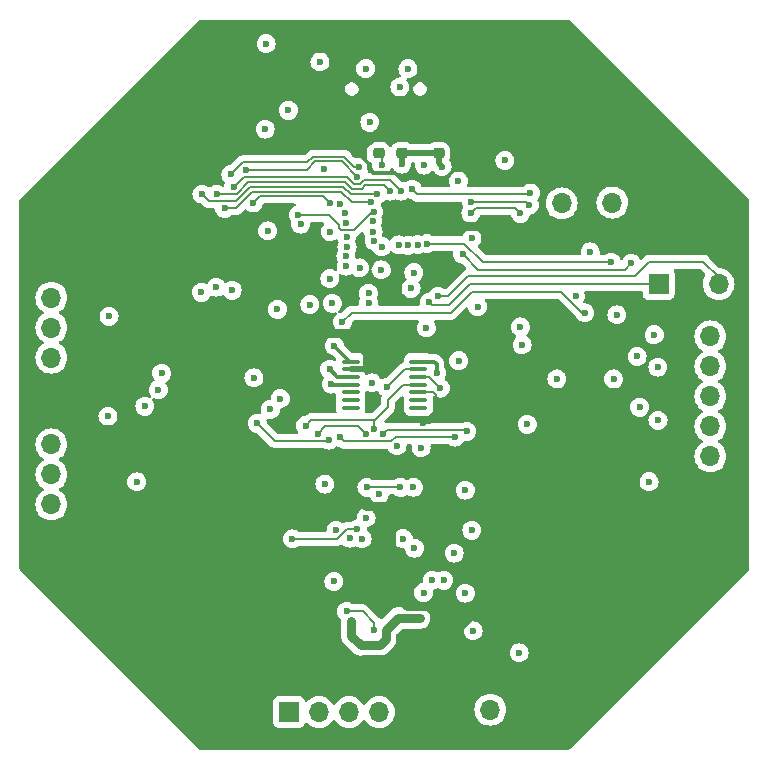
<source format=gbr>
%TF.GenerationSoftware,KiCad,Pcbnew,8.0.1*%
%TF.CreationDate,2024-04-11T10:52:21-07:00*%
%TF.ProjectId,TMC2240_RP2040,544d4332-3234-4305-9f52-50323034302e,rev?*%
%TF.SameCoordinates,Original*%
%TF.FileFunction,Copper,L4,Bot*%
%TF.FilePolarity,Positive*%
%FSLAX46Y46*%
G04 Gerber Fmt 4.6, Leading zero omitted, Abs format (unit mm)*
G04 Created by KiCad (PCBNEW 8.0.1) date 2024-04-11 10:52:21*
%MOMM*%
%LPD*%
G01*
G04 APERTURE LIST*
G04 Aperture macros list*
%AMRoundRect*
0 Rectangle with rounded corners*
0 $1 Rounding radius*
0 $2 $3 $4 $5 $6 $7 $8 $9 X,Y pos of 4 corners*
0 Add a 4 corners polygon primitive as box body*
4,1,4,$2,$3,$4,$5,$6,$7,$8,$9,$2,$3,0*
0 Add four circle primitives for the rounded corners*
1,1,$1+$1,$2,$3*
1,1,$1+$1,$4,$5*
1,1,$1+$1,$6,$7*
1,1,$1+$1,$8,$9*
0 Add four rect primitives between the rounded corners*
20,1,$1+$1,$2,$3,$4,$5,0*
20,1,$1+$1,$4,$5,$6,$7,0*
20,1,$1+$1,$6,$7,$8,$9,0*
20,1,$1+$1,$8,$9,$2,$3,0*%
G04 Aperture macros list end*
%TA.AperFunction,ComponentPad*%
%ADD10R,1.700000X1.700000*%
%TD*%
%TA.AperFunction,ComponentPad*%
%ADD11O,1.700000X1.700000*%
%TD*%
%TA.AperFunction,ComponentPad*%
%ADD12C,5.600000*%
%TD*%
%TA.AperFunction,ComponentPad*%
%ADD13O,1.000000X2.100000*%
%TD*%
%TA.AperFunction,ComponentPad*%
%ADD14O,1.000000X1.600000*%
%TD*%
%TA.AperFunction,HeatsinkPad*%
%ADD15C,0.600000*%
%TD*%
%TA.AperFunction,HeatsinkPad*%
%ADD16R,3.100000X3.100000*%
%TD*%
%TA.AperFunction,SMDPad,CuDef*%
%ADD17RoundRect,0.225000X0.250000X-0.225000X0.250000X0.225000X-0.250000X0.225000X-0.250000X-0.225000X0*%
%TD*%
%TA.AperFunction,SMDPad,CuDef*%
%ADD18RoundRect,0.100000X0.637500X0.100000X-0.637500X0.100000X-0.637500X-0.100000X0.637500X-0.100000X0*%
%TD*%
%TA.AperFunction,ViaPad*%
%ADD19C,0.600000*%
%TD*%
%TA.AperFunction,Conductor*%
%ADD20C,0.300000*%
%TD*%
%TA.AperFunction,Conductor*%
%ADD21C,0.200000*%
%TD*%
%TA.AperFunction,Conductor*%
%ADD22C,0.500000*%
%TD*%
%TA.AperFunction,Conductor*%
%ADD23C,0.800000*%
%TD*%
G04 APERTURE END LIST*
D10*
%TO.P,J2,1,Pin_1*%
%TO.N,GND*%
X153000000Y-144500000D03*
D11*
%TO.P,J2,2,Pin_2*%
%TO.N,+3.3V*%
X153000000Y-141960000D03*
%TO.P,J2,3,Pin_3*%
%TO.N,Net-(J2-Pin_3)*%
X153000000Y-139420000D03*
%TO.P,J2,4,Pin_4*%
%TO.N,Net-(J2-Pin_4)*%
X153000000Y-136880000D03*
%TO.P,J2,5,Pin_5*%
%TO.N,Net-(J2-Pin_5)*%
X153000000Y-134340000D03*
%TO.P,J2,6,Pin_6*%
%TO.N,Net-(J2-Pin_6)*%
X153000000Y-131800000D03*
%TD*%
D10*
%TO.P,J14,1,Pin_1*%
%TO.N,GND*%
X97200000Y-125980000D03*
D11*
%TO.P,J14,2,Pin_2*%
%TO.N,Net-(J14-Pin_2)*%
X97200000Y-128520000D03*
%TO.P,J14,3,Pin_3*%
%TO.N,Net-(J14-Pin_3)*%
X97200000Y-131060000D03*
%TO.P,J14,4,Pin_4*%
%TO.N,+5V*%
X97200000Y-133600000D03*
%TD*%
D12*
%TO.P,J10,1,Pin_1*%
%TO.N,GND*%
X141275000Y-161275000D03*
%TD*%
D13*
%TO.P,J19,S1,SHIELD*%
%TO.N,GND*%
X129840000Y-111380000D03*
D14*
X129840000Y-107200000D03*
D13*
X121200000Y-111380000D03*
D14*
X121200000Y-107200000D03*
%TD*%
D12*
%TO.P,J5,1,Pin_1*%
%TO.N,GND*%
X100000000Y-120000000D03*
%TD*%
%TO.P,J12,1,Pin_1*%
%TO.N,GND*%
X141275000Y-110475000D03*
%TD*%
%TO.P,J6,1,Pin_1*%
%TO.N,GND*%
X100000000Y-151750000D03*
%TD*%
D10*
%TO.P,J1,1,Pin_1*%
%TO.N,GND*%
X131825000Y-163400000D03*
D11*
%TO.P,J1,2,Pin_2*%
%TO.N,VCC*%
X134365000Y-163400000D03*
%TD*%
D12*
%TO.P,J8,1,Pin_1*%
%TO.N,GND*%
X150800000Y-151750000D03*
%TD*%
%TO.P,J9,1,Pin_1*%
%TO.N,GND*%
X109525000Y-161275000D03*
%TD*%
D10*
%TO.P,J16,1,Pin_1*%
%TO.N,/RP2040uC/SWCLK*%
X148610000Y-127350000D03*
D11*
%TO.P,J16,2,Pin_2*%
%TO.N,GND*%
X151150000Y-127350000D03*
%TO.P,J16,3,Pin_3*%
%TO.N,/RP2040uC/SWDIO*%
X153690000Y-127350000D03*
%TD*%
D12*
%TO.P,J7,1,Pin_1*%
%TO.N,GND*%
X150800000Y-120000000D03*
%TD*%
D10*
%TO.P,J4,1,Pin_1*%
%TO.N,Net-(J4-Pin_1)*%
X117330000Y-163600000D03*
D11*
%TO.P,J4,2,Pin_2*%
%TO.N,Net-(J4-Pin_2)*%
X119870000Y-163600000D03*
%TO.P,J4,3,Pin_3*%
%TO.N,Net-(J4-Pin_3)*%
X122410000Y-163600000D03*
%TO.P,J4,4,Pin_4*%
%TO.N,Net-(J4-Pin_4)*%
X124950000Y-163600000D03*
%TD*%
D10*
%TO.P,J15,1,Pin_1*%
%TO.N,GND*%
X97200000Y-138400000D03*
D11*
%TO.P,J15,2,Pin_2*%
%TO.N,Net-(J15-Pin_2)*%
X97200000Y-140940000D03*
%TO.P,J15,3,Pin_3*%
%TO.N,Net-(J15-Pin_3)*%
X97200000Y-143480000D03*
%TO.P,J15,4,Pin_4*%
%TO.N,Net-(J15-Pin_4)*%
X97200000Y-146020000D03*
%TD*%
D10*
%TO.P,SW2,1,1*%
%TO.N,GND*%
X140400000Y-118000000D03*
D11*
%TO.P,SW2,2,2*%
%TO.N,Net-(JP1-C)*%
X140400000Y-120540000D03*
%TD*%
D10*
%TO.P,SW1,1,1*%
%TO.N,GND*%
X144700000Y-117925000D03*
D11*
%TO.P,SW1,2,2*%
%TO.N,/RP2040uC/RUN*%
X144700000Y-120465000D03*
%TD*%
D12*
%TO.P,J11,1,Pin_1*%
%TO.N,GND*%
X109525000Y-110475000D03*
%TD*%
D15*
%TO.P,U1,33,GND*%
%TO.N,GND*%
X126550000Y-151262500D03*
X125250000Y-151262500D03*
X123950000Y-151262500D03*
X126550000Y-152562500D03*
X125250000Y-152562500D03*
D16*
X125250000Y-152562500D03*
D15*
X123950000Y-152562500D03*
X126550000Y-153862500D03*
X125250000Y-153862500D03*
X123950000Y-153862500D03*
%TD*%
D17*
%TO.P,C27,1*%
%TO.N,+3.3V*%
X129990000Y-116300000D03*
%TO.P,C27,2*%
%TO.N,GND*%
X129990000Y-114750000D03*
%TD*%
%TO.P,C26,1*%
%TO.N,+3.3V*%
X126900000Y-116275000D03*
%TO.P,C26,2*%
%TO.N,GND*%
X126900000Y-114725000D03*
%TD*%
D18*
%TO.P,U2,1,~{CSn}*%
%TO.N,/AS5048AEncoder/~{CS}*%
X128262500Y-133925000D03*
%TO.P,U2,2,CLK*%
%TO.N,/AS5048AEncoder/CLK*%
X128262500Y-134575000D03*
%TO.P,U2,3,MISO*%
%TO.N,/AS5048AEncoder/MISO*%
X128262500Y-135225000D03*
%TO.P,U2,4,MOSI*%
%TO.N,/AS5048AEncoder/MOSI*%
X128262500Y-135875000D03*
%TO.P,U2,5,TEST*%
%TO.N,GND*%
X128262500Y-136525000D03*
%TO.P,U2,6,TEST*%
%TO.N,unconnected-(U2-TEST-Pad6)*%
X128262500Y-137175000D03*
%TO.P,U2,7,TEST*%
%TO.N,unconnected-(U2-TEST-Pad7)*%
X128262500Y-137825000D03*
%TO.P,U2,8,TEST*%
%TO.N,unconnected-(U2-TEST-Pad8)*%
X122537500Y-137825000D03*
%TO.P,U2,9,TEST*%
%TO.N,unconnected-(U2-TEST-Pad9)*%
X122537500Y-137175000D03*
%TO.P,U2,10,TEST*%
%TO.N,unconnected-(U2-TEST-Pad10)*%
X122537500Y-136525000D03*
%TO.P,U2,11,VDD5V*%
%TO.N,+3.3V*%
X122537500Y-135875000D03*
%TO.P,U2,12,VDD3V*%
%TO.N,Net-(U2-VDD3V)*%
X122537500Y-135225000D03*
%TO.P,U2,13,GND*%
%TO.N,GND*%
X122537500Y-134575000D03*
%TO.P,U2,14,PWM*%
%TO.N,/AS5048AEncoder/PWM*%
X122537500Y-133925000D03*
%TD*%
D17*
%TO.P,C3,1*%
%TO.N,+1V1*%
X124900000Y-116265000D03*
%TO.P,C3,2*%
%TO.N,GND*%
X124900000Y-114715000D03*
%TD*%
D19*
%TO.N,GND*%
X116750000Y-146950000D03*
X151000000Y-138400000D03*
X151000000Y-135600000D03*
X151000000Y-131600000D03*
X146700000Y-139800000D03*
X142000000Y-139800000D03*
X138900000Y-140850000D03*
X140300000Y-136900000D03*
X138600000Y-134100000D03*
X142600000Y-134300000D03*
X139500000Y-131200000D03*
%TO.N,/AccessoryConnections/LIMITM*%
X147000000Y-137800000D03*
%TO.N,/AccessoryConnections/LIMITL*%
X146800000Y-133500000D03*
%TO.N,/AccessoryConnections/ADC*%
X137060000Y-132500000D03*
X135600000Y-116900000D03*
%TO.N,+3.3V*%
X140000000Y-135400000D03*
X144800000Y-135400000D03*
X148245000Y-131655000D03*
X148550000Y-134400000D03*
X148560000Y-138900000D03*
%TO.N,GND*%
X126070000Y-122550000D03*
X102900000Y-139180000D03*
X114380000Y-143610000D03*
X123960000Y-134600000D03*
X125950000Y-146175000D03*
X117700000Y-107380000D03*
X132460000Y-146970000D03*
X134440000Y-117670000D03*
X134500000Y-146000000D03*
X138600000Y-143800000D03*
X132860000Y-131000000D03*
X126700000Y-133900000D03*
X121350000Y-161270000D03*
X99080000Y-144640000D03*
X134100000Y-155300000D03*
X136800000Y-155300000D03*
X129380000Y-160350000D03*
X114500000Y-140500000D03*
X124000000Y-137600000D03*
X124310000Y-131100000D03*
X121000000Y-137700000D03*
X121530000Y-144400000D03*
X134500000Y-136600000D03*
X125900000Y-120880000D03*
X132460000Y-155630000D03*
X117425000Y-132200000D03*
X99160000Y-139570000D03*
X128670000Y-139120000D03*
X122943897Y-116278897D03*
X129010000Y-132700000D03*
X135350000Y-122620000D03*
X135900000Y-124000000D03*
X127660000Y-122630000D03*
X127660000Y-120870000D03*
X112000000Y-131600000D03*
%TO.N,/RP2040uC/RUN*%
X144605000Y-125535000D03*
X129010000Y-123940000D03*
%TO.N,VCC*%
X125500000Y-156660000D03*
X122610000Y-155890000D03*
X128390000Y-155650000D03*
%TO.N,Net-(U1-V_{CP})*%
X124500000Y-156680000D03*
X122200000Y-155080000D03*
%TO.N,/RP2040uC/XIN*%
X128950000Y-131080000D03*
X126610000Y-124050000D03*
%TO.N,+1V1*%
X128780000Y-117290000D03*
X125170000Y-117290000D03*
X127885000Y-126395000D03*
%TO.N,+5V*%
X102080000Y-130100000D03*
X136800000Y-158590000D03*
X115300000Y-114250000D03*
X104430000Y-144110000D03*
%TO.N,Net-(U2-VDD3V)*%
X120760000Y-134580000D03*
%TO.N,+3.3V*%
X127652475Y-127737526D03*
X123840000Y-147160000D03*
X120800000Y-122920000D03*
X147800000Y-144100000D03*
X120360000Y-144300000D03*
X120900000Y-135840000D03*
X117270000Y-112660000D03*
X131690000Y-133860000D03*
X120280000Y-117590000D03*
X141580000Y-128380000D03*
X126876911Y-117213089D03*
X131660000Y-118640000D03*
X130280000Y-117430000D03*
X132240000Y-153540000D03*
X132810000Y-123490000D03*
X116340000Y-129510000D03*
%TO.N,Net-(J14-Pin_2)*%
X105120000Y-137720000D03*
%TO.N,Net-(J14-Pin_3)*%
X101990000Y-138550000D03*
%TO.N,Net-(J15-Pin_3)*%
X106540000Y-134920000D03*
%TO.N,Net-(J15-Pin_2)*%
X106260000Y-136320000D03*
%TO.N,/RP2040uC/SWCLK*%
X127409426Y-124080358D03*
X129190000Y-128900000D03*
%TO.N,/RP2040uC/SWDIO*%
X128210000Y-124020000D03*
X129920000Y-128420000D03*
%TO.N,/StepperTMC2240/OV*%
X122500000Y-148880000D03*
X121110000Y-152550000D03*
%TO.N,/DualRS232UART/TX1*%
X116580000Y-137060000D03*
X118310000Y-122300000D03*
%TO.N,/RP2040uC/RX0_SCL0_SPIS0_GP1*%
X114280000Y-120500000D03*
X120790000Y-120510000D03*
X114350000Y-135310000D03*
%TO.N,/RP2040uC/TX1_SDA0_SPIO0_GP4*%
X118118345Y-121523294D03*
X124476461Y-121235504D03*
%TO.N,/DualRS232UART/TX2*%
X115520000Y-122860000D03*
X115740000Y-137980000D03*
%TO.N,/RP2040uC/RX1_SCL0_SPIS0_GP5*%
X122124264Y-122162500D03*
X114640000Y-139150000D03*
X120690000Y-140570000D03*
%TO.N,/RP2040uC/TX1_SDA0_SPIO1_GP8*%
X122200000Y-123362500D03*
X120780000Y-126900000D03*
%TO.N,/AS5048AEncoder/MOSI*%
X129450000Y-152430000D03*
X119080000Y-129100000D03*
X124530245Y-139610000D03*
X123920000Y-144580000D03*
X126750000Y-144570000D03*
X118720000Y-139350000D03*
%TO.N,/RP2040uC/RX1_SCL0_SPIS1_GP9*%
X124529574Y-123714972D03*
X126460000Y-141070000D03*
%TO.N,/StepperTMC2240/~{CS}*%
X127850000Y-144560000D03*
X130430000Y-152450000D03*
%TO.N,/RP2040uC/SDA1_SPIC1_GP10*%
X122230000Y-124220000D03*
X124050000Y-128150000D03*
%TO.N,/AS5048AEncoder/CLK*%
X124050000Y-128950003D03*
X125600000Y-136100000D03*
X128710000Y-153490000D03*
%TO.N,/RP2040uC/SCL1_SPII1_GP11*%
X131300000Y-150150000D03*
X121600000Y-140340000D03*
X122138300Y-125014729D03*
X131400000Y-140320000D03*
%TO.N,/AS5048AEncoder/MISO*%
X130140000Y-136170000D03*
%TO.N,/AS5048AEncoder/~{CS}*%
X129830000Y-134925000D03*
%TO.N,/RP2040uC/SCL1_SPII0_GP7*%
X124340000Y-135730000D03*
X124440000Y-122920000D03*
%TO.N,/AS5048AEncoder/PWM*%
X121160000Y-132600000D03*
%TO.N,/RP2040uC/SDA1_SPIC0_GP6*%
X124403263Y-122032151D03*
X120980000Y-129000000D03*
%TO.N,/StepperTMC2240/STEP*%
X132800000Y-148210000D03*
X133280000Y-129270000D03*
%TO.N,/StepperTMC2240/DIR*%
X124950000Y-145170000D03*
X127940000Y-149730000D03*
%TO.N,/RP2040uC/SCL1_SPII0_GP3*%
X119760000Y-140040000D03*
X122087849Y-121363327D03*
X123870000Y-140090000D03*
%TO.N,/RP2040uC/TX0_SDA0_SPIO1_GP12*%
X122160000Y-125840000D03*
X121300000Y-148200000D03*
%TO.N,/RP2040uC/RX0_SCL0_SPIS1_GP13*%
X117610000Y-148940000D03*
X123290000Y-126000000D03*
X123100000Y-148140000D03*
%TO.N,/StepperTMC2240/~{DRV_EN}*%
X126990735Y-148930735D03*
X123500000Y-148930000D03*
%TO.N,/RP2040uC/SDA1_SPIC1_GP14*%
X125164773Y-124201311D03*
X128500000Y-141220000D03*
%TO.N,/RP2040uC/SCL1_SPII1_GP15*%
X125130245Y-126162696D03*
X132370000Y-139840000D03*
X125260000Y-140090000D03*
%TO.N,/StepperTMC2240/~{SLEEP}*%
X132910000Y-156730000D03*
X132240000Y-144820000D03*
%TO.N,/RP2040uC/GPIO2*%
X121610000Y-120550000D03*
X127760000Y-119350000D03*
X137750000Y-119660000D03*
%TO.N,Net-(J19-CC1)*%
X126700000Y-110680000D03*
X124169265Y-113669265D03*
%TO.N,/RP2040uC/QSPI_SS*%
X123070000Y-118280000D03*
X113640000Y-117690000D03*
%TO.N,/RP2040uC/~{USB_BOOT}*%
X121840000Y-130610000D03*
X142370000Y-129810000D03*
X142820000Y-124640000D03*
%TO.N,/RP2040uC/QSPI_SCLK*%
X111170000Y-127630000D03*
X111190000Y-119750000D03*
X125900000Y-119500000D03*
%TO.N,/RP2040uC/QSPI_SD2*%
X124280000Y-120460000D03*
X111860000Y-120950000D03*
%TO.N,/RP2040uC/QSPI_SD0*%
X109950000Y-119750000D03*
X109910000Y-128070000D03*
X124780000Y-119770000D03*
%TO.N,/RP2040uC/QSPI_SD1*%
X123250000Y-117470000D03*
X112390000Y-118090000D03*
%TO.N,/RP2040uC/QSPI_SD3*%
X112640000Y-119140000D03*
X112500000Y-127900000D03*
X126800000Y-119500000D03*
%TO.N,/AccessoryConnections/LIMITM*%
X145080000Y-129970000D03*
%TO.N,/RP2040uC/ADC0_GP26*%
X137490000Y-139240000D03*
X137660000Y-120670000D03*
X132760000Y-120380000D03*
%TO.N,/AccessoryConnections/LIMITL*%
X146290000Y-125600000D03*
X132030000Y-124840000D03*
%TO.N,VBUS*%
X123810000Y-109120000D03*
X119940000Y-108540000D03*
X115390000Y-107020000D03*
X127390000Y-109130000D03*
%TO.N,/RP2040uC/GPIO25*%
X136916667Y-131000000D03*
X132710000Y-121360000D03*
X136910000Y-121370000D03*
%TD*%
D20*
%TO.N,GND*%
X123128897Y-116278897D02*
X122943897Y-116278897D01*
X124050000Y-117200000D02*
X123128897Y-116278897D01*
X124400000Y-118000000D02*
X124050000Y-117650000D01*
X126300000Y-118000000D02*
X124400000Y-118000000D01*
X124050000Y-117650000D02*
X124050000Y-117200000D01*
X126700000Y-118400000D02*
X126300000Y-118000000D01*
X130600000Y-118400000D02*
X126700000Y-118400000D01*
X131330000Y-117670000D02*
X130600000Y-118400000D01*
X134440000Y-117670000D02*
X131330000Y-117670000D01*
D21*
%TO.N,/RP2040uC/SWCLK*%
X130890000Y-129110000D02*
X132650000Y-127350000D01*
X129190000Y-128900000D02*
X129400000Y-129110000D01*
X129400000Y-129110000D02*
X130890000Y-129110000D01*
X132650000Y-127350000D02*
X148610000Y-127350000D01*
D22*
%TO.N,GND*%
X138900000Y-138300000D02*
X140300000Y-136900000D01*
X138900000Y-140850000D02*
X138900000Y-138300000D01*
X142600000Y-135400000D02*
X142600000Y-134300000D01*
X140300000Y-136900000D02*
X141100000Y-136900000D01*
X141100000Y-136900000D02*
X142600000Y-135400000D01*
X139200000Y-136900000D02*
X140300000Y-136900000D01*
X138600000Y-136300000D02*
X139200000Y-136900000D01*
X138600000Y-134100000D02*
X138600000Y-136300000D01*
X138600000Y-132100000D02*
X139500000Y-131200000D01*
X138600000Y-134100000D02*
X138600000Y-132100000D01*
D23*
X126550000Y-153862500D02*
X127337500Y-154650000D01*
D21*
X129800000Y-138550000D02*
X129230000Y-139120000D01*
D23*
X131860000Y-122470000D02*
X135200000Y-122470000D01*
X124507794Y-114715000D02*
X124900000Y-114715000D01*
X126900000Y-114725000D02*
X129965000Y-114725000D01*
X121530000Y-144400000D02*
X121530000Y-143530000D01*
D21*
X129230000Y-139120000D02*
X128670000Y-139120000D01*
D23*
X129380000Y-158710000D02*
X132460000Y-155630000D01*
D22*
X102900000Y-139180000D02*
X102510000Y-139570000D01*
D21*
X129545000Y-136525000D02*
X129800000Y-136780000D01*
D23*
X121530000Y-144400000D02*
X122100000Y-144400000D01*
D22*
X102510000Y-139570000D02*
X99160000Y-139570000D01*
D23*
X129010000Y-132700000D02*
X128530000Y-132220000D01*
D22*
X122537500Y-134575000D02*
X123935000Y-134575000D01*
D23*
X132460000Y-146970000D02*
X126745000Y-146970000D01*
X127660000Y-120870000D02*
X127660000Y-122630000D01*
X121345000Y-161275000D02*
X121350000Y-161270000D01*
D22*
X123935000Y-134575000D02*
X123960000Y-134600000D01*
D23*
X125900000Y-120880000D02*
X127650000Y-120880000D01*
X125950000Y-146175000D02*
X125950000Y-150562500D01*
X121530000Y-143530000D02*
X120720000Y-142720000D01*
X123900000Y-131510000D02*
X118115000Y-131510000D01*
X125430000Y-132220000D02*
X124310000Y-131100000D01*
X131520000Y-114750000D02*
X134440000Y-117670000D01*
X128530000Y-132220000D02*
X125430000Y-132220000D01*
X115270000Y-142720000D02*
X114380000Y-143610000D01*
D21*
X128262500Y-136525000D02*
X129545000Y-136525000D01*
D23*
X127650000Y-120880000D02*
X127660000Y-120870000D01*
X125900000Y-122380000D02*
X126070000Y-122550000D01*
X123960000Y-134600000D02*
X123960000Y-131450000D01*
X129380000Y-160350000D02*
X129380000Y-158710000D01*
X122943897Y-116278897D02*
X124507794Y-114715000D01*
X124310000Y-131100000D02*
X123900000Y-131510000D01*
X127660000Y-120870000D02*
X130260000Y-120870000D01*
X122100000Y-144400000D02*
X123875000Y-146175000D01*
X123960000Y-131450000D02*
X124310000Y-131100000D01*
X130070000Y-155630000D02*
X132460000Y-155630000D01*
X129840000Y-114600000D02*
X129990000Y-114750000D01*
X121020000Y-107380000D02*
X121200000Y-107200000D01*
X125900000Y-120880000D02*
X125900000Y-122380000D01*
X126745000Y-146970000D02*
X125950000Y-146175000D01*
D21*
X129800000Y-136780000D02*
X129800000Y-138550000D01*
D23*
X129840000Y-111380000D02*
X129840000Y-114600000D01*
X124900000Y-114715000D02*
X126890000Y-114715000D01*
X109525000Y-161275000D02*
X121345000Y-161275000D01*
X130260000Y-120870000D02*
X131860000Y-122470000D01*
X118115000Y-131510000D02*
X117425000Y-132200000D01*
X129990000Y-114750000D02*
X131520000Y-114750000D01*
X117700000Y-107380000D02*
X121020000Y-107380000D01*
X135200000Y-122470000D02*
X135350000Y-122620000D01*
X125950000Y-150562500D02*
X125250000Y-151262500D01*
X120720000Y-142720000D02*
X115270000Y-142720000D01*
X129090000Y-154650000D02*
X130070000Y-155630000D01*
X123875000Y-146175000D02*
X125950000Y-146175000D01*
X127337500Y-154650000D02*
X129090000Y-154650000D01*
D21*
%TO.N,/RP2040uC/RUN*%
X133746471Y-125535000D02*
X144605000Y-125535000D01*
X132151471Y-123940000D02*
X133746471Y-125535000D01*
X129010000Y-123940000D02*
X132151471Y-123940000D01*
D23*
%TO.N,VCC*%
X125050000Y-157910000D02*
X123410000Y-157910000D01*
X125500000Y-156660000D02*
X125500000Y-157460000D01*
X123400000Y-157920000D02*
X122610000Y-157130000D01*
X123410000Y-157910000D02*
X123400000Y-157920000D01*
X128390000Y-155650000D02*
X126510000Y-155650000D01*
X126510000Y-155650000D02*
X125500000Y-156660000D01*
X125500000Y-157460000D02*
X125050000Y-157910000D01*
X122610000Y-157130000D02*
X122610000Y-155890000D01*
D21*
%TO.N,Net-(U1-V_{CP})*%
X124500000Y-156030000D02*
X123550000Y-155080000D01*
X124500000Y-156680000D02*
X124500000Y-156030000D01*
X123550000Y-155080000D02*
X122200000Y-155080000D01*
%TO.N,+1V1*%
X125170000Y-117290000D02*
X125170000Y-116535000D01*
D20*
%TO.N,Net-(U2-VDD3V)*%
X122537500Y-135225000D02*
X121405000Y-135225000D01*
X121405000Y-135225000D02*
X120760000Y-134580000D01*
D22*
%TO.N,+3.3V*%
X130280000Y-117430000D02*
X129990000Y-117140000D01*
X126876911Y-117213089D02*
X126876911Y-116298089D01*
X129990000Y-117140000D02*
X129990000Y-116300000D01*
D20*
X120935000Y-135875000D02*
X120900000Y-135840000D01*
X122537500Y-135875000D02*
X120935000Y-135875000D01*
D22*
X126900000Y-116275000D02*
X129965000Y-116275000D01*
D21*
%TO.N,/RP2040uC/SWDIO*%
X146600000Y-126720000D02*
X147830000Y-125490000D01*
X147830000Y-125490000D02*
X152400000Y-125490000D01*
X130780000Y-128420000D02*
X132480000Y-126720000D01*
X129920000Y-128420000D02*
X130780000Y-128420000D01*
X132480000Y-126720000D02*
X146600000Y-126720000D01*
X152400000Y-125490000D02*
X153690000Y-126780000D01*
%TO.N,/RP2040uC/RX0_SCL0_SPIS0_GP1*%
X120790000Y-120510000D02*
X120220000Y-119940000D01*
X114840000Y-119940000D02*
X114280000Y-120500000D01*
X120220000Y-119940000D02*
X114840000Y-119940000D01*
%TO.N,/RP2040uC/TX1_SDA0_SPIO0_GP4*%
X124476461Y-121235504D02*
X124351381Y-121235504D01*
X124351381Y-121235504D02*
X122824385Y-122762500D01*
X121550000Y-122620000D02*
X121550000Y-122400000D01*
X121550000Y-122400000D02*
X120673294Y-121523294D01*
X120673294Y-121523294D02*
X118118345Y-121523294D01*
X121692500Y-122762500D02*
X121550000Y-122620000D01*
X122824385Y-122762500D02*
X121692500Y-122762500D01*
%TO.N,/RP2040uC/RX1_SCL0_SPIS0_GP5*%
X120620000Y-140640000D02*
X116130000Y-140640000D01*
X120690000Y-140570000D02*
X120620000Y-140640000D01*
X116130000Y-140640000D02*
X114640000Y-139150000D01*
%TO.N,/AS5048AEncoder/MOSI*%
X125690000Y-137170000D02*
X126985000Y-135875000D01*
X126750000Y-144570000D02*
X123930000Y-144570000D01*
X126985000Y-135875000D02*
X128262500Y-135875000D01*
X125690000Y-137810000D02*
X125690000Y-137170000D01*
X119170000Y-138900000D02*
X124480000Y-138900000D01*
X124530245Y-138950245D02*
X124480000Y-138900000D01*
X124480000Y-138900000D02*
X124600000Y-138900000D01*
X123930000Y-144570000D02*
X123920000Y-144580000D01*
X124530245Y-139610000D02*
X124530245Y-138950245D01*
X124600000Y-138900000D02*
X125690000Y-137810000D01*
X118720000Y-139350000D02*
X119170000Y-138900000D01*
%TO.N,/AS5048AEncoder/CLK*%
X127125000Y-134575000D02*
X128262500Y-134575000D01*
X125600000Y-136100000D02*
X127125000Y-134575000D01*
%TO.N,/RP2040uC/SCL1_SPII1_GP11*%
X126361471Y-140320000D02*
X131400000Y-140320000D01*
X121600000Y-140340000D02*
X121950000Y-140690000D01*
X121950000Y-140690000D02*
X125991471Y-140690000D01*
X125991471Y-140690000D02*
X126361471Y-140320000D01*
%TO.N,/AS5048AEncoder/MISO*%
X128262500Y-135225000D02*
X129195000Y-135225000D01*
X129195000Y-135225000D02*
X130140000Y-136170000D01*
D20*
%TO.N,/AS5048AEncoder/~{CS}*%
X129810000Y-134905000D02*
X129830000Y-134925000D01*
X128262500Y-133925000D02*
X129605000Y-133925000D01*
X129810000Y-134130000D02*
X129810000Y-134905000D01*
X129605000Y-133925000D02*
X129810000Y-134130000D01*
%TO.N,/AS5048AEncoder/PWM*%
X122485000Y-133925000D02*
X121160000Y-132600000D01*
D21*
%TO.N,/RP2040uC/SCL1_SPII0_GP3*%
X123870000Y-140090000D02*
X123190000Y-139410000D01*
X123190000Y-139410000D02*
X120390000Y-139410000D01*
X120390000Y-139410000D02*
X119760000Y-140040000D01*
%TO.N,/RP2040uC/RX0_SCL0_SPIS1_GP13*%
X121900000Y-148430000D02*
X121900000Y-148448529D01*
X121408529Y-148940000D02*
X117610000Y-148940000D01*
X122190000Y-148140000D02*
X121900000Y-148430000D01*
X123100000Y-148140000D02*
X122190000Y-148140000D01*
X121900000Y-148448529D02*
X121408529Y-148940000D01*
%TO.N,/RP2040uC/SCL1_SPII1_GP15*%
X125630000Y-139720000D02*
X132250000Y-139720000D01*
X132250000Y-139720000D02*
X132370000Y-139840000D01*
X125260000Y-140090000D02*
X125630000Y-139720000D01*
%TO.N,/RP2040uC/GPIO2*%
X137630000Y-119780000D02*
X137750000Y-119660000D01*
X127760000Y-119350000D02*
X128190000Y-119780000D01*
X128190000Y-119780000D02*
X137630000Y-119780000D01*
%TO.N,/RP2040uC/QSPI_SS*%
X121765000Y-116975000D02*
X123070000Y-118280000D01*
X119535000Y-116975000D02*
X121765000Y-116975000D01*
X118820000Y-117690000D02*
X119535000Y-116975000D01*
X113640000Y-117690000D02*
X118820000Y-117690000D01*
%TO.N,/RP2040uC/~{USB_BOOT}*%
X131000000Y-129800000D02*
X132800000Y-128000000D01*
X140351471Y-128000000D02*
X142161471Y-129810000D01*
X132800000Y-128000000D02*
X140351471Y-128000000D01*
X121840000Y-130610000D02*
X122650000Y-129800000D01*
X122650000Y-129800000D02*
X131000000Y-129800000D01*
X142161471Y-129810000D02*
X142370000Y-129810000D01*
%TO.N,/RP2040uC/QSPI_SCLK*%
X112878529Y-119750000D02*
X111190000Y-119750000D01*
X125900000Y-119500000D02*
X125370000Y-118970000D01*
X113888529Y-118740000D02*
X112878529Y-119750000D01*
X123484214Y-119280000D02*
X122630000Y-119280000D01*
X125370000Y-118970000D02*
X123794215Y-118970000D01*
X122090000Y-118740000D02*
X113888529Y-118740000D01*
X122630000Y-119280000D02*
X122090000Y-118740000D01*
X123794215Y-118970000D02*
X123484214Y-119280000D01*
%TO.N,/RP2040uC/QSPI_SD2*%
X122670000Y-120460000D02*
X121750000Y-119540000D01*
X112809900Y-120950000D02*
X111860000Y-120950000D01*
X121750000Y-119540000D02*
X114219900Y-119540000D01*
X114219900Y-119540000D02*
X112809900Y-120950000D01*
X124280000Y-120460000D02*
X122670000Y-120460000D01*
%TO.N,/RP2040uC/QSPI_SD0*%
X122554314Y-119770000D02*
X121924314Y-119140000D01*
X121924314Y-119140000D02*
X114054215Y-119140000D01*
X112844215Y-120350000D02*
X110550000Y-120350000D01*
X110550000Y-120350000D02*
X109950000Y-119750000D01*
X124780000Y-119770000D02*
X122554314Y-119770000D01*
X114054215Y-119140000D02*
X112844215Y-120350000D01*
%TO.N,/RP2040uC/QSPI_SD1*%
X121965000Y-116575000D02*
X122860000Y-117470000D01*
X118884314Y-117060000D02*
X119369315Y-116575000D01*
X119369315Y-116575000D02*
X121965000Y-116575000D01*
X122860000Y-117470000D02*
X123250000Y-117470000D01*
X112390000Y-118090000D02*
X113420000Y-117060000D01*
X113420000Y-117060000D02*
X118884314Y-117060000D01*
%TO.N,/RP2040uC/QSPI_SD3*%
X122821471Y-118880000D02*
X122241471Y-118300000D01*
X123318529Y-118880000D02*
X122821471Y-118880000D01*
X123670000Y-118528529D02*
X123318529Y-118880000D01*
X126800000Y-119500000D02*
X125828529Y-118528529D01*
X125828529Y-118528529D02*
X123670000Y-118528529D01*
X122241471Y-118300000D02*
X113480000Y-118300000D01*
X113480000Y-118300000D02*
X112640000Y-119140000D01*
%TO.N,/RP2040uC/ADC0_GP26*%
X137370000Y-120380000D02*
X137660000Y-120670000D01*
X132760000Y-120380000D02*
X137370000Y-120380000D01*
%TO.N,/AccessoryConnections/LIMITL*%
X132030000Y-124840000D02*
X133325000Y-126135000D01*
X133325000Y-126135000D02*
X145755000Y-126135000D01*
X145755000Y-126135000D02*
X146290000Y-125600000D01*
%TO.N,/RP2040uC/GPIO25*%
X136430000Y-120890000D02*
X136910000Y-121370000D01*
X132710000Y-121360000D02*
X133180000Y-120890000D01*
X133180000Y-120890000D02*
X136430000Y-120890000D01*
%TD*%
%TA.AperFunction,Conductor*%
%TO.N,GND*%
G36*
X124853831Y-136438153D02*
G01*
X124890728Y-136475809D01*
X124921637Y-136525000D01*
X124970184Y-136602262D01*
X125097738Y-136729816D01*
X125108873Y-136736813D01*
X125155163Y-136789145D01*
X125165813Y-136858199D01*
X125150289Y-136903805D01*
X125130423Y-136938213D01*
X125115419Y-136994211D01*
X125089499Y-137090943D01*
X125089499Y-137090945D01*
X125089499Y-137259046D01*
X125089500Y-137259059D01*
X125089500Y-137509902D01*
X125069815Y-137576941D01*
X125053181Y-137597583D01*
X124387584Y-138263181D01*
X124326261Y-138296666D01*
X124299903Y-138299500D01*
X123855433Y-138299500D01*
X123788394Y-138279815D01*
X123742639Y-138227011D01*
X123732695Y-138157853D01*
X123740872Y-138128048D01*
X123751246Y-138103002D01*
X123760044Y-138081762D01*
X123775500Y-137964361D01*
X123775499Y-137685640D01*
X123760044Y-137568238D01*
X123760042Y-137568234D01*
X123751435Y-137547455D01*
X123743965Y-137477986D01*
X123751435Y-137452545D01*
X123752292Y-137450476D01*
X123760044Y-137431762D01*
X123775500Y-137314361D01*
X123775499Y-137035640D01*
X123775498Y-137035636D01*
X123770266Y-136995889D01*
X123760044Y-136918238D01*
X123760042Y-136918234D01*
X123751435Y-136897455D01*
X123743965Y-136827986D01*
X123751435Y-136802545D01*
X123752277Y-136800512D01*
X123760044Y-136781762D01*
X123775500Y-136664361D01*
X123775499Y-136545069D01*
X123795183Y-136478031D01*
X123847987Y-136432276D01*
X123917145Y-136422332D01*
X123965472Y-136440077D01*
X123990475Y-136455788D01*
X124160745Y-136515368D01*
X124160750Y-136515369D01*
X124339996Y-136535565D01*
X124340000Y-136535565D01*
X124340004Y-136535565D01*
X124519249Y-136515369D01*
X124519252Y-136515368D01*
X124519255Y-136515368D01*
X124689522Y-136455789D01*
X124719761Y-136436788D01*
X124786996Y-136417787D01*
X124853831Y-136438153D01*
G37*
%TD.AperFunction*%
%TA.AperFunction,Conductor*%
G36*
X127932519Y-117045185D02*
G01*
X127978274Y-117097989D01*
X127988700Y-117163383D01*
X127974435Y-117289995D01*
X127974435Y-117290003D01*
X127994630Y-117469249D01*
X127994631Y-117469254D01*
X128054211Y-117639523D01*
X128128702Y-117758074D01*
X128150184Y-117792262D01*
X128277738Y-117919816D01*
X128308075Y-117938878D01*
X128422375Y-118010698D01*
X128430478Y-118015789D01*
X128556297Y-118059815D01*
X128600745Y-118075368D01*
X128600750Y-118075369D01*
X128779996Y-118095565D01*
X128780000Y-118095565D01*
X128780004Y-118095565D01*
X128959249Y-118075369D01*
X128959252Y-118075368D01*
X128959255Y-118075368D01*
X129129522Y-118015789D01*
X129282262Y-117919816D01*
X129393462Y-117808615D01*
X129454781Y-117775133D01*
X129524473Y-117780117D01*
X129580407Y-117821988D01*
X129586133Y-117830325D01*
X129650184Y-117932262D01*
X129777738Y-118059816D01*
X129930478Y-118155789D01*
X129962186Y-118166884D01*
X130100745Y-118215368D01*
X130100750Y-118215369D01*
X130279996Y-118235565D01*
X130280000Y-118235565D01*
X130280004Y-118235565D01*
X130459249Y-118215369D01*
X130459252Y-118215368D01*
X130459255Y-118215368D01*
X130629522Y-118155789D01*
X130782262Y-118059816D01*
X130802879Y-118039198D01*
X130864198Y-118005715D01*
X130933889Y-118010698D01*
X130989824Y-118052569D01*
X131014242Y-118118033D01*
X130999391Y-118186306D01*
X130995552Y-118192853D01*
X130934211Y-118290476D01*
X130874631Y-118460745D01*
X130874630Y-118460750D01*
X130854435Y-118639996D01*
X130854435Y-118640003D01*
X130874630Y-118819249D01*
X130874631Y-118819254D01*
X130934211Y-118989523D01*
X130934218Y-118989534D01*
X130934221Y-118989545D01*
X130937231Y-118995795D01*
X130936135Y-118996322D01*
X130953213Y-119056772D01*
X130932842Y-119123606D01*
X130879572Y-119168817D01*
X130829220Y-119179500D01*
X128636414Y-119179500D01*
X128569375Y-119159815D01*
X128523620Y-119107011D01*
X128519372Y-119096454D01*
X128496183Y-119030184D01*
X128485789Y-119000478D01*
X128389816Y-118847738D01*
X128262262Y-118720184D01*
X128253423Y-118714630D01*
X128109523Y-118624211D01*
X127939254Y-118564631D01*
X127939249Y-118564630D01*
X127760004Y-118544435D01*
X127759996Y-118544435D01*
X127580750Y-118564630D01*
X127580745Y-118564631D01*
X127410476Y-118624211D01*
X127257734Y-118720186D01*
X127257731Y-118720188D01*
X127244752Y-118733167D01*
X127183427Y-118766649D01*
X127116122Y-118762523D01*
X126979249Y-118714630D01*
X126892330Y-118704837D01*
X126827916Y-118677770D01*
X126818533Y-118669298D01*
X126316119Y-118166884D01*
X126316117Y-118166881D01*
X126197246Y-118048010D01*
X126197241Y-118048006D01*
X126095904Y-117989500D01*
X126095903Y-117989499D01*
X126060319Y-117968954D01*
X126060316Y-117968953D01*
X126060314Y-117968952D01*
X125907586Y-117928028D01*
X125904619Y-117927233D01*
X125844959Y-117890867D01*
X125814431Y-117828020D01*
X125822726Y-117758644D01*
X125831721Y-117741485D01*
X125865832Y-117687199D01*
X125895789Y-117639522D01*
X125919953Y-117570462D01*
X125960674Y-117513687D01*
X126025626Y-117487939D01*
X126094188Y-117501394D01*
X126144592Y-117549781D01*
X126148713Y-117557610D01*
X126151121Y-117562610D01*
X126180430Y-117609254D01*
X126247095Y-117715351D01*
X126374649Y-117842905D01*
X126421159Y-117872129D01*
X126516859Y-117932262D01*
X126527389Y-117938878D01*
X126672056Y-117989499D01*
X126697656Y-117998457D01*
X126697661Y-117998458D01*
X126876907Y-118018654D01*
X126876911Y-118018654D01*
X126876915Y-118018654D01*
X127056160Y-117998458D01*
X127056163Y-117998457D01*
X127056166Y-117998457D01*
X127226433Y-117938878D01*
X127379173Y-117842905D01*
X127506727Y-117715351D01*
X127602700Y-117562611D01*
X127662279Y-117392344D01*
X127672162Y-117304630D01*
X127682476Y-117213092D01*
X127682476Y-117213085D01*
X127676876Y-117163383D01*
X127688931Y-117094561D01*
X127736280Y-117043182D01*
X127800096Y-117025500D01*
X127865480Y-117025500D01*
X127932519Y-117045185D01*
G37*
%TD.AperFunction*%
%TA.AperFunction,Conductor*%
G36*
X124167161Y-117046083D02*
G01*
X124190558Y-117059581D01*
X124190809Y-117059176D01*
X124196954Y-117062966D01*
X124196956Y-117062968D01*
X124310544Y-117133030D01*
X124357266Y-117184976D01*
X124368665Y-117252449D01*
X124364435Y-117289995D01*
X124364435Y-117290003D01*
X124384630Y-117469249D01*
X124384631Y-117469254D01*
X124433618Y-117609249D01*
X124444211Y-117639522D01*
X124474168Y-117687199D01*
X124506125Y-117738057D01*
X124525125Y-117805293D01*
X124504758Y-117872129D01*
X124451490Y-117917343D01*
X124401131Y-117928029D01*
X124112583Y-117928029D01*
X124045544Y-117908344D01*
X123999789Y-117855540D01*
X123989845Y-117786382D01*
X123995541Y-117763074D01*
X124015664Y-117705565D01*
X124035368Y-117649255D01*
X124039876Y-117609249D01*
X124055565Y-117470003D01*
X124055565Y-117469996D01*
X124035369Y-117290750D01*
X124035368Y-117290745D01*
X124004424Y-117202312D01*
X124000863Y-117132533D01*
X124035592Y-117071905D01*
X124097585Y-117039678D01*
X124167161Y-117046083D01*
G37*
%TD.AperFunction*%
%TA.AperFunction,Conductor*%
G36*
X141083363Y-104995185D02*
G01*
X141104005Y-105011819D01*
X156263181Y-120170995D01*
X156296666Y-120232318D01*
X156299500Y-120258676D01*
X156299500Y-151491324D01*
X156279815Y-151558363D01*
X156263181Y-151579005D01*
X141104005Y-166738181D01*
X141042682Y-166771666D01*
X141016324Y-166774500D01*
X109783676Y-166774500D01*
X109716637Y-166754815D01*
X109695995Y-166738181D01*
X107455684Y-164497870D01*
X115979500Y-164497870D01*
X115979501Y-164497876D01*
X115985908Y-164557483D01*
X116036202Y-164692328D01*
X116036206Y-164692335D01*
X116122452Y-164807544D01*
X116122455Y-164807547D01*
X116237664Y-164893793D01*
X116237671Y-164893797D01*
X116372517Y-164944091D01*
X116372516Y-164944091D01*
X116379444Y-164944835D01*
X116432127Y-164950500D01*
X118227872Y-164950499D01*
X118287483Y-164944091D01*
X118422331Y-164893796D01*
X118537546Y-164807546D01*
X118623796Y-164692331D01*
X118672810Y-164560916D01*
X118714681Y-164504984D01*
X118780145Y-164480566D01*
X118848418Y-164495417D01*
X118876673Y-164516569D01*
X118998599Y-164638495D01*
X119095384Y-164706265D01*
X119192165Y-164774032D01*
X119192167Y-164774033D01*
X119192170Y-164774035D01*
X119406337Y-164873903D01*
X119634592Y-164935063D01*
X119811034Y-164950500D01*
X119869999Y-164955659D01*
X119870000Y-164955659D01*
X119870001Y-164955659D01*
X119928966Y-164950500D01*
X120105408Y-164935063D01*
X120333663Y-164873903D01*
X120547830Y-164774035D01*
X120741401Y-164638495D01*
X120908495Y-164471401D01*
X121038425Y-164285842D01*
X121093002Y-164242217D01*
X121162500Y-164235023D01*
X121224855Y-164266546D01*
X121241575Y-164285842D01*
X121371500Y-164471395D01*
X121371505Y-164471401D01*
X121538599Y-164638495D01*
X121635384Y-164706265D01*
X121732165Y-164774032D01*
X121732167Y-164774033D01*
X121732170Y-164774035D01*
X121946337Y-164873903D01*
X122174592Y-164935063D01*
X122351034Y-164950500D01*
X122409999Y-164955659D01*
X122410000Y-164955659D01*
X122410001Y-164955659D01*
X122468966Y-164950500D01*
X122645408Y-164935063D01*
X122873663Y-164873903D01*
X123087830Y-164774035D01*
X123281401Y-164638495D01*
X123448495Y-164471401D01*
X123578425Y-164285842D01*
X123633002Y-164242217D01*
X123702500Y-164235023D01*
X123764855Y-164266546D01*
X123781575Y-164285842D01*
X123911500Y-164471395D01*
X123911505Y-164471401D01*
X124078599Y-164638495D01*
X124175384Y-164706265D01*
X124272165Y-164774032D01*
X124272167Y-164774033D01*
X124272170Y-164774035D01*
X124486337Y-164873903D01*
X124714592Y-164935063D01*
X124891034Y-164950500D01*
X124949999Y-164955659D01*
X124950000Y-164955659D01*
X124950001Y-164955659D01*
X125008966Y-164950500D01*
X125185408Y-164935063D01*
X125413663Y-164873903D01*
X125627830Y-164774035D01*
X125821401Y-164638495D01*
X125988495Y-164471401D01*
X126124035Y-164277830D01*
X126223903Y-164063663D01*
X126285063Y-163835408D01*
X126305659Y-163600000D01*
X126288161Y-163400000D01*
X133009341Y-163400000D01*
X133029936Y-163635403D01*
X133029938Y-163635413D01*
X133091094Y-163863655D01*
X133091096Y-163863659D01*
X133091097Y-163863663D01*
X133184355Y-164063655D01*
X133190965Y-164077830D01*
X133190967Y-164077834D01*
X133299281Y-164232521D01*
X133326505Y-164271401D01*
X133493599Y-164438495D01*
X133578404Y-164497876D01*
X133687165Y-164574032D01*
X133687167Y-164574033D01*
X133687170Y-164574035D01*
X133901337Y-164673903D01*
X134129592Y-164735063D01*
X134317918Y-164751539D01*
X134364999Y-164755659D01*
X134365000Y-164755659D01*
X134365001Y-164755659D01*
X134404234Y-164752226D01*
X134600408Y-164735063D01*
X134828663Y-164673903D01*
X135042830Y-164574035D01*
X135236401Y-164438495D01*
X135403495Y-164271401D01*
X135539035Y-164077830D01*
X135638903Y-163863663D01*
X135700063Y-163635408D01*
X135720659Y-163400000D01*
X135717561Y-163364596D01*
X135700063Y-163164596D01*
X135700063Y-163164592D01*
X135638903Y-162936337D01*
X135539035Y-162722171D01*
X135531865Y-162711930D01*
X135403494Y-162528597D01*
X135236402Y-162361506D01*
X135236395Y-162361501D01*
X135042834Y-162225967D01*
X135042830Y-162225965D01*
X135042828Y-162225964D01*
X134828663Y-162126097D01*
X134828659Y-162126096D01*
X134828655Y-162126094D01*
X134600413Y-162064938D01*
X134600403Y-162064936D01*
X134365001Y-162044341D01*
X134364999Y-162044341D01*
X134129596Y-162064936D01*
X134129586Y-162064938D01*
X133901344Y-162126094D01*
X133901335Y-162126098D01*
X133687171Y-162225964D01*
X133687169Y-162225965D01*
X133493597Y-162361505D01*
X133326505Y-162528597D01*
X133190965Y-162722169D01*
X133190964Y-162722171D01*
X133091098Y-162936335D01*
X133091094Y-162936344D01*
X133029938Y-163164586D01*
X133029936Y-163164596D01*
X133009341Y-163399999D01*
X133009341Y-163400000D01*
X126288161Y-163400000D01*
X126285063Y-163364592D01*
X126223903Y-163136337D01*
X126124035Y-162922171D01*
X126118425Y-162914158D01*
X125988494Y-162728597D01*
X125821402Y-162561506D01*
X125821395Y-162561501D01*
X125627834Y-162425967D01*
X125627830Y-162425965D01*
X125627828Y-162425964D01*
X125413663Y-162326097D01*
X125413659Y-162326096D01*
X125413655Y-162326094D01*
X125185413Y-162264938D01*
X125185403Y-162264936D01*
X124950001Y-162244341D01*
X124949999Y-162244341D01*
X124714596Y-162264936D01*
X124714586Y-162264938D01*
X124486344Y-162326094D01*
X124486335Y-162326098D01*
X124272171Y-162425964D01*
X124272169Y-162425965D01*
X124078597Y-162561505D01*
X123911505Y-162728597D01*
X123781575Y-162914158D01*
X123726998Y-162957783D01*
X123657500Y-162964977D01*
X123595145Y-162933454D01*
X123578425Y-162914158D01*
X123448494Y-162728597D01*
X123281402Y-162561506D01*
X123281395Y-162561501D01*
X123087834Y-162425967D01*
X123087830Y-162425965D01*
X123087828Y-162425964D01*
X122873663Y-162326097D01*
X122873659Y-162326096D01*
X122873655Y-162326094D01*
X122645413Y-162264938D01*
X122645403Y-162264936D01*
X122410001Y-162244341D01*
X122409999Y-162244341D01*
X122174596Y-162264936D01*
X122174586Y-162264938D01*
X121946344Y-162326094D01*
X121946335Y-162326098D01*
X121732171Y-162425964D01*
X121732169Y-162425965D01*
X121538597Y-162561505D01*
X121371505Y-162728597D01*
X121241575Y-162914158D01*
X121186998Y-162957783D01*
X121117500Y-162964977D01*
X121055145Y-162933454D01*
X121038425Y-162914158D01*
X120908494Y-162728597D01*
X120741402Y-162561506D01*
X120741395Y-162561501D01*
X120547834Y-162425967D01*
X120547830Y-162425965D01*
X120547828Y-162425964D01*
X120333663Y-162326097D01*
X120333659Y-162326096D01*
X120333655Y-162326094D01*
X120105413Y-162264938D01*
X120105403Y-162264936D01*
X119870001Y-162244341D01*
X119869999Y-162244341D01*
X119634596Y-162264936D01*
X119634586Y-162264938D01*
X119406344Y-162326094D01*
X119406335Y-162326098D01*
X119192171Y-162425964D01*
X119192169Y-162425965D01*
X118998600Y-162561503D01*
X118876673Y-162683430D01*
X118815350Y-162716914D01*
X118745658Y-162711930D01*
X118689725Y-162670058D01*
X118672810Y-162639081D01*
X118623797Y-162507671D01*
X118623793Y-162507664D01*
X118537547Y-162392455D01*
X118537544Y-162392452D01*
X118422335Y-162306206D01*
X118422328Y-162306202D01*
X118287482Y-162255908D01*
X118287483Y-162255908D01*
X118227883Y-162249501D01*
X118227881Y-162249500D01*
X118227873Y-162249500D01*
X118227864Y-162249500D01*
X116432129Y-162249500D01*
X116432123Y-162249501D01*
X116372516Y-162255908D01*
X116237671Y-162306202D01*
X116237664Y-162306206D01*
X116122455Y-162392452D01*
X116122452Y-162392455D01*
X116036206Y-162507664D01*
X116036202Y-162507671D01*
X115985908Y-162642517D01*
X115979501Y-162702116D01*
X115979500Y-162702135D01*
X115979500Y-164497870D01*
X107455684Y-164497870D01*
X98037817Y-155080003D01*
X121394435Y-155080003D01*
X121414630Y-155259249D01*
X121414631Y-155259254D01*
X121474211Y-155429523D01*
X121570184Y-155582262D01*
X121675861Y-155687939D01*
X121709346Y-155749262D01*
X121709757Y-155795212D01*
X121710097Y-155795246D01*
X121709786Y-155798399D01*
X121709799Y-155799804D01*
X121709500Y-155801307D01*
X121709500Y-157218696D01*
X121744103Y-157392658D01*
X121744105Y-157392666D01*
X121770252Y-157455790D01*
X121811984Y-157556542D01*
X121811985Y-157556544D01*
X121871063Y-157644960D01*
X121910537Y-157704038D01*
X121910540Y-157704041D01*
X122696195Y-158489694D01*
X122696216Y-158489717D01*
X122825958Y-158619459D01*
X122825961Y-158619461D01*
X122825964Y-158619464D01*
X122924511Y-158685309D01*
X122924512Y-158685311D01*
X122944063Y-158698374D01*
X122973454Y-158718013D01*
X123097162Y-158769255D01*
X123137334Y-158785895D01*
X123311303Y-158820499D01*
X123311307Y-158820500D01*
X123311308Y-158820500D01*
X123488693Y-158820500D01*
X123488693Y-158820499D01*
X123526986Y-158812882D01*
X123551177Y-158810500D01*
X125138693Y-158810500D01*
X125138694Y-158810499D01*
X125312666Y-158775895D01*
X125394606Y-158741953D01*
X125476547Y-158708013D01*
X125476549Y-158708011D01*
X125476552Y-158708010D01*
X125564955Y-158648939D01*
X125564955Y-158648938D01*
X125564959Y-158648936D01*
X125624036Y-158609464D01*
X125643497Y-158590003D01*
X135994435Y-158590003D01*
X136014630Y-158769249D01*
X136014631Y-158769254D01*
X136074211Y-158939523D01*
X136170184Y-159092262D01*
X136297738Y-159219816D01*
X136450478Y-159315789D01*
X136620745Y-159375368D01*
X136620750Y-159375369D01*
X136799996Y-159395565D01*
X136800000Y-159395565D01*
X136800004Y-159395565D01*
X136979249Y-159375369D01*
X136979252Y-159375368D01*
X136979255Y-159375368D01*
X137149522Y-159315789D01*
X137302262Y-159219816D01*
X137429816Y-159092262D01*
X137525789Y-158939522D01*
X137585368Y-158769255D01*
X137588444Y-158741953D01*
X137605565Y-158590003D01*
X137605565Y-158589996D01*
X137585369Y-158410750D01*
X137585368Y-158410745D01*
X137525788Y-158240476D01*
X137429815Y-158087737D01*
X137302262Y-157960184D01*
X137149523Y-157864211D01*
X136979254Y-157804631D01*
X136979249Y-157804630D01*
X136800004Y-157784435D01*
X136799996Y-157784435D01*
X136620750Y-157804630D01*
X136620745Y-157804631D01*
X136450476Y-157864211D01*
X136297737Y-157960184D01*
X136170184Y-158087737D01*
X136074211Y-158240476D01*
X136014631Y-158410745D01*
X136014630Y-158410750D01*
X135994435Y-158589996D01*
X135994435Y-158590003D01*
X125643497Y-158590003D01*
X126199464Y-158034036D01*
X126248810Y-157960184D01*
X126298013Y-157886547D01*
X126340309Y-157784435D01*
X126365895Y-157722666D01*
X126400500Y-157548692D01*
X126400500Y-157371308D01*
X126400500Y-157084361D01*
X126420185Y-157017322D01*
X126436819Y-156996680D01*
X126703496Y-156730003D01*
X132104435Y-156730003D01*
X132124630Y-156909249D01*
X132124631Y-156909254D01*
X132184211Y-157079523D01*
X132271657Y-157218692D01*
X132280184Y-157232262D01*
X132407738Y-157359816D01*
X132560478Y-157455789D01*
X132730745Y-157515368D01*
X132730750Y-157515369D01*
X132909996Y-157535565D01*
X132910000Y-157535565D01*
X132910004Y-157535565D01*
X133089249Y-157515369D01*
X133089252Y-157515368D01*
X133089255Y-157515368D01*
X133259522Y-157455789D01*
X133412262Y-157359816D01*
X133539816Y-157232262D01*
X133635789Y-157079522D01*
X133695368Y-156909255D01*
X133715565Y-156730000D01*
X133709931Y-156680000D01*
X133695369Y-156550750D01*
X133695368Y-156550745D01*
X133677872Y-156500745D01*
X133635789Y-156380478D01*
X133539816Y-156227738D01*
X133412262Y-156100184D01*
X133374633Y-156076540D01*
X133259523Y-156004211D01*
X133089254Y-155944631D01*
X133089249Y-155944630D01*
X132910004Y-155924435D01*
X132909996Y-155924435D01*
X132730750Y-155944630D01*
X132730745Y-155944631D01*
X132560476Y-156004211D01*
X132407737Y-156100184D01*
X132280184Y-156227737D01*
X132184211Y-156380476D01*
X132124631Y-156550745D01*
X132124630Y-156550750D01*
X132104435Y-156729996D01*
X132104435Y-156730003D01*
X126703496Y-156730003D01*
X126846680Y-156586819D01*
X126908003Y-156553334D01*
X126934361Y-156550500D01*
X128478693Y-156550500D01*
X128478694Y-156550499D01*
X128536682Y-156538964D01*
X128652658Y-156515896D01*
X128652661Y-156515894D01*
X128652666Y-156515894D01*
X128816547Y-156448013D01*
X128964035Y-156349464D01*
X129089464Y-156224035D01*
X129188013Y-156076547D01*
X129255894Y-155912666D01*
X129260456Y-155889735D01*
X129290499Y-155738695D01*
X129290500Y-155738693D01*
X129290500Y-155561306D01*
X129290499Y-155561304D01*
X129255896Y-155387341D01*
X129255893Y-155387332D01*
X129188016Y-155223459D01*
X129188009Y-155223446D01*
X129089464Y-155075965D01*
X129089461Y-155075961D01*
X128964038Y-154950538D01*
X128964034Y-154950535D01*
X128816553Y-154851990D01*
X128816540Y-154851983D01*
X128652667Y-154784106D01*
X128652658Y-154784103D01*
X128478694Y-154749500D01*
X128478691Y-154749500D01*
X126598692Y-154749500D01*
X126421309Y-154749500D01*
X126421304Y-154749500D01*
X126247339Y-154784103D01*
X126247323Y-154784108D01*
X126131453Y-154832102D01*
X126131454Y-154832103D01*
X126083453Y-154851986D01*
X126069294Y-154861448D01*
X126064529Y-154864632D01*
X125935965Y-154950535D01*
X125935961Y-154950538D01*
X125184352Y-155702146D01*
X125123029Y-155735631D01*
X125053337Y-155730647D01*
X124997404Y-155688775D01*
X124989290Y-155676475D01*
X124980520Y-155661284D01*
X124868716Y-155549480D01*
X124868715Y-155549479D01*
X124864385Y-155545149D01*
X124864374Y-155545139D01*
X124037590Y-154718355D01*
X124037588Y-154718352D01*
X123918717Y-154599481D01*
X123918709Y-154599475D01*
X123816936Y-154540717D01*
X123816934Y-154540716D01*
X123781790Y-154520425D01*
X123781789Y-154520424D01*
X123769263Y-154517067D01*
X123629057Y-154479499D01*
X123470943Y-154479499D01*
X123463347Y-154479499D01*
X123463331Y-154479500D01*
X122782412Y-154479500D01*
X122715373Y-154459815D01*
X122705097Y-154452445D01*
X122702263Y-154450185D01*
X122702262Y-154450184D01*
X122645496Y-154414515D01*
X122549523Y-154354211D01*
X122379254Y-154294631D01*
X122379249Y-154294630D01*
X122200004Y-154274435D01*
X122199996Y-154274435D01*
X122020750Y-154294630D01*
X122020745Y-154294631D01*
X121850476Y-154354211D01*
X121697737Y-154450184D01*
X121570184Y-154577737D01*
X121474211Y-154730476D01*
X121414631Y-154900745D01*
X121414630Y-154900750D01*
X121394435Y-155079996D01*
X121394435Y-155080003D01*
X98037817Y-155080003D01*
X96447817Y-153490003D01*
X127904435Y-153490003D01*
X127924630Y-153669249D01*
X127924631Y-153669254D01*
X127984211Y-153839523D01*
X128080184Y-153992262D01*
X128207738Y-154119816D01*
X128360478Y-154215789D01*
X128503367Y-154265788D01*
X128530745Y-154275368D01*
X128530750Y-154275369D01*
X128709996Y-154295565D01*
X128710000Y-154295565D01*
X128710004Y-154295565D01*
X128889249Y-154275369D01*
X128889252Y-154275368D01*
X128889255Y-154275368D01*
X129059522Y-154215789D01*
X129212262Y-154119816D01*
X129339816Y-153992262D01*
X129435789Y-153839522D01*
X129495368Y-153669255D01*
X129509931Y-153540003D01*
X131434435Y-153540003D01*
X131454630Y-153719249D01*
X131454631Y-153719254D01*
X131514211Y-153889523D01*
X131578767Y-153992262D01*
X131610184Y-154042262D01*
X131737738Y-154169816D01*
X131890478Y-154265789D01*
X131972901Y-154294630D01*
X132060745Y-154325368D01*
X132060750Y-154325369D01*
X132239996Y-154345565D01*
X132240000Y-154345565D01*
X132240004Y-154345565D01*
X132419249Y-154325369D01*
X132419252Y-154325368D01*
X132419255Y-154325368D01*
X132589522Y-154265789D01*
X132742262Y-154169816D01*
X132869816Y-154042262D01*
X132965789Y-153889522D01*
X133025368Y-153719255D01*
X133031002Y-153669254D01*
X133045565Y-153540003D01*
X133045565Y-153539996D01*
X133025369Y-153360750D01*
X133025368Y-153360745D01*
X132999164Y-153285858D01*
X132965789Y-153190478D01*
X132943992Y-153155789D01*
X132869815Y-153037737D01*
X132742262Y-152910184D01*
X132589523Y-152814211D01*
X132419254Y-152754631D01*
X132419249Y-152754630D01*
X132240004Y-152734435D01*
X132239996Y-152734435D01*
X132060750Y-152754630D01*
X132060745Y-152754631D01*
X131890476Y-152814211D01*
X131737737Y-152910184D01*
X131610184Y-153037737D01*
X131514211Y-153190476D01*
X131454631Y-153360745D01*
X131454630Y-153360750D01*
X131434435Y-153539996D01*
X131434435Y-153540003D01*
X129509931Y-153540003D01*
X129515565Y-153490003D01*
X129515565Y-153489997D01*
X129501002Y-153360750D01*
X129500318Y-153354679D01*
X129512372Y-153285858D01*
X129559721Y-153234478D01*
X129609655Y-153217576D01*
X129629255Y-153215368D01*
X129629259Y-153215366D01*
X129629262Y-153215366D01*
X129695840Y-153192068D01*
X129799522Y-153155789D01*
X129858112Y-153118973D01*
X129925348Y-153099973D01*
X129990055Y-153118972D01*
X130080478Y-153175789D01*
X130199896Y-153217575D01*
X130250745Y-153235368D01*
X130250750Y-153235369D01*
X130429996Y-153255565D01*
X130430000Y-153255565D01*
X130430004Y-153255565D01*
X130609249Y-153235369D01*
X130609252Y-153235368D01*
X130609255Y-153235368D01*
X130779522Y-153175789D01*
X130932262Y-153079816D01*
X131059816Y-152952262D01*
X131155789Y-152799522D01*
X131215368Y-152629255D01*
X131215369Y-152629249D01*
X131235565Y-152450003D01*
X131235565Y-152449996D01*
X131215369Y-152270750D01*
X131215368Y-152270745D01*
X131208370Y-152250745D01*
X131155789Y-152100478D01*
X131059816Y-151947738D01*
X130932262Y-151820184D01*
X130843852Y-151764632D01*
X130779523Y-151724211D01*
X130609254Y-151664631D01*
X130609249Y-151664630D01*
X130430004Y-151644435D01*
X130429996Y-151644435D01*
X130250750Y-151664630D01*
X130250737Y-151664633D01*
X130080481Y-151724209D01*
X130080472Y-151724213D01*
X130021885Y-151761026D01*
X129954649Y-151780026D01*
X129889942Y-151761025D01*
X129799526Y-151704212D01*
X129629254Y-151644631D01*
X129629249Y-151644630D01*
X129450004Y-151624435D01*
X129449996Y-151624435D01*
X129270750Y-151644630D01*
X129270745Y-151644631D01*
X129100476Y-151704211D01*
X128947737Y-151800184D01*
X128820184Y-151927737D01*
X128724211Y-152080476D01*
X128664631Y-152250745D01*
X128664630Y-152250750D01*
X128644435Y-152429996D01*
X128644435Y-152430003D01*
X128659681Y-152565319D01*
X128647626Y-152634141D01*
X128600277Y-152685520D01*
X128550349Y-152702422D01*
X128530749Y-152704630D01*
X128360478Y-152764210D01*
X128207737Y-152860184D01*
X128080184Y-152987737D01*
X127984211Y-153140476D01*
X127924631Y-153310745D01*
X127924630Y-153310750D01*
X127904435Y-153489996D01*
X127904435Y-153490003D01*
X96447817Y-153490003D01*
X95507817Y-152550003D01*
X120304435Y-152550003D01*
X120324630Y-152729249D01*
X120324631Y-152729254D01*
X120384211Y-152899523D01*
X120439640Y-152987737D01*
X120480184Y-153052262D01*
X120607738Y-153179816D01*
X120760478Y-153275789D01*
X120789254Y-153285858D01*
X120930745Y-153335368D01*
X120930750Y-153335369D01*
X121109996Y-153355565D01*
X121110000Y-153355565D01*
X121110004Y-153355565D01*
X121289249Y-153335369D01*
X121289252Y-153335368D01*
X121289255Y-153335368D01*
X121459522Y-153275789D01*
X121612262Y-153179816D01*
X121739816Y-153052262D01*
X121835789Y-152899522D01*
X121895368Y-152729255D01*
X121895369Y-152729249D01*
X121915565Y-152550003D01*
X121915565Y-152549996D01*
X121895369Y-152370750D01*
X121895368Y-152370745D01*
X121835788Y-152200476D01*
X121772955Y-152100478D01*
X121739816Y-152047738D01*
X121612262Y-151920184D01*
X121459523Y-151824211D01*
X121289254Y-151764631D01*
X121289249Y-151764630D01*
X121110004Y-151744435D01*
X121109996Y-151744435D01*
X120930750Y-151764630D01*
X120930745Y-151764631D01*
X120760476Y-151824211D01*
X120607737Y-151920184D01*
X120480184Y-152047737D01*
X120384211Y-152200476D01*
X120324631Y-152370745D01*
X120324630Y-152370750D01*
X120304435Y-152549996D01*
X120304435Y-152550003D01*
X95507817Y-152550003D01*
X94536819Y-151579005D01*
X94503334Y-151517682D01*
X94500500Y-151491324D01*
X94500500Y-148940003D01*
X116804435Y-148940003D01*
X116824630Y-149119249D01*
X116824631Y-149119254D01*
X116884211Y-149289523D01*
X116968842Y-149424211D01*
X116980184Y-149442262D01*
X117107738Y-149569816D01*
X117164987Y-149605788D01*
X117259809Y-149665369D01*
X117260478Y-149665789D01*
X117404267Y-149716103D01*
X117430745Y-149725368D01*
X117430750Y-149725369D01*
X117609996Y-149745565D01*
X117610000Y-149745565D01*
X117610004Y-149745565D01*
X117789249Y-149725369D01*
X117789252Y-149725368D01*
X117789255Y-149725368D01*
X117959522Y-149665789D01*
X118112262Y-149569816D01*
X118112267Y-149569810D01*
X118115097Y-149567555D01*
X118117275Y-149566665D01*
X118118158Y-149566111D01*
X118118255Y-149566265D01*
X118179783Y-149541145D01*
X118192412Y-149540500D01*
X121321860Y-149540500D01*
X121321876Y-149540501D01*
X121329472Y-149540501D01*
X121487583Y-149540501D01*
X121487586Y-149540501D01*
X121640314Y-149499577D01*
X121692784Y-149469283D01*
X121777245Y-149420520D01*
X121777247Y-149420517D01*
X121778019Y-149420072D01*
X121845920Y-149403599D01*
X121911946Y-149426452D01*
X121927700Y-149439778D01*
X121997738Y-149509816D01*
X122150478Y-149605789D01*
X122295470Y-149656524D01*
X122320745Y-149665368D01*
X122320750Y-149665369D01*
X122499996Y-149685565D01*
X122500000Y-149685565D01*
X122500004Y-149685565D01*
X122679249Y-149665369D01*
X122679252Y-149665368D01*
X122679255Y-149665368D01*
X122849522Y-149605789D01*
X122894242Y-149577688D01*
X122961475Y-149558689D01*
X123026183Y-149577689D01*
X123068256Y-149604125D01*
X123150475Y-149655788D01*
X123320745Y-149715368D01*
X123320750Y-149715369D01*
X123499996Y-149735565D01*
X123500000Y-149735565D01*
X123500004Y-149735565D01*
X123679249Y-149715369D01*
X123679252Y-149715368D01*
X123679255Y-149715368D01*
X123849522Y-149655789D01*
X124002262Y-149559816D01*
X124129816Y-149432262D01*
X124225789Y-149279522D01*
X124285368Y-149109255D01*
X124286390Y-149100184D01*
X124305482Y-148930738D01*
X126185170Y-148930738D01*
X126205365Y-149109984D01*
X126205366Y-149109989D01*
X126264946Y-149280258D01*
X126317962Y-149364632D01*
X126360919Y-149432997D01*
X126488473Y-149560551D01*
X126578815Y-149617317D01*
X126640041Y-149655788D01*
X126641213Y-149656524D01*
X126809382Y-149715369D01*
X126811480Y-149716103D01*
X126811485Y-149716104D01*
X126890866Y-149725047D01*
X126990735Y-149736300D01*
X127010112Y-149734116D01*
X127078931Y-149746169D01*
X127130312Y-149793516D01*
X127147217Y-149843452D01*
X127154630Y-149909250D01*
X127154631Y-149909254D01*
X127214211Y-150079523D01*
X127258495Y-150150000D01*
X127310184Y-150232262D01*
X127437738Y-150359816D01*
X127590478Y-150455789D01*
X127715460Y-150499522D01*
X127760745Y-150515368D01*
X127760750Y-150515369D01*
X127939996Y-150535565D01*
X127940000Y-150535565D01*
X127940004Y-150535565D01*
X128119249Y-150515369D01*
X128119252Y-150515368D01*
X128119255Y-150515368D01*
X128289522Y-150455789D01*
X128442262Y-150359816D01*
X128569816Y-150232262D01*
X128621503Y-150150003D01*
X130494435Y-150150003D01*
X130514630Y-150329249D01*
X130514631Y-150329254D01*
X130574211Y-150499523D01*
X130584168Y-150515369D01*
X130670184Y-150652262D01*
X130797738Y-150779816D01*
X130950478Y-150875789D01*
X131120745Y-150935368D01*
X131120750Y-150935369D01*
X131299996Y-150955565D01*
X131300000Y-150955565D01*
X131300004Y-150955565D01*
X131479249Y-150935369D01*
X131479252Y-150935368D01*
X131479255Y-150935368D01*
X131649522Y-150875789D01*
X131802262Y-150779816D01*
X131929816Y-150652262D01*
X132025789Y-150499522D01*
X132085368Y-150329255D01*
X132085369Y-150329249D01*
X132105565Y-150150003D01*
X132105565Y-150149996D01*
X132085369Y-149970750D01*
X132085368Y-149970745D01*
X132025788Y-149800476D01*
X131941158Y-149665789D01*
X131929816Y-149647738D01*
X131802262Y-149520184D01*
X131649523Y-149424211D01*
X131479254Y-149364631D01*
X131479249Y-149364630D01*
X131300004Y-149344435D01*
X131299996Y-149344435D01*
X131120750Y-149364630D01*
X131120745Y-149364631D01*
X130950476Y-149424211D01*
X130797737Y-149520184D01*
X130670184Y-149647737D01*
X130574211Y-149800476D01*
X130514631Y-149970745D01*
X130514630Y-149970750D01*
X130494435Y-150149996D01*
X130494435Y-150150003D01*
X128621503Y-150150003D01*
X128665789Y-150079522D01*
X128725368Y-149909255D01*
X128737624Y-149800478D01*
X128745565Y-149730003D01*
X128745565Y-149729996D01*
X128725369Y-149550750D01*
X128725368Y-149550745D01*
X128711046Y-149509815D01*
X128665789Y-149380478D01*
X128569816Y-149227738D01*
X128442262Y-149100184D01*
X128289523Y-149004211D01*
X128119254Y-148944631D01*
X128119249Y-148944630D01*
X127940004Y-148924435D01*
X127939996Y-148924435D01*
X127920620Y-148926618D01*
X127851798Y-148914563D01*
X127800419Y-148867214D01*
X127783517Y-148817280D01*
X127776104Y-148751485D01*
X127776103Y-148751480D01*
X127716523Y-148581211D01*
X127677317Y-148518815D01*
X127620551Y-148428473D01*
X127492997Y-148300919D01*
X127384668Y-148232851D01*
X127348306Y-148210003D01*
X131994435Y-148210003D01*
X132014630Y-148389249D01*
X132014631Y-148389254D01*
X132074211Y-148559523D01*
X132170184Y-148712262D01*
X132297738Y-148839816D01*
X132341342Y-148867214D01*
X132442434Y-148930735D01*
X132450478Y-148935789D01*
X132620745Y-148995368D01*
X132620750Y-148995369D01*
X132799996Y-149015565D01*
X132800000Y-149015565D01*
X132800004Y-149015565D01*
X132979249Y-148995369D01*
X132979252Y-148995368D01*
X132979255Y-148995368D01*
X133149522Y-148935789D01*
X133302262Y-148839816D01*
X133429816Y-148712262D01*
X133525789Y-148559522D01*
X133585368Y-148389255D01*
X133590974Y-148339500D01*
X133605565Y-148210003D01*
X133605565Y-148209996D01*
X133585369Y-148030750D01*
X133585368Y-148030745D01*
X133579808Y-148014855D01*
X133525789Y-147860478D01*
X133519504Y-147850476D01*
X133429815Y-147707737D01*
X133302262Y-147580184D01*
X133149523Y-147484211D01*
X132979254Y-147424631D01*
X132979249Y-147424630D01*
X132800004Y-147404435D01*
X132799996Y-147404435D01*
X132620750Y-147424630D01*
X132620745Y-147424631D01*
X132450476Y-147484211D01*
X132297737Y-147580184D01*
X132170184Y-147707737D01*
X132074211Y-147860476D01*
X132014631Y-148030745D01*
X132014630Y-148030750D01*
X131994435Y-148209996D01*
X131994435Y-148210003D01*
X127348306Y-148210003D01*
X127340258Y-148204946D01*
X127169989Y-148145366D01*
X127169984Y-148145365D01*
X126990739Y-148125170D01*
X126990731Y-148125170D01*
X126811485Y-148145365D01*
X126811480Y-148145366D01*
X126641211Y-148204946D01*
X126488472Y-148300919D01*
X126360919Y-148428472D01*
X126264946Y-148581211D01*
X126205366Y-148751480D01*
X126205365Y-148751485D01*
X126185170Y-148930731D01*
X126185170Y-148930738D01*
X124305482Y-148930738D01*
X124305565Y-148930003D01*
X124305565Y-148929996D01*
X124285369Y-148750750D01*
X124285368Y-148750745D01*
X124225788Y-148580476D01*
X124136099Y-148437738D01*
X124129816Y-148427738D01*
X124002262Y-148300184D01*
X124002261Y-148300183D01*
X123961075Y-148274304D01*
X123914784Y-148221969D01*
X123903827Y-148155425D01*
X123905565Y-148140001D01*
X123905565Y-148139997D01*
X123899219Y-148083677D01*
X123911273Y-148014855D01*
X123958622Y-147963476D01*
X124008561Y-147946572D01*
X124019255Y-147945368D01*
X124189522Y-147885789D01*
X124342262Y-147789816D01*
X124469816Y-147662262D01*
X124565789Y-147509522D01*
X124625368Y-147339255D01*
X124639219Y-147216322D01*
X124645565Y-147160003D01*
X124645565Y-147159996D01*
X124625369Y-146980750D01*
X124625368Y-146980745D01*
X124565789Y-146810478D01*
X124469816Y-146657738D01*
X124342262Y-146530184D01*
X124268226Y-146483664D01*
X124189523Y-146434211D01*
X124019254Y-146374631D01*
X124019249Y-146374630D01*
X123840004Y-146354435D01*
X123839996Y-146354435D01*
X123660750Y-146374630D01*
X123660745Y-146374631D01*
X123490476Y-146434211D01*
X123337737Y-146530184D01*
X123210184Y-146657737D01*
X123114211Y-146810476D01*
X123054631Y-146980745D01*
X123054630Y-146980750D01*
X123034435Y-147159996D01*
X123034435Y-147160004D01*
X123040780Y-147216322D01*
X123028725Y-147285144D01*
X122981376Y-147336523D01*
X122931449Y-147353425D01*
X122920749Y-147354631D01*
X122920746Y-147354631D01*
X122920745Y-147354632D01*
X122872129Y-147371643D01*
X122750478Y-147414210D01*
X122597736Y-147510185D01*
X122594903Y-147512445D01*
X122592724Y-147513334D01*
X122591842Y-147513889D01*
X122591744Y-147513734D01*
X122530217Y-147538855D01*
X122517588Y-147539500D01*
X122276669Y-147539500D01*
X122276653Y-147539499D01*
X122269057Y-147539499D01*
X122110943Y-147539499D01*
X121996427Y-147570184D01*
X121958214Y-147580423D01*
X121948239Y-147586183D01*
X121880339Y-147602657D01*
X121814312Y-147579806D01*
X121807851Y-147574341D01*
X121807705Y-147574525D01*
X121802262Y-147570184D01*
X121649523Y-147474211D01*
X121479254Y-147414631D01*
X121479249Y-147414630D01*
X121300004Y-147394435D01*
X121299996Y-147394435D01*
X121120750Y-147414630D01*
X121120745Y-147414631D01*
X120950476Y-147474211D01*
X120797737Y-147570184D01*
X120670184Y-147697737D01*
X120574211Y-147850476D01*
X120514631Y-148020745D01*
X120514630Y-148020750D01*
X120494435Y-148199996D01*
X120494435Y-148199998D01*
X120494617Y-148201613D01*
X120494435Y-148202652D01*
X120494435Y-148206964D01*
X120493680Y-148206964D01*
X120482564Y-148270435D01*
X120435216Y-148321816D01*
X120371397Y-148339500D01*
X118192412Y-148339500D01*
X118125373Y-148319815D01*
X118115097Y-148312445D01*
X118112263Y-148310185D01*
X118112262Y-148310184D01*
X118049002Y-148270435D01*
X117959523Y-148214211D01*
X117789254Y-148154631D01*
X117789249Y-148154630D01*
X117610004Y-148134435D01*
X117609996Y-148134435D01*
X117430750Y-148154630D01*
X117430745Y-148154631D01*
X117260476Y-148214211D01*
X117107737Y-148310184D01*
X116980184Y-148437737D01*
X116884211Y-148590476D01*
X116824631Y-148760745D01*
X116824630Y-148760750D01*
X116804435Y-148939996D01*
X116804435Y-148940003D01*
X94500500Y-148940003D01*
X94500500Y-146020000D01*
X95844341Y-146020000D01*
X95864936Y-146255403D01*
X95864938Y-146255413D01*
X95926094Y-146483655D01*
X95926096Y-146483659D01*
X95926097Y-146483663D01*
X96007269Y-146657737D01*
X96025965Y-146697830D01*
X96025967Y-146697834D01*
X96104842Y-146810478D01*
X96161505Y-146891401D01*
X96328599Y-147058495D01*
X96425384Y-147126265D01*
X96522165Y-147194032D01*
X96522167Y-147194033D01*
X96522170Y-147194035D01*
X96736337Y-147293903D01*
X96964592Y-147355063D01*
X97152918Y-147371539D01*
X97199999Y-147375659D01*
X97200000Y-147375659D01*
X97200001Y-147375659D01*
X97239234Y-147372226D01*
X97435408Y-147355063D01*
X97663663Y-147293903D01*
X97877830Y-147194035D01*
X98071401Y-147058495D01*
X98238495Y-146891401D01*
X98374035Y-146697830D01*
X98473903Y-146483663D01*
X98535063Y-146255408D01*
X98555659Y-146020000D01*
X98535063Y-145784592D01*
X98473903Y-145556337D01*
X98374035Y-145342171D01*
X98348561Y-145305789D01*
X98238494Y-145148597D01*
X98071402Y-144981506D01*
X98071396Y-144981501D01*
X97885842Y-144851575D01*
X97842217Y-144796998D01*
X97835023Y-144727500D01*
X97866546Y-144665145D01*
X97885842Y-144648425D01*
X97951769Y-144602262D01*
X98071401Y-144518495D01*
X98238495Y-144351401D01*
X98374035Y-144157830D01*
X98396337Y-144110003D01*
X103624435Y-144110003D01*
X103644630Y-144289249D01*
X103644631Y-144289254D01*
X103704211Y-144459523D01*
X103767347Y-144560003D01*
X103800184Y-144612262D01*
X103927738Y-144739816D01*
X103958675Y-144759255D01*
X104078991Y-144834855D01*
X104080478Y-144835789D01*
X104250745Y-144895368D01*
X104250750Y-144895369D01*
X104429996Y-144915565D01*
X104430000Y-144915565D01*
X104430004Y-144915565D01*
X104609249Y-144895369D01*
X104609252Y-144895368D01*
X104609255Y-144895368D01*
X104779522Y-144835789D01*
X104932262Y-144739816D01*
X105059816Y-144612262D01*
X105155789Y-144459522D01*
X105211607Y-144300003D01*
X119554435Y-144300003D01*
X119574630Y-144479249D01*
X119574631Y-144479254D01*
X119634211Y-144649523D01*
X119703157Y-144759249D01*
X119730184Y-144802262D01*
X119857738Y-144929816D01*
X120010478Y-145025789D01*
X120114712Y-145062262D01*
X120180745Y-145085368D01*
X120180750Y-145085369D01*
X120359996Y-145105565D01*
X120360000Y-145105565D01*
X120360004Y-145105565D01*
X120539249Y-145085369D01*
X120539252Y-145085368D01*
X120539255Y-145085368D01*
X120709522Y-145025789D01*
X120862262Y-144929816D01*
X120989816Y-144802262D01*
X121085789Y-144649522D01*
X121110115Y-144580003D01*
X123114435Y-144580003D01*
X123134630Y-144759249D01*
X123134631Y-144759254D01*
X123194211Y-144929523D01*
X123277617Y-145062262D01*
X123290184Y-145082262D01*
X123417738Y-145209816D01*
X123427903Y-145216203D01*
X123554561Y-145295788D01*
X123570478Y-145305789D01*
X123740745Y-145365368D01*
X123740750Y-145365369D01*
X123919996Y-145385565D01*
X123920000Y-145385565D01*
X123920003Y-145385565D01*
X124069311Y-145368742D01*
X124138133Y-145380796D01*
X124189513Y-145428145D01*
X124200237Y-145451008D01*
X124224210Y-145519521D01*
X124247342Y-145556335D01*
X124320184Y-145672262D01*
X124447738Y-145799816D01*
X124600478Y-145895789D01*
X124770745Y-145955368D01*
X124770750Y-145955369D01*
X124949996Y-145975565D01*
X124950000Y-145975565D01*
X124950004Y-145975565D01*
X125129249Y-145955369D01*
X125129252Y-145955368D01*
X125129255Y-145955368D01*
X125299522Y-145895789D01*
X125452262Y-145799816D01*
X125579816Y-145672262D01*
X125675789Y-145519522D01*
X125735368Y-145349255D01*
X125736167Y-145342171D01*
X125743102Y-145280617D01*
X125770168Y-145216203D01*
X125827763Y-145176648D01*
X125866322Y-145170500D01*
X126167588Y-145170500D01*
X126234627Y-145190185D01*
X126244903Y-145197555D01*
X126247736Y-145199814D01*
X126247738Y-145199816D01*
X126361270Y-145271152D01*
X126384561Y-145285788D01*
X126400478Y-145295789D01*
X126553258Y-145349249D01*
X126570745Y-145355368D01*
X126570750Y-145355369D01*
X126749996Y-145375565D01*
X126750000Y-145375565D01*
X126750004Y-145375565D01*
X126929249Y-145355369D01*
X126929252Y-145355368D01*
X126929255Y-145355368D01*
X127099522Y-145295789D01*
X127115439Y-145285788D01*
X127126438Y-145278876D01*
X127241987Y-145206272D01*
X127309221Y-145187272D01*
X127373928Y-145206272D01*
X127389733Y-145216203D01*
X127500475Y-145285788D01*
X127670745Y-145345368D01*
X127670750Y-145345369D01*
X127849996Y-145365565D01*
X127850000Y-145365565D01*
X127850004Y-145365565D01*
X128029249Y-145345369D01*
X128029252Y-145345368D01*
X128029255Y-145345368D01*
X128199522Y-145285789D01*
X128352262Y-145189816D01*
X128479816Y-145062262D01*
X128575789Y-144909522D01*
X128607113Y-144820003D01*
X131434435Y-144820003D01*
X131454630Y-144999249D01*
X131454631Y-144999254D01*
X131514211Y-145169523D01*
X131584017Y-145280617D01*
X131610184Y-145322262D01*
X131737738Y-145449816D01*
X131890478Y-145545789D01*
X132060745Y-145605368D01*
X132060750Y-145605369D01*
X132239996Y-145625565D01*
X132240000Y-145625565D01*
X132240004Y-145625565D01*
X132419249Y-145605369D01*
X132419252Y-145605368D01*
X132419255Y-145605368D01*
X132589522Y-145545789D01*
X132742262Y-145449816D01*
X132869816Y-145322262D01*
X132965789Y-145169522D01*
X133025368Y-144999255D01*
X133027368Y-144981505D01*
X133045565Y-144820003D01*
X133045565Y-144819996D01*
X133025369Y-144640750D01*
X133025368Y-144640745D01*
X132965788Y-144470476D01*
X132909406Y-144380745D01*
X132869816Y-144317738D01*
X132742262Y-144190184D01*
X132598741Y-144100003D01*
X146994435Y-144100003D01*
X147014630Y-144279249D01*
X147014631Y-144279254D01*
X147074211Y-144449523D01*
X147143626Y-144559996D01*
X147170184Y-144602262D01*
X147297738Y-144729816D01*
X147344590Y-144759255D01*
X147441269Y-144820003D01*
X147450478Y-144825789D01*
X147620745Y-144885368D01*
X147620750Y-144885369D01*
X147799996Y-144905565D01*
X147800000Y-144905565D01*
X147800004Y-144905565D01*
X147979249Y-144885369D01*
X147979252Y-144885368D01*
X147979255Y-144885368D01*
X148149522Y-144825789D01*
X148302262Y-144729816D01*
X148429816Y-144602262D01*
X148525789Y-144449522D01*
X148585368Y-144279255D01*
X148590864Y-144230476D01*
X148605565Y-144100003D01*
X148605565Y-144099996D01*
X148585369Y-143920750D01*
X148585368Y-143920745D01*
X148558588Y-143844212D01*
X148525789Y-143750478D01*
X148429816Y-143597738D01*
X148302262Y-143470184D01*
X148149523Y-143374211D01*
X147979254Y-143314631D01*
X147979249Y-143314630D01*
X147800004Y-143294435D01*
X147799996Y-143294435D01*
X147620750Y-143314630D01*
X147620745Y-143314631D01*
X147450476Y-143374211D01*
X147297737Y-143470184D01*
X147170184Y-143597737D01*
X147074211Y-143750476D01*
X147014631Y-143920745D01*
X147014630Y-143920750D01*
X146994435Y-144099996D01*
X146994435Y-144100003D01*
X132598741Y-144100003D01*
X132589523Y-144094211D01*
X132419254Y-144034631D01*
X132419249Y-144034630D01*
X132240004Y-144014435D01*
X132239996Y-144014435D01*
X132060750Y-144034630D01*
X132060745Y-144034631D01*
X131890476Y-144094211D01*
X131737737Y-144190184D01*
X131610184Y-144317737D01*
X131514211Y-144470476D01*
X131454631Y-144640745D01*
X131454630Y-144640750D01*
X131434435Y-144819996D01*
X131434435Y-144820003D01*
X128607113Y-144820003D01*
X128635368Y-144739255D01*
X128636432Y-144729815D01*
X128655565Y-144560003D01*
X128655565Y-144559996D01*
X128635369Y-144380750D01*
X128635368Y-144380745D01*
X128613321Y-144317738D01*
X128575789Y-144210478D01*
X128563037Y-144190184D01*
X128506368Y-144099996D01*
X128479816Y-144057738D01*
X128352262Y-143930184D01*
X128337240Y-143920745D01*
X128199523Y-143834211D01*
X128029254Y-143774631D01*
X128029249Y-143774630D01*
X127850004Y-143754435D01*
X127849996Y-143754435D01*
X127670750Y-143774630D01*
X127670745Y-143774631D01*
X127500476Y-143834211D01*
X127358014Y-143923727D01*
X127290777Y-143942727D01*
X127226070Y-143923726D01*
X127099526Y-143844212D01*
X126929254Y-143784631D01*
X126929249Y-143784630D01*
X126750004Y-143764435D01*
X126749996Y-143764435D01*
X126570750Y-143784630D01*
X126570745Y-143784631D01*
X126400476Y-143844211D01*
X126247736Y-143940185D01*
X126244903Y-143942445D01*
X126242724Y-143943334D01*
X126241842Y-143943889D01*
X126241744Y-143943734D01*
X126180217Y-143968855D01*
X126167588Y-143969500D01*
X124488727Y-143969500D01*
X124422755Y-143950494D01*
X124412243Y-143943889D01*
X124375410Y-143920745D01*
X124269523Y-143854211D01*
X124099254Y-143794631D01*
X124099249Y-143794630D01*
X123920004Y-143774435D01*
X123919996Y-143774435D01*
X123740750Y-143794630D01*
X123740745Y-143794631D01*
X123570476Y-143854211D01*
X123417737Y-143950184D01*
X123290184Y-144077737D01*
X123194211Y-144230476D01*
X123134631Y-144400745D01*
X123134630Y-144400750D01*
X123114435Y-144579996D01*
X123114435Y-144580003D01*
X121110115Y-144580003D01*
X121145368Y-144479255D01*
X121146357Y-144470476D01*
X121165565Y-144300003D01*
X121165565Y-144299996D01*
X121145369Y-144120750D01*
X121145368Y-144120745D01*
X121123321Y-144057738D01*
X121085789Y-143950478D01*
X121085604Y-143950184D01*
X121025300Y-143854211D01*
X120989816Y-143797738D01*
X120862262Y-143670184D01*
X120709523Y-143574211D01*
X120539254Y-143514631D01*
X120539249Y-143514630D01*
X120360004Y-143494435D01*
X120359996Y-143494435D01*
X120180750Y-143514630D01*
X120180745Y-143514631D01*
X120010476Y-143574211D01*
X119857737Y-143670184D01*
X119730184Y-143797737D01*
X119634211Y-143950476D01*
X119574631Y-144120745D01*
X119574630Y-144120750D01*
X119554435Y-144299996D01*
X119554435Y-144300003D01*
X105211607Y-144300003D01*
X105215368Y-144289255D01*
X105216495Y-144279254D01*
X105235565Y-144110003D01*
X105235565Y-144109996D01*
X105215369Y-143930750D01*
X105215368Y-143930745D01*
X105211869Y-143920745D01*
X105155789Y-143760478D01*
X105149504Y-143750476D01*
X105059815Y-143607737D01*
X104932262Y-143480184D01*
X104779523Y-143384211D01*
X104609254Y-143324631D01*
X104609249Y-143324630D01*
X104430004Y-143304435D01*
X104429996Y-143304435D01*
X104250750Y-143324630D01*
X104250745Y-143324631D01*
X104080476Y-143384211D01*
X103927737Y-143480184D01*
X103800184Y-143607737D01*
X103704211Y-143760476D01*
X103644631Y-143930745D01*
X103644630Y-143930750D01*
X103624435Y-144109996D01*
X103624435Y-144110003D01*
X98396337Y-144110003D01*
X98473903Y-143943663D01*
X98535063Y-143715408D01*
X98555659Y-143480000D01*
X98535063Y-143244592D01*
X98473903Y-143016337D01*
X98374035Y-142802171D01*
X98258966Y-142637834D01*
X98238494Y-142608597D01*
X98071402Y-142441506D01*
X98071396Y-142441501D01*
X97885842Y-142311575D01*
X97842217Y-142256998D01*
X97835023Y-142187500D01*
X97866546Y-142125145D01*
X97885842Y-142108425D01*
X98004178Y-142025565D01*
X98071401Y-141978495D01*
X98238495Y-141811401D01*
X98374035Y-141617830D01*
X98473903Y-141403663D01*
X98535063Y-141175408D01*
X98555659Y-140940000D01*
X98535063Y-140704592D01*
X98473903Y-140476337D01*
X98374035Y-140262171D01*
X98258966Y-140097834D01*
X98238494Y-140068597D01*
X98071402Y-139901506D01*
X98071395Y-139901501D01*
X98045908Y-139883655D01*
X98032521Y-139874281D01*
X97877834Y-139765967D01*
X97877830Y-139765965D01*
X97826999Y-139742262D01*
X97663663Y-139666097D01*
X97663659Y-139666096D01*
X97663655Y-139666094D01*
X97435413Y-139604938D01*
X97435403Y-139604936D01*
X97200001Y-139584341D01*
X97199999Y-139584341D01*
X96964596Y-139604936D01*
X96964586Y-139604938D01*
X96736344Y-139666094D01*
X96736335Y-139666098D01*
X96522171Y-139765964D01*
X96522169Y-139765965D01*
X96328597Y-139901505D01*
X96161505Y-140068597D01*
X96025965Y-140262169D01*
X96025964Y-140262171D01*
X95926098Y-140476335D01*
X95926094Y-140476344D01*
X95864938Y-140704586D01*
X95864936Y-140704596D01*
X95844341Y-140939999D01*
X95844341Y-140940000D01*
X95864936Y-141175403D01*
X95864938Y-141175413D01*
X95926094Y-141403655D01*
X95926096Y-141403659D01*
X95926097Y-141403663D01*
X95933493Y-141419523D01*
X96025965Y-141617830D01*
X96025967Y-141617834D01*
X96161501Y-141811395D01*
X96161506Y-141811402D01*
X96328597Y-141978493D01*
X96328603Y-141978498D01*
X96514158Y-142108425D01*
X96557783Y-142163002D01*
X96564977Y-142232500D01*
X96533454Y-142294855D01*
X96514158Y-142311575D01*
X96328597Y-142441505D01*
X96161505Y-142608597D01*
X96025965Y-142802169D01*
X96025964Y-142802171D01*
X95926098Y-143016335D01*
X95926094Y-143016344D01*
X95864938Y-143244586D01*
X95864936Y-143244596D01*
X95844341Y-143479999D01*
X95844341Y-143480000D01*
X95864936Y-143715403D01*
X95864938Y-143715413D01*
X95926094Y-143943655D01*
X95926096Y-143943659D01*
X95926097Y-143943663D01*
X96003663Y-144110003D01*
X96025965Y-144157830D01*
X96025967Y-144157834D01*
X96161501Y-144351395D01*
X96161506Y-144351402D01*
X96328597Y-144518493D01*
X96328603Y-144518498D01*
X96514158Y-144648425D01*
X96557783Y-144703002D01*
X96564977Y-144772500D01*
X96533454Y-144834855D01*
X96514158Y-144851575D01*
X96328597Y-144981505D01*
X96161505Y-145148597D01*
X96025965Y-145342169D01*
X96025964Y-145342171D01*
X95926098Y-145556335D01*
X95926094Y-145556344D01*
X95864938Y-145784586D01*
X95864936Y-145784596D01*
X95844341Y-146019999D01*
X95844341Y-146020000D01*
X94500500Y-146020000D01*
X94500500Y-138550003D01*
X101184435Y-138550003D01*
X101204630Y-138729249D01*
X101204631Y-138729254D01*
X101264211Y-138899523D01*
X101360184Y-139052262D01*
X101487738Y-139179816D01*
X101640478Y-139275789D01*
X101793258Y-139329249D01*
X101810745Y-139335368D01*
X101810750Y-139335369D01*
X101989996Y-139355565D01*
X101990000Y-139355565D01*
X101990004Y-139355565D01*
X102169249Y-139335369D01*
X102169252Y-139335368D01*
X102169255Y-139335368D01*
X102339522Y-139275789D01*
X102492262Y-139179816D01*
X102522075Y-139150003D01*
X113834435Y-139150003D01*
X113854630Y-139329249D01*
X113854631Y-139329254D01*
X113914211Y-139499523D01*
X113967506Y-139584341D01*
X114010184Y-139652262D01*
X114137738Y-139779816D01*
X114290478Y-139875789D01*
X114460745Y-139935368D01*
X114547669Y-139945161D01*
X114612080Y-139972226D01*
X114621465Y-139980700D01*
X115645139Y-141004374D01*
X115645149Y-141004385D01*
X115649479Y-141008715D01*
X115649480Y-141008716D01*
X115761284Y-141120520D01*
X115786642Y-141135160D01*
X115804664Y-141145565D01*
X115804663Y-141145565D01*
X115804666Y-141145566D01*
X115898209Y-141199574D01*
X115898210Y-141199574D01*
X115898215Y-141199577D01*
X116050942Y-141240500D01*
X116050943Y-141240500D01*
X120216762Y-141240500D01*
X120282733Y-141259505D01*
X120340478Y-141295789D01*
X120510745Y-141355368D01*
X120510750Y-141355369D01*
X120689996Y-141375565D01*
X120690000Y-141375565D01*
X120690004Y-141375565D01*
X120869249Y-141355369D01*
X120869252Y-141355368D01*
X120869255Y-141355368D01*
X121039522Y-141295789D01*
X121192262Y-141199816D01*
X121251545Y-141140532D01*
X121312865Y-141107049D01*
X121380177Y-141111172D01*
X121420745Y-141125368D01*
X121507668Y-141135161D01*
X121572079Y-141162226D01*
X121581152Y-141170419D01*
X121581281Y-141170517D01*
X121581284Y-141170520D01*
X121581287Y-141170521D01*
X121581290Y-141170524D01*
X121717658Y-141249255D01*
X121718216Y-141249577D01*
X121870943Y-141290501D01*
X121870945Y-141290501D01*
X122036654Y-141290501D01*
X122036670Y-141290500D01*
X125601081Y-141290500D01*
X125668120Y-141310185D01*
X125713875Y-141362989D01*
X125718123Y-141373545D01*
X125734211Y-141419523D01*
X125828462Y-141569522D01*
X125830184Y-141572262D01*
X125957738Y-141699816D01*
X126110478Y-141795789D01*
X126264878Y-141849816D01*
X126280745Y-141855368D01*
X126280750Y-141855369D01*
X126459996Y-141875565D01*
X126460000Y-141875565D01*
X126460004Y-141875565D01*
X126639249Y-141855369D01*
X126639252Y-141855368D01*
X126639255Y-141855368D01*
X126809522Y-141795789D01*
X126962262Y-141699816D01*
X127089816Y-141572262D01*
X127185789Y-141419522D01*
X127245368Y-141249255D01*
X127245369Y-141249249D01*
X127265565Y-141070003D01*
X127265565Y-141070001D01*
X127264256Y-141058386D01*
X127276309Y-140989564D01*
X127323657Y-140938184D01*
X127387476Y-140920500D01*
X127589424Y-140920500D01*
X127656463Y-140940185D01*
X127702218Y-140992989D01*
X127712644Y-141058383D01*
X127694435Y-141219996D01*
X127694435Y-141220003D01*
X127714630Y-141399249D01*
X127714631Y-141399254D01*
X127774211Y-141569523D01*
X127804565Y-141617830D01*
X127870184Y-141722262D01*
X127997738Y-141849816D01*
X128150478Y-141945789D01*
X128243955Y-141978498D01*
X128320745Y-142005368D01*
X128320750Y-142005369D01*
X128499996Y-142025565D01*
X128500000Y-142025565D01*
X128500004Y-142025565D01*
X128679249Y-142005369D01*
X128679252Y-142005368D01*
X128679255Y-142005368D01*
X128808909Y-141960000D01*
X151644341Y-141960000D01*
X151664936Y-142195403D01*
X151664938Y-142195413D01*
X151726094Y-142423655D01*
X151726096Y-142423659D01*
X151726097Y-142423663D01*
X151812333Y-142608597D01*
X151825965Y-142637830D01*
X151825967Y-142637834D01*
X151934281Y-142792521D01*
X151961505Y-142831401D01*
X152128599Y-142998495D01*
X152225384Y-143066265D01*
X152322165Y-143134032D01*
X152322167Y-143134033D01*
X152322170Y-143134035D01*
X152536337Y-143233903D01*
X152764592Y-143295063D01*
X152952918Y-143311539D01*
X152999999Y-143315659D01*
X153000000Y-143315659D01*
X153000001Y-143315659D01*
X153039234Y-143312226D01*
X153235408Y-143295063D01*
X153463663Y-143233903D01*
X153677830Y-143134035D01*
X153871401Y-142998495D01*
X154038495Y-142831401D01*
X154174035Y-142637830D01*
X154273903Y-142423663D01*
X154335063Y-142195408D01*
X154355659Y-141960000D01*
X154335063Y-141724592D01*
X154273903Y-141496337D01*
X154174035Y-141282171D01*
X154150987Y-141249254D01*
X154038494Y-141088597D01*
X153871402Y-140921506D01*
X153871396Y-140921501D01*
X153685842Y-140791575D01*
X153642217Y-140736998D01*
X153635023Y-140667500D01*
X153666546Y-140605145D01*
X153685842Y-140588425D01*
X153718171Y-140565788D01*
X153871401Y-140458495D01*
X154038495Y-140291401D01*
X154174035Y-140097830D01*
X154273903Y-139883663D01*
X154335063Y-139655408D01*
X154355659Y-139420000D01*
X154335063Y-139184592D01*
X154273903Y-138956337D01*
X154174035Y-138742171D01*
X154170931Y-138737737D01*
X154038494Y-138548597D01*
X153871402Y-138381506D01*
X153871396Y-138381501D01*
X153685842Y-138251575D01*
X153642217Y-138196998D01*
X153635023Y-138127500D01*
X153666546Y-138065145D01*
X153685842Y-138048425D01*
X153708026Y-138032891D01*
X153871401Y-137918495D01*
X154038495Y-137751401D01*
X154174035Y-137557830D01*
X154273903Y-137343663D01*
X154335063Y-137115408D01*
X154355659Y-136880000D01*
X154353846Y-136859283D01*
X154348772Y-136801284D01*
X154335063Y-136644592D01*
X154273903Y-136416337D01*
X154174035Y-136202171D01*
X154165179Y-136189522D01*
X154038494Y-136008597D01*
X153871402Y-135841506D01*
X153871396Y-135841501D01*
X153685842Y-135711575D01*
X153642217Y-135656998D01*
X153635023Y-135587500D01*
X153666546Y-135525145D01*
X153685842Y-135508425D01*
X153713228Y-135489249D01*
X153871401Y-135378495D01*
X154038495Y-135211401D01*
X154174035Y-135017830D01*
X154273903Y-134803663D01*
X154335063Y-134575408D01*
X154355659Y-134340000D01*
X154335063Y-134104592D01*
X154273903Y-133876337D01*
X154174035Y-133662171D01*
X154152130Y-133630886D01*
X154038494Y-133468597D01*
X153871402Y-133301506D01*
X153871396Y-133301501D01*
X153685842Y-133171575D01*
X153642217Y-133116998D01*
X153635023Y-133047500D01*
X153666546Y-132985145D01*
X153685842Y-132968425D01*
X153855651Y-132849523D01*
X153871401Y-132838495D01*
X154038495Y-132671401D01*
X154174035Y-132477830D01*
X154273903Y-132263663D01*
X154335063Y-132035408D01*
X154355659Y-131800000D01*
X154335063Y-131564592D01*
X154273903Y-131336337D01*
X154174035Y-131122171D01*
X154106125Y-131025184D01*
X154038494Y-130928597D01*
X153871402Y-130761506D01*
X153871395Y-130761501D01*
X153677834Y-130625967D01*
X153677830Y-130625965D01*
X153621751Y-130599815D01*
X153463663Y-130526097D01*
X153463659Y-130526096D01*
X153463655Y-130526094D01*
X153235413Y-130464938D01*
X153235403Y-130464936D01*
X153000001Y-130444341D01*
X152999999Y-130444341D01*
X152764596Y-130464936D01*
X152764586Y-130464938D01*
X152536344Y-130526094D01*
X152536335Y-130526098D01*
X152322171Y-130625964D01*
X152322169Y-130625965D01*
X152128597Y-130761505D01*
X151961505Y-130928597D01*
X151825965Y-131122169D01*
X151825964Y-131122171D01*
X151726098Y-131336335D01*
X151726094Y-131336344D01*
X151664938Y-131564586D01*
X151664936Y-131564596D01*
X151644341Y-131799999D01*
X151644341Y-131800000D01*
X151664936Y-132035403D01*
X151664938Y-132035413D01*
X151726094Y-132263655D01*
X151726096Y-132263659D01*
X151726097Y-132263663D01*
X151780714Y-132380789D01*
X151825965Y-132477830D01*
X151825967Y-132477834D01*
X151961501Y-132671395D01*
X151961506Y-132671402D01*
X152128597Y-132838493D01*
X152128603Y-132838498D01*
X152314158Y-132968425D01*
X152357783Y-133023002D01*
X152364977Y-133092500D01*
X152333454Y-133154855D01*
X152314158Y-133171575D01*
X152128597Y-133301505D01*
X151961505Y-133468597D01*
X151825965Y-133662169D01*
X151825964Y-133662171D01*
X151726098Y-133876335D01*
X151726094Y-133876344D01*
X151664938Y-134104586D01*
X151664936Y-134104596D01*
X151644341Y-134339999D01*
X151644341Y-134340000D01*
X151664936Y-134575403D01*
X151664938Y-134575413D01*
X151726094Y-134803655D01*
X151726096Y-134803659D01*
X151726097Y-134803663D01*
X151782414Y-134924435D01*
X151825965Y-135017830D01*
X151825967Y-135017834D01*
X151934281Y-135172521D01*
X151943276Y-135185368D01*
X151961501Y-135211395D01*
X151961506Y-135211402D01*
X152128597Y-135378493D01*
X152128603Y-135378498D01*
X152314158Y-135508425D01*
X152357783Y-135563002D01*
X152364977Y-135632500D01*
X152333454Y-135694855D01*
X152314158Y-135711575D01*
X152128597Y-135841505D01*
X151961505Y-136008597D01*
X151825965Y-136202169D01*
X151825964Y-136202171D01*
X151726098Y-136416335D01*
X151726094Y-136416344D01*
X151664938Y-136644586D01*
X151664936Y-136644596D01*
X151644341Y-136879999D01*
X151644341Y-136880000D01*
X151664936Y-137115403D01*
X151664938Y-137115413D01*
X151726094Y-137343655D01*
X151726096Y-137343659D01*
X151726097Y-137343663D01*
X151788733Y-137477986D01*
X151825965Y-137557830D01*
X151825967Y-137557834D01*
X151918382Y-137689815D01*
X151956627Y-137744435D01*
X151961501Y-137751395D01*
X151961506Y-137751402D01*
X152128597Y-137918493D01*
X152128603Y-137918498D01*
X152314158Y-138048425D01*
X152357783Y-138103002D01*
X152364977Y-138172500D01*
X152333454Y-138234855D01*
X152314158Y-138251575D01*
X152128597Y-138381505D01*
X151961505Y-138548597D01*
X151825965Y-138742169D01*
X151825964Y-138742171D01*
X151726098Y-138956335D01*
X151726094Y-138956344D01*
X151664938Y-139184586D01*
X151664936Y-139184596D01*
X151644341Y-139419999D01*
X151644341Y-139420000D01*
X151664936Y-139655403D01*
X151664938Y-139655413D01*
X151726094Y-139883655D01*
X151726096Y-139883659D01*
X151726097Y-139883663D01*
X151785242Y-140010500D01*
X151825965Y-140097830D01*
X151825967Y-140097834D01*
X151961501Y-140291395D01*
X151961506Y-140291402D01*
X152128597Y-140458493D01*
X152128603Y-140458498D01*
X152314158Y-140588425D01*
X152357783Y-140643002D01*
X152364977Y-140712500D01*
X152333454Y-140774855D01*
X152314158Y-140791575D01*
X152128597Y-140921505D01*
X151961505Y-141088597D01*
X151825965Y-141282169D01*
X151825964Y-141282171D01*
X151726098Y-141496335D01*
X151726094Y-141496344D01*
X151664938Y-141724586D01*
X151664936Y-141724596D01*
X151644341Y-141959999D01*
X151644341Y-141960000D01*
X128808909Y-141960000D01*
X128849522Y-141945789D01*
X129002262Y-141849816D01*
X129129816Y-141722262D01*
X129225789Y-141569522D01*
X129285368Y-141399255D01*
X129285369Y-141399249D01*
X129305565Y-141220003D01*
X129305565Y-141219996D01*
X129287356Y-141058383D01*
X129299411Y-140989561D01*
X129346760Y-140938182D01*
X129410576Y-140920500D01*
X130817588Y-140920500D01*
X130884627Y-140940185D01*
X130894903Y-140947555D01*
X130897736Y-140949814D01*
X130897738Y-140949816D01*
X130984584Y-141004385D01*
X131042450Y-141040745D01*
X131050478Y-141045789D01*
X131119672Y-141070001D01*
X131220745Y-141105368D01*
X131220750Y-141105369D01*
X131399996Y-141125565D01*
X131400000Y-141125565D01*
X131400004Y-141125565D01*
X131579249Y-141105369D01*
X131579252Y-141105368D01*
X131579255Y-141105368D01*
X131749522Y-141045789D01*
X131902262Y-140949816D01*
X132029816Y-140822262D01*
X132114540Y-140687423D01*
X132166873Y-140641133D01*
X132233417Y-140630176D01*
X132369997Y-140645565D01*
X132370000Y-140645565D01*
X132370004Y-140645565D01*
X132549249Y-140625369D01*
X132549252Y-140625368D01*
X132549255Y-140625368D01*
X132719522Y-140565789D01*
X132872262Y-140469816D01*
X132999816Y-140342262D01*
X133095789Y-140189522D01*
X133155368Y-140019255D01*
X133155369Y-140019249D01*
X133175565Y-139840003D01*
X133175565Y-139839996D01*
X133155369Y-139660750D01*
X133155367Y-139660742D01*
X133109554Y-139529816D01*
X133095789Y-139490478D01*
X132999816Y-139337738D01*
X132902081Y-139240003D01*
X136684435Y-139240003D01*
X136704630Y-139419249D01*
X136704631Y-139419254D01*
X136764211Y-139589523D01*
X136833329Y-139699523D01*
X136860184Y-139742262D01*
X136987738Y-139869816D01*
X137140478Y-139965789D01*
X137310745Y-140025368D01*
X137310750Y-140025369D01*
X137489996Y-140045565D01*
X137490000Y-140045565D01*
X137490004Y-140045565D01*
X137669249Y-140025369D01*
X137669252Y-140025368D01*
X137669255Y-140025368D01*
X137839522Y-139965789D01*
X137992262Y-139869816D01*
X138119816Y-139742262D01*
X138215789Y-139589522D01*
X138275368Y-139419255D01*
X138284820Y-139335368D01*
X138295565Y-139240003D01*
X138295565Y-139239996D01*
X138275369Y-139060750D01*
X138275368Y-139060745D01*
X138243877Y-138970750D01*
X138219122Y-138900003D01*
X147754435Y-138900003D01*
X147774630Y-139079249D01*
X147774631Y-139079254D01*
X147834211Y-139249523D01*
X147897347Y-139350003D01*
X147930184Y-139402262D01*
X148057738Y-139529816D01*
X148144514Y-139584341D01*
X148177290Y-139604936D01*
X148210478Y-139625789D01*
X148295139Y-139655413D01*
X148380745Y-139685368D01*
X148380750Y-139685369D01*
X148559996Y-139705565D01*
X148560000Y-139705565D01*
X148560004Y-139705565D01*
X148739249Y-139685369D01*
X148739252Y-139685368D01*
X148739255Y-139685368D01*
X148909522Y-139625789D01*
X149062262Y-139529816D01*
X149189816Y-139402262D01*
X149285789Y-139249522D01*
X149345368Y-139079255D01*
X149346395Y-139070142D01*
X149365565Y-138900003D01*
X149365565Y-138899996D01*
X149345369Y-138720750D01*
X149345368Y-138720745D01*
X149297998Y-138585369D01*
X149285789Y-138550478D01*
X149284608Y-138548599D01*
X149203477Y-138419480D01*
X149189816Y-138397738D01*
X149062262Y-138270184D01*
X149023718Y-138245965D01*
X148909523Y-138174211D01*
X148739254Y-138114631D01*
X148739249Y-138114630D01*
X148560004Y-138094435D01*
X148559996Y-138094435D01*
X148380750Y-138114630D01*
X148380745Y-138114631D01*
X148210476Y-138174211D01*
X148057737Y-138270184D01*
X147930184Y-138397737D01*
X147834211Y-138550476D01*
X147774631Y-138720745D01*
X147774630Y-138720750D01*
X147754435Y-138899996D01*
X147754435Y-138900003D01*
X138219122Y-138900003D01*
X138215789Y-138890478D01*
X138194095Y-138855953D01*
X138149868Y-138785565D01*
X138119816Y-138737738D01*
X137992262Y-138610184D01*
X137952768Y-138585368D01*
X137839523Y-138514211D01*
X137669254Y-138454631D01*
X137669249Y-138454630D01*
X137490004Y-138434435D01*
X137489996Y-138434435D01*
X137310750Y-138454630D01*
X137310745Y-138454631D01*
X137140476Y-138514211D01*
X136987737Y-138610184D01*
X136860184Y-138737737D01*
X136764211Y-138890476D01*
X136704631Y-139060745D01*
X136704630Y-139060750D01*
X136684435Y-139239996D01*
X136684435Y-139240003D01*
X132902081Y-139240003D01*
X132872262Y-139210184D01*
X132821384Y-139178215D01*
X132719523Y-139114211D01*
X132549254Y-139054631D01*
X132549249Y-139054630D01*
X132370004Y-139034435D01*
X132369996Y-139034435D01*
X132190750Y-139054630D01*
X132190737Y-139054633D01*
X132025250Y-139112541D01*
X131984295Y-139119500D01*
X125716669Y-139119500D01*
X125716653Y-139119499D01*
X125709057Y-139119499D01*
X125550943Y-139119499D01*
X125543203Y-139120518D01*
X125474168Y-139109753D01*
X125421912Y-139063373D01*
X125403026Y-138996105D01*
X125423506Y-138929304D01*
X125439333Y-138909900D01*
X126170520Y-138178716D01*
X126249577Y-138041784D01*
X126290501Y-137889057D01*
X126290501Y-137730942D01*
X126290501Y-137723347D01*
X126290500Y-137723329D01*
X126290500Y-137470097D01*
X126310185Y-137403058D01*
X126326819Y-137382416D01*
X126759848Y-136949387D01*
X126819402Y-136889833D01*
X126880724Y-136856349D01*
X126950416Y-136861333D01*
X127006349Y-136903205D01*
X127030766Y-136968669D01*
X127030021Y-136993700D01*
X127024500Y-137035637D01*
X127024500Y-137314363D01*
X127039953Y-137431753D01*
X127039957Y-137431765D01*
X127048566Y-137452550D01*
X127056033Y-137522019D01*
X127048566Y-137547450D01*
X127039957Y-137568234D01*
X127039955Y-137568239D01*
X127024500Y-137685638D01*
X127024500Y-137964363D01*
X127039953Y-138081753D01*
X127039956Y-138081762D01*
X127072055Y-138159257D01*
X127100464Y-138227841D01*
X127196718Y-138353282D01*
X127322159Y-138449536D01*
X127468238Y-138510044D01*
X127585639Y-138525500D01*
X128939360Y-138525499D01*
X128939363Y-138525499D01*
X129056753Y-138510046D01*
X129056757Y-138510044D01*
X129056762Y-138510044D01*
X129202841Y-138449536D01*
X129328282Y-138353282D01*
X129424536Y-138227841D01*
X129485044Y-138081762D01*
X129500500Y-137964361D01*
X129500499Y-137800003D01*
X146194435Y-137800003D01*
X146214630Y-137979249D01*
X146214631Y-137979254D01*
X146274211Y-138149523D01*
X146323421Y-138227839D01*
X146370184Y-138302262D01*
X146497738Y-138429816D01*
X146581205Y-138482262D01*
X146650121Y-138525565D01*
X146650478Y-138525789D01*
X146761479Y-138564630D01*
X146820745Y-138585368D01*
X146820750Y-138585369D01*
X146999996Y-138605565D01*
X147000000Y-138605565D01*
X147000004Y-138605565D01*
X147179249Y-138585369D01*
X147179252Y-138585368D01*
X147179255Y-138585368D01*
X147349522Y-138525789D01*
X147502262Y-138429816D01*
X147629816Y-138302262D01*
X147725789Y-138149522D01*
X147785368Y-137979255D01*
X147787046Y-137964361D01*
X147805565Y-137800003D01*
X147805565Y-137799996D01*
X147785369Y-137620750D01*
X147785368Y-137620745D01*
X147759721Y-137547450D01*
X147725789Y-137450478D01*
X147629816Y-137297738D01*
X147502262Y-137170184D01*
X147433185Y-137126780D01*
X147349523Y-137074211D01*
X147179254Y-137014631D01*
X147179249Y-137014630D01*
X147000004Y-136994435D01*
X146999996Y-136994435D01*
X146820750Y-137014630D01*
X146820745Y-137014631D01*
X146650476Y-137074211D01*
X146497737Y-137170184D01*
X146370184Y-137297737D01*
X146274211Y-137450476D01*
X146214631Y-137620745D01*
X146214630Y-137620750D01*
X146194435Y-137799996D01*
X146194435Y-137800003D01*
X129500499Y-137800003D01*
X129500499Y-137685640D01*
X129485044Y-137568238D01*
X129485042Y-137568234D01*
X129476435Y-137547455D01*
X129468965Y-137477986D01*
X129476435Y-137452545D01*
X129477292Y-137450476D01*
X129485044Y-137431762D01*
X129500500Y-137314361D01*
X129500499Y-137035640D01*
X129500499Y-137035637D01*
X129500499Y-137035636D01*
X129488706Y-136946050D01*
X129499472Y-136877015D01*
X129545853Y-136824760D01*
X129613122Y-136805876D01*
X129677617Y-136824873D01*
X129705483Y-136842383D01*
X129790475Y-136895788D01*
X129960745Y-136955368D01*
X129960750Y-136955369D01*
X130139996Y-136975565D01*
X130140000Y-136975565D01*
X130140004Y-136975565D01*
X130319249Y-136955369D01*
X130319252Y-136955368D01*
X130319255Y-136955368D01*
X130489522Y-136895789D01*
X130642262Y-136799816D01*
X130769816Y-136672262D01*
X130865789Y-136519522D01*
X130925368Y-136349255D01*
X130928664Y-136320003D01*
X130945565Y-136170003D01*
X130945565Y-136169996D01*
X130925369Y-135990750D01*
X130925368Y-135990745D01*
X130873147Y-135841506D01*
X130865789Y-135820478D01*
X130864067Y-135817738D01*
X130821204Y-135749522D01*
X130769816Y-135667738D01*
X130642262Y-135540184D01*
X130642260Y-135540182D01*
X130565582Y-135492002D01*
X130519292Y-135439668D01*
X130513176Y-135400003D01*
X139194435Y-135400003D01*
X139214630Y-135579249D01*
X139214631Y-135579254D01*
X139274211Y-135749523D01*
X139331062Y-135840000D01*
X139370184Y-135902262D01*
X139497738Y-136029816D01*
X139507244Y-136035789D01*
X139634206Y-136115565D01*
X139650478Y-136125789D01*
X139820745Y-136185368D01*
X139820750Y-136185369D01*
X139999996Y-136205565D01*
X140000000Y-136205565D01*
X140000004Y-136205565D01*
X140179249Y-136185369D01*
X140179252Y-136185368D01*
X140179255Y-136185368D01*
X140349522Y-136125789D01*
X140502262Y-136029816D01*
X140629816Y-135902262D01*
X140725789Y-135749522D01*
X140785368Y-135579255D01*
X140785369Y-135579249D01*
X140805565Y-135400003D01*
X143994435Y-135400003D01*
X144014630Y-135579249D01*
X144014631Y-135579254D01*
X144074211Y-135749523D01*
X144131062Y-135840000D01*
X144170184Y-135902262D01*
X144297738Y-136029816D01*
X144307244Y-136035789D01*
X144434206Y-136115565D01*
X144450478Y-136125789D01*
X144620745Y-136185368D01*
X144620750Y-136185369D01*
X144799996Y-136205565D01*
X144800000Y-136205565D01*
X144800004Y-136205565D01*
X144979249Y-136185369D01*
X144979252Y-136185368D01*
X144979255Y-136185368D01*
X145149522Y-136125789D01*
X145302262Y-136029816D01*
X145429816Y-135902262D01*
X145525789Y-135749522D01*
X145585368Y-135579255D01*
X145585369Y-135579249D01*
X145605565Y-135400003D01*
X145605565Y-135399996D01*
X145585369Y-135220750D01*
X145585368Y-135220745D01*
X145553877Y-135130750D01*
X145525789Y-135050478D01*
X145505277Y-135017834D01*
X145453269Y-134935063D01*
X145429816Y-134897738D01*
X145302262Y-134770184D01*
X145185342Y-134696718D01*
X145149523Y-134674211D01*
X144979254Y-134614631D01*
X144979249Y-134614630D01*
X144800004Y-134594435D01*
X144799996Y-134594435D01*
X144620750Y-134614630D01*
X144620745Y-134614631D01*
X144450476Y-134674211D01*
X144297737Y-134770184D01*
X144170184Y-134897737D01*
X144074211Y-135050476D01*
X144014631Y-135220745D01*
X144014630Y-135220750D01*
X143994435Y-135399996D01*
X143994435Y-135400003D01*
X140805565Y-135400003D01*
X140805565Y-135399996D01*
X140785369Y-135220750D01*
X140785368Y-135220745D01*
X140753877Y-135130750D01*
X140725789Y-135050478D01*
X140705277Y-135017834D01*
X140653269Y-134935063D01*
X140629816Y-134897738D01*
X140502262Y-134770184D01*
X140385342Y-134696718D01*
X140349523Y-134674211D01*
X140179254Y-134614631D01*
X140179249Y-134614630D01*
X140000004Y-134594435D01*
X139999996Y-134594435D01*
X139820750Y-134614630D01*
X139820745Y-134614631D01*
X139650476Y-134674211D01*
X139497737Y-134770184D01*
X139370184Y-134897737D01*
X139274211Y-135050476D01*
X139214631Y-135220745D01*
X139214630Y-135220750D01*
X139194435Y-135399996D01*
X139194435Y-135400003D01*
X130513176Y-135400003D01*
X130508644Y-135370614D01*
X130526562Y-135321036D01*
X130555788Y-135274524D01*
X130557538Y-135269523D01*
X130615368Y-135104255D01*
X130615827Y-135100184D01*
X130635565Y-134925003D01*
X130635565Y-134924996D01*
X130615369Y-134745750D01*
X130615366Y-134745737D01*
X130557110Y-134579254D01*
X130555789Y-134575478D01*
X130499744Y-134486282D01*
X130479506Y-134454073D01*
X130460500Y-134388101D01*
X130460500Y-134065928D01*
X130435502Y-133940261D01*
X130435501Y-133940260D01*
X130435501Y-133940256D01*
X130402259Y-133860003D01*
X130884435Y-133860003D01*
X130904630Y-134039249D01*
X130904631Y-134039254D01*
X130964211Y-134209523D01*
X131038556Y-134327841D01*
X131060184Y-134362262D01*
X131187738Y-134489816D01*
X131278080Y-134546582D01*
X131337966Y-134584211D01*
X131340478Y-134585789D01*
X131491097Y-134638493D01*
X131510745Y-134645368D01*
X131510750Y-134645369D01*
X131689996Y-134665565D01*
X131690000Y-134665565D01*
X131690004Y-134665565D01*
X131869249Y-134645369D01*
X131869252Y-134645368D01*
X131869255Y-134645368D01*
X132039522Y-134585789D01*
X132192262Y-134489816D01*
X132282075Y-134400003D01*
X147744435Y-134400003D01*
X147764630Y-134579249D01*
X147764631Y-134579254D01*
X147824211Y-134749523D01*
X147902365Y-134873903D01*
X147920184Y-134902262D01*
X148047738Y-135029816D01*
X148200478Y-135125789D01*
X148305169Y-135162422D01*
X148370745Y-135185368D01*
X148370750Y-135185369D01*
X148549996Y-135205565D01*
X148550000Y-135205565D01*
X148550004Y-135205565D01*
X148729249Y-135185369D01*
X148729252Y-135185368D01*
X148729255Y-135185368D01*
X148899522Y-135125789D01*
X149052262Y-135029816D01*
X149179816Y-134902262D01*
X149275789Y-134749522D01*
X149335368Y-134579255D01*
X149335369Y-134579249D01*
X149355565Y-134400003D01*
X149355565Y-134399996D01*
X149335369Y-134220750D01*
X149335368Y-134220745D01*
X149321727Y-134181762D01*
X149275789Y-134050478D01*
X149268736Y-134039254D01*
X149179815Y-133897737D01*
X149052262Y-133770184D01*
X148899523Y-133674211D01*
X148729254Y-133614631D01*
X148729249Y-133614630D01*
X148550004Y-133594435D01*
X148549996Y-133594435D01*
X148370750Y-133614630D01*
X148370745Y-133614631D01*
X148200476Y-133674211D01*
X148047737Y-133770184D01*
X147920184Y-133897737D01*
X147824211Y-134050476D01*
X147764631Y-134220745D01*
X147764630Y-134220750D01*
X147744435Y-134399996D01*
X147744435Y-134400003D01*
X132282075Y-134400003D01*
X132319816Y-134362262D01*
X132415789Y-134209522D01*
X132475368Y-134039255D01*
X132478053Y-134015426D01*
X132495565Y-133860003D01*
X132495565Y-133859996D01*
X132475369Y-133680750D01*
X132475368Y-133680745D01*
X132468868Y-133662169D01*
X132415789Y-133510478D01*
X132409207Y-133500003D01*
X145994435Y-133500003D01*
X146014630Y-133679249D01*
X146014631Y-133679254D01*
X146074211Y-133849523D01*
X146104507Y-133897738D01*
X146170184Y-134002262D01*
X146297738Y-134129816D01*
X146305403Y-134134632D01*
X146442450Y-134220745D01*
X146450478Y-134225789D01*
X146599203Y-134277830D01*
X146620745Y-134285368D01*
X146620750Y-134285369D01*
X146799996Y-134305565D01*
X146800000Y-134305565D01*
X146800004Y-134305565D01*
X146979249Y-134285369D01*
X146979252Y-134285368D01*
X146979255Y-134285368D01*
X147149522Y-134225789D01*
X147302262Y-134129816D01*
X147429816Y-134002262D01*
X147525789Y-133849522D01*
X147585368Y-133679255D01*
X147585369Y-133679249D01*
X147605565Y-133500003D01*
X147605565Y-133499996D01*
X147585369Y-133320750D01*
X147585368Y-133320745D01*
X147553679Y-133230184D01*
X147525789Y-133150478D01*
X147516902Y-133136335D01*
X147465441Y-133054435D01*
X147429816Y-132997738D01*
X147302262Y-132870184D01*
X147251834Y-132838498D01*
X147149523Y-132774211D01*
X146979254Y-132714631D01*
X146979249Y-132714630D01*
X146800004Y-132694435D01*
X146799996Y-132694435D01*
X146620750Y-132714630D01*
X146620745Y-132714631D01*
X146450476Y-132774211D01*
X146297737Y-132870184D01*
X146170184Y-132997737D01*
X146074211Y-133150476D01*
X146014631Y-133320745D01*
X146014630Y-133320750D01*
X145994435Y-133499996D01*
X145994435Y-133500003D01*
X132409207Y-133500003D01*
X132319816Y-133357738D01*
X132192262Y-133230184D01*
X132125415Y-133188181D01*
X132039523Y-133134211D01*
X131869254Y-133074631D01*
X131869249Y-133074630D01*
X131690004Y-133054435D01*
X131689996Y-133054435D01*
X131510750Y-133074630D01*
X131510745Y-133074631D01*
X131340476Y-133134211D01*
X131187737Y-133230184D01*
X131060184Y-133357737D01*
X130964211Y-133510476D01*
X130904631Y-133680745D01*
X130904630Y-133680750D01*
X130884435Y-133859996D01*
X130884435Y-133860003D01*
X130402259Y-133860003D01*
X130386465Y-133821873D01*
X130362255Y-133785640D01*
X130354768Y-133774435D01*
X130315278Y-133715332D01*
X130315272Y-133715325D01*
X130019673Y-133419726D01*
X129985239Y-133396718D01*
X129913127Y-133348535D01*
X129858213Y-133325789D01*
X129794744Y-133299499D01*
X129794738Y-133299497D01*
X129669071Y-133274500D01*
X129669069Y-133274500D01*
X129164823Y-133274500D01*
X129117370Y-133265061D01*
X129056762Y-133239956D01*
X129056760Y-133239955D01*
X128939370Y-133224501D01*
X128939367Y-133224500D01*
X128939361Y-133224500D01*
X128939354Y-133224500D01*
X127585636Y-133224500D01*
X127468246Y-133239953D01*
X127468237Y-133239956D01*
X127322160Y-133300463D01*
X127196718Y-133396718D01*
X127100463Y-133522160D01*
X127039956Y-133668237D01*
X127039955Y-133668239D01*
X127024501Y-133785629D01*
X127024500Y-133785640D01*
X127024500Y-133885096D01*
X127004815Y-133952135D01*
X126952011Y-133997890D01*
X126932596Y-134004870D01*
X126893220Y-134015421D01*
X126893209Y-134015426D01*
X126756290Y-134094475D01*
X126756282Y-134094481D01*
X125581465Y-135269298D01*
X125520142Y-135302783D01*
X125507668Y-135304837D01*
X125420750Y-135314630D01*
X125250475Y-135374211D01*
X125220236Y-135393212D01*
X125152999Y-135412212D01*
X125086164Y-135391844D01*
X125049271Y-135354190D01*
X124969816Y-135227738D01*
X124842262Y-135100184D01*
X124840774Y-135099249D01*
X124689523Y-135004211D01*
X124519254Y-134944631D01*
X124519249Y-134944630D01*
X124340004Y-134924435D01*
X124339996Y-134924435D01*
X124160750Y-134944630D01*
X124160745Y-134944631D01*
X123990476Y-135004211D01*
X123943761Y-135033565D01*
X123876524Y-135052565D01*
X123809689Y-135032197D01*
X123764475Y-134978929D01*
X123763325Y-134975675D01*
X123763154Y-134975747D01*
X123760044Y-134968238D01*
X123699536Y-134822159D01*
X123603282Y-134696718D01*
X123572860Y-134673374D01*
X123531658Y-134616949D01*
X123527503Y-134547203D01*
X123561714Y-134486282D01*
X123572851Y-134476631D01*
X123603282Y-134453282D01*
X123699536Y-134327841D01*
X123760044Y-134181762D01*
X123775500Y-134064361D01*
X123775499Y-133785640D01*
X123775499Y-133785639D01*
X123775499Y-133785636D01*
X123760046Y-133668246D01*
X123760044Y-133668239D01*
X123760044Y-133668238D01*
X123699536Y-133522159D01*
X123603282Y-133396718D01*
X123477841Y-133300464D01*
X123475511Y-133299499D01*
X123331762Y-133239956D01*
X123331760Y-133239955D01*
X123214370Y-133224501D01*
X123214367Y-133224500D01*
X123214361Y-133224500D01*
X123214354Y-133224500D01*
X122755808Y-133224500D01*
X122688769Y-133204815D01*
X122668127Y-133188181D01*
X121981722Y-132501776D01*
X121948237Y-132440453D01*
X121946182Y-132427973D01*
X121945956Y-132425965D01*
X121945368Y-132420745D01*
X121885789Y-132250478D01*
X121789816Y-132097738D01*
X121662262Y-131970184D01*
X121600541Y-131931402D01*
X121509523Y-131874211D01*
X121339254Y-131814631D01*
X121339249Y-131814630D01*
X121160004Y-131794435D01*
X121159996Y-131794435D01*
X120980750Y-131814630D01*
X120980745Y-131814631D01*
X120810476Y-131874211D01*
X120657737Y-131970184D01*
X120530184Y-132097737D01*
X120434211Y-132250476D01*
X120374631Y-132420745D01*
X120374630Y-132420750D01*
X120354435Y-132599996D01*
X120354435Y-132600003D01*
X120374630Y-132779249D01*
X120374631Y-132779254D01*
X120434211Y-132949523D01*
X120500132Y-133054435D01*
X120530184Y-133102262D01*
X120657738Y-133229816D01*
X120673876Y-133239956D01*
X120802450Y-133320745D01*
X120810478Y-133325789D01*
X120980745Y-133385368D01*
X120987974Y-133386182D01*
X121052388Y-133413246D01*
X121061776Y-133421722D01*
X121270940Y-133630886D01*
X121304425Y-133692209D01*
X121306198Y-133734752D01*
X121301878Y-133767566D01*
X121273612Y-133831463D01*
X121215287Y-133869934D01*
X121145423Y-133870765D01*
X121112970Y-133856377D01*
X121109523Y-133854211D01*
X120939254Y-133794631D01*
X120939249Y-133794630D01*
X120760004Y-133774435D01*
X120759996Y-133774435D01*
X120580750Y-133794630D01*
X120580745Y-133794631D01*
X120410476Y-133854211D01*
X120257737Y-133950184D01*
X120130184Y-134077737D01*
X120034211Y-134230476D01*
X119974631Y-134400745D01*
X119974630Y-134400750D01*
X119954435Y-134579996D01*
X119954435Y-134580003D01*
X119974630Y-134759249D01*
X119974631Y-134759254D01*
X120034211Y-134929523D01*
X120130184Y-135082262D01*
X120244820Y-135196898D01*
X120278305Y-135258221D01*
X120273321Y-135327913D01*
X120262133Y-135350551D01*
X120174211Y-135490476D01*
X120114631Y-135660745D01*
X120114630Y-135660750D01*
X120094435Y-135839996D01*
X120094435Y-135840003D01*
X120114630Y-136019249D01*
X120114631Y-136019254D01*
X120174211Y-136189523D01*
X120256193Y-136319996D01*
X120270184Y-136342262D01*
X120397738Y-136469816D01*
X120444590Y-136499255D01*
X120517505Y-136545071D01*
X120550478Y-136565789D01*
X120648908Y-136600231D01*
X120720745Y-136625368D01*
X120720750Y-136625369D01*
X120899996Y-136645565D01*
X120900000Y-136645565D01*
X120900004Y-136645565D01*
X121079249Y-136625369D01*
X121079252Y-136625368D01*
X121079255Y-136625368D01*
X121079256Y-136625367D01*
X121079259Y-136625367D01*
X121112917Y-136613589D01*
X121140910Y-136603793D01*
X121210688Y-136600231D01*
X121271315Y-136634959D01*
X121303543Y-136696952D01*
X121304804Y-136704651D01*
X121314954Y-136781753D01*
X121314957Y-136781765D01*
X121323566Y-136802550D01*
X121331033Y-136872019D01*
X121323566Y-136897450D01*
X121314957Y-136918234D01*
X121314955Y-136918239D01*
X121299500Y-137035638D01*
X121299500Y-137314363D01*
X121314953Y-137431753D01*
X121314957Y-137431765D01*
X121323566Y-137452550D01*
X121331033Y-137522019D01*
X121323566Y-137547450D01*
X121314957Y-137568234D01*
X121314955Y-137568239D01*
X121299500Y-137685638D01*
X121299500Y-137964363D01*
X121314953Y-138081753D01*
X121314957Y-138081765D01*
X121334128Y-138128048D01*
X121341597Y-138197517D01*
X121310322Y-138259996D01*
X121250233Y-138295648D01*
X121219567Y-138299500D01*
X119090943Y-138299500D01*
X118938213Y-138340423D01*
X118915943Y-138353282D01*
X118915942Y-138353282D01*
X118801287Y-138419477D01*
X118701465Y-138519299D01*
X118640142Y-138552783D01*
X118627668Y-138554837D01*
X118540750Y-138564630D01*
X118370478Y-138624210D01*
X118217737Y-138720184D01*
X118090184Y-138847737D01*
X117994211Y-139000476D01*
X117934631Y-139170745D01*
X117934630Y-139170750D01*
X117914435Y-139349996D01*
X117914435Y-139350003D01*
X117934630Y-139529249D01*
X117934631Y-139529254D01*
X117994211Y-139699523D01*
X118088466Y-139849528D01*
X118107466Y-139916765D01*
X118087098Y-139983600D01*
X118033830Y-140028814D01*
X117983472Y-140039500D01*
X116430097Y-140039500D01*
X116363058Y-140019815D01*
X116342416Y-140003181D01*
X115470700Y-139131465D01*
X115437215Y-139070142D01*
X115435163Y-139057686D01*
X115425368Y-138970745D01*
X115409617Y-138925731D01*
X115406056Y-138855953D01*
X115440785Y-138795325D01*
X115502778Y-138763098D01*
X115554254Y-138763886D01*
X115560738Y-138765365D01*
X115560745Y-138765368D01*
X115560752Y-138765368D01*
X115560753Y-138765369D01*
X115739996Y-138785565D01*
X115740000Y-138785565D01*
X115740004Y-138785565D01*
X115919249Y-138765369D01*
X115919252Y-138765368D01*
X115919255Y-138765368D01*
X116089522Y-138705789D01*
X116242262Y-138609816D01*
X116369816Y-138482262D01*
X116465789Y-138329522D01*
X116525368Y-138159255D01*
X116532672Y-138094435D01*
X116546345Y-137973080D01*
X116547630Y-137973224D01*
X116565250Y-137913219D01*
X116618054Y-137867464D01*
X116655682Y-137857038D01*
X116759249Y-137845369D01*
X116759252Y-137845368D01*
X116759255Y-137845368D01*
X116929522Y-137785789D01*
X117082262Y-137689816D01*
X117209816Y-137562262D01*
X117305789Y-137409522D01*
X117365368Y-137239255D01*
X117367010Y-137224684D01*
X117385565Y-137060003D01*
X117385565Y-137059996D01*
X117365369Y-136880750D01*
X117365368Y-136880745D01*
X117338006Y-136802550D01*
X117305789Y-136710478D01*
X117209816Y-136557738D01*
X117082262Y-136430184D01*
X117060225Y-136416337D01*
X116929523Y-136334211D01*
X116759254Y-136274631D01*
X116759249Y-136274630D01*
X116580004Y-136254435D01*
X116579996Y-136254435D01*
X116400750Y-136274630D01*
X116400745Y-136274631D01*
X116230476Y-136334211D01*
X116077737Y-136430184D01*
X115950184Y-136557737D01*
X115854211Y-136710476D01*
X115794631Y-136880745D01*
X115794630Y-136880750D01*
X115773655Y-137066919D01*
X115772369Y-137066774D01*
X115754750Y-137126780D01*
X115701946Y-137172535D01*
X115664319Y-137182961D01*
X115560749Y-137194630D01*
X115560745Y-137194631D01*
X115390476Y-137254211D01*
X115237737Y-137350184D01*
X115110184Y-137477737D01*
X115014211Y-137630476D01*
X114954631Y-137800745D01*
X114954630Y-137800750D01*
X114934435Y-137979996D01*
X114934435Y-137980003D01*
X114954630Y-138159249D01*
X114954632Y-138159257D01*
X114970382Y-138204268D01*
X114973943Y-138274047D01*
X114939214Y-138334674D01*
X114877220Y-138366901D01*
X114825752Y-138366114D01*
X114819254Y-138364631D01*
X114640004Y-138344435D01*
X114639996Y-138344435D01*
X114460750Y-138364630D01*
X114460745Y-138364631D01*
X114290476Y-138424211D01*
X114137737Y-138520184D01*
X114010184Y-138647737D01*
X113914211Y-138800476D01*
X113854631Y-138970745D01*
X113854630Y-138970750D01*
X113834435Y-139149996D01*
X113834435Y-139150003D01*
X102522075Y-139150003D01*
X102619816Y-139052262D01*
X102715789Y-138899522D01*
X102775368Y-138729255D01*
X102775369Y-138729249D01*
X102795565Y-138550003D01*
X102795565Y-138549996D01*
X102775369Y-138370750D01*
X102775368Y-138370745D01*
X102736615Y-138259996D01*
X102715789Y-138200478D01*
X102713928Y-138197517D01*
X102649158Y-138094435D01*
X102619816Y-138047738D01*
X102492262Y-137920184D01*
X102408359Y-137867464D01*
X102339523Y-137824211D01*
X102169254Y-137764631D01*
X102169249Y-137764630D01*
X101990004Y-137744435D01*
X101989996Y-137744435D01*
X101810750Y-137764630D01*
X101810745Y-137764631D01*
X101640476Y-137824211D01*
X101487737Y-137920184D01*
X101360184Y-138047737D01*
X101264211Y-138200476D01*
X101204631Y-138370745D01*
X101204630Y-138370750D01*
X101184435Y-138549996D01*
X101184435Y-138550003D01*
X94500500Y-138550003D01*
X94500500Y-137720003D01*
X104314435Y-137720003D01*
X104334630Y-137899249D01*
X104334631Y-137899254D01*
X104394211Y-138069523D01*
X104474636Y-138197517D01*
X104490184Y-138222262D01*
X104617738Y-138349816D01*
X104694004Y-138397737D01*
X104745055Y-138429815D01*
X104770478Y-138445789D01*
X104874712Y-138482262D01*
X104940745Y-138505368D01*
X104940750Y-138505369D01*
X105119996Y-138525565D01*
X105120000Y-138525565D01*
X105120004Y-138525565D01*
X105299249Y-138505369D01*
X105299252Y-138505368D01*
X105299255Y-138505368D01*
X105469522Y-138445789D01*
X105622262Y-138349816D01*
X105749816Y-138222262D01*
X105845789Y-138069522D01*
X105905368Y-137899255D01*
X105906517Y-137889057D01*
X105925565Y-137720003D01*
X105925565Y-137719996D01*
X105905369Y-137540750D01*
X105905368Y-137540745D01*
X105898815Y-137522019D01*
X105845789Y-137370478D01*
X105754179Y-137224682D01*
X105735180Y-137157448D01*
X105755548Y-137090612D01*
X105808815Y-137045398D01*
X105878072Y-137036160D01*
X105903687Y-137044111D01*
X105903905Y-137043489D01*
X106080745Y-137105368D01*
X106080750Y-137105369D01*
X106259996Y-137125565D01*
X106260000Y-137125565D01*
X106260004Y-137125565D01*
X106439249Y-137105369D01*
X106439252Y-137105368D01*
X106439255Y-137105368D01*
X106609522Y-137045789D01*
X106762262Y-136949816D01*
X106889816Y-136822262D01*
X106985789Y-136669522D01*
X107045368Y-136499255D01*
X107045369Y-136499249D01*
X107065565Y-136320003D01*
X107065565Y-136319996D01*
X107045369Y-136140750D01*
X107045368Y-136140745D01*
X107002856Y-136019254D01*
X106985789Y-135970478D01*
X106889816Y-135817738D01*
X106889815Y-135817737D01*
X106885475Y-135812295D01*
X106887768Y-135810465D01*
X106860568Y-135760652D01*
X106865552Y-135690960D01*
X106907424Y-135635027D01*
X106915751Y-135629307D01*
X107042262Y-135549816D01*
X107169816Y-135422262D01*
X107240353Y-135310003D01*
X113544435Y-135310003D01*
X113564630Y-135489249D01*
X113564631Y-135489254D01*
X113624211Y-135659523D01*
X113646412Y-135694855D01*
X113720184Y-135812262D01*
X113847738Y-135939816D01*
X113928791Y-135990745D01*
X113974162Y-136019254D01*
X114000478Y-136035789D01*
X114170745Y-136095368D01*
X114170750Y-136095369D01*
X114349996Y-136115565D01*
X114350000Y-136115565D01*
X114350004Y-136115565D01*
X114529249Y-136095369D01*
X114529252Y-136095368D01*
X114529255Y-136095368D01*
X114699522Y-136035789D01*
X114852262Y-135939816D01*
X114979816Y-135812262D01*
X115075789Y-135659522D01*
X115135368Y-135489255D01*
X115135369Y-135489249D01*
X115155565Y-135310003D01*
X115155565Y-135309996D01*
X115135369Y-135130750D01*
X115135368Y-135130745D01*
X115118403Y-135082262D01*
X115075789Y-134960478D01*
X115059818Y-134935061D01*
X115036366Y-134897737D01*
X114979816Y-134807738D01*
X114852262Y-134680184D01*
X114828996Y-134665565D01*
X114699523Y-134584211D01*
X114529254Y-134524631D01*
X114529249Y-134524630D01*
X114350004Y-134504435D01*
X114349996Y-134504435D01*
X114170750Y-134524630D01*
X114170745Y-134524631D01*
X114000476Y-134584211D01*
X113847737Y-134680184D01*
X113720184Y-134807737D01*
X113624211Y-134960476D01*
X113564631Y-135130745D01*
X113564630Y-135130750D01*
X113544435Y-135309996D01*
X113544435Y-135310003D01*
X107240353Y-135310003D01*
X107265789Y-135269522D01*
X107325368Y-135099255D01*
X107330864Y-135050476D01*
X107345565Y-134920003D01*
X107345565Y-134919996D01*
X107325369Y-134740750D01*
X107325368Y-134740745D01*
X107281238Y-134614630D01*
X107265789Y-134570478D01*
X107169816Y-134417738D01*
X107042262Y-134290184D01*
X106947241Y-134230478D01*
X106889523Y-134194211D01*
X106719254Y-134134631D01*
X106719249Y-134134630D01*
X106540004Y-134114435D01*
X106539996Y-134114435D01*
X106360750Y-134134630D01*
X106360745Y-134134631D01*
X106190476Y-134194211D01*
X106037737Y-134290184D01*
X105910184Y-134417737D01*
X105814211Y-134570476D01*
X105754631Y-134740745D01*
X105754630Y-134740750D01*
X105734435Y-134919996D01*
X105734435Y-134920003D01*
X105754630Y-135099249D01*
X105754631Y-135099254D01*
X105814211Y-135269523D01*
X105910184Y-135422262D01*
X105914525Y-135427705D01*
X105912231Y-135429534D01*
X105939431Y-135479347D01*
X105934447Y-135549039D01*
X105892575Y-135604972D01*
X105884237Y-135610699D01*
X105757737Y-135690184D01*
X105630184Y-135817737D01*
X105534211Y-135970476D01*
X105474631Y-136140745D01*
X105474630Y-136140750D01*
X105454435Y-136319996D01*
X105454435Y-136320003D01*
X105474630Y-136499249D01*
X105474631Y-136499254D01*
X105534211Y-136669523D01*
X105625819Y-136815315D01*
X105644819Y-136882551D01*
X105624451Y-136949387D01*
X105571184Y-136994601D01*
X105501927Y-137003839D01*
X105476312Y-136995889D01*
X105476095Y-136996511D01*
X105299254Y-136934631D01*
X105299249Y-136934630D01*
X105120004Y-136914435D01*
X105119996Y-136914435D01*
X104940750Y-136934630D01*
X104940745Y-136934631D01*
X104770476Y-136994211D01*
X104617737Y-137090184D01*
X104490184Y-137217737D01*
X104394211Y-137370476D01*
X104334631Y-137540745D01*
X104334630Y-137540750D01*
X104314435Y-137719996D01*
X104314435Y-137720003D01*
X94500500Y-137720003D01*
X94500500Y-133600000D01*
X95844341Y-133600000D01*
X95864936Y-133835403D01*
X95864938Y-133835413D01*
X95926094Y-134063655D01*
X95926096Y-134063659D01*
X95926097Y-134063663D01*
X96003884Y-134230478D01*
X96025965Y-134277830D01*
X96025967Y-134277834D01*
X96123929Y-134417737D01*
X96161505Y-134471401D01*
X96328599Y-134638495D01*
X96367259Y-134665565D01*
X96522165Y-134774032D01*
X96522167Y-134774033D01*
X96522170Y-134774035D01*
X96736337Y-134873903D01*
X96964592Y-134935063D01*
X97152918Y-134951539D01*
X97199999Y-134955659D01*
X97200000Y-134955659D01*
X97200001Y-134955659D01*
X97239234Y-134952226D01*
X97435408Y-134935063D01*
X97663663Y-134873903D01*
X97877830Y-134774035D01*
X98071401Y-134638495D01*
X98238495Y-134471401D01*
X98374035Y-134277830D01*
X98473903Y-134063663D01*
X98535063Y-133835408D01*
X98555659Y-133600000D01*
X98535063Y-133364592D01*
X98477692Y-133150478D01*
X98473905Y-133136344D01*
X98473904Y-133136343D01*
X98473903Y-133136337D01*
X98374035Y-132922171D01*
X98337634Y-132870184D01*
X98238494Y-132728597D01*
X98071402Y-132561506D01*
X98071396Y-132561501D01*
X97885842Y-132431575D01*
X97842217Y-132376998D01*
X97835023Y-132307500D01*
X97866546Y-132245145D01*
X97885842Y-132228425D01*
X97987473Y-132157262D01*
X98071401Y-132098495D01*
X98238495Y-131931401D01*
X98374035Y-131737830D01*
X98473903Y-131523663D01*
X98535063Y-131295408D01*
X98555659Y-131060000D01*
X98535063Y-130824592D01*
X98473903Y-130596337D01*
X98374035Y-130382171D01*
X98358214Y-130359575D01*
X98238494Y-130188597D01*
X98149899Y-130100003D01*
X101274435Y-130100003D01*
X101294630Y-130279249D01*
X101294631Y-130279254D01*
X101354211Y-130449523D01*
X101442776Y-130590472D01*
X101450184Y-130602262D01*
X101577738Y-130729816D01*
X101650547Y-130775565D01*
X101722450Y-130820745D01*
X101730478Y-130825789D01*
X101855771Y-130869631D01*
X101900745Y-130885368D01*
X101900750Y-130885369D01*
X102079996Y-130905565D01*
X102080000Y-130905565D01*
X102080004Y-130905565D01*
X102259249Y-130885369D01*
X102259252Y-130885368D01*
X102259255Y-130885368D01*
X102429522Y-130825789D01*
X102582262Y-130729816D01*
X102709816Y-130602262D01*
X102805789Y-130449522D01*
X102865368Y-130279255D01*
X102865369Y-130279249D01*
X102885565Y-130100003D01*
X102885565Y-130099996D01*
X102865369Y-129920750D01*
X102865368Y-129920745D01*
X102840875Y-129850747D01*
X102805789Y-129750478D01*
X102770323Y-129694035D01*
X102764300Y-129684448D01*
X102709816Y-129597738D01*
X102622081Y-129510003D01*
X115534435Y-129510003D01*
X115554630Y-129689249D01*
X115554631Y-129689254D01*
X115614211Y-129859523D01*
X115652680Y-129920745D01*
X115710184Y-130012262D01*
X115837738Y-130139816D01*
X115915376Y-130188599D01*
X115956803Y-130214630D01*
X115990478Y-130235789D01*
X116100282Y-130274211D01*
X116160745Y-130295368D01*
X116160750Y-130295369D01*
X116339996Y-130315565D01*
X116340000Y-130315565D01*
X116340004Y-130315565D01*
X116519249Y-130295369D01*
X116519252Y-130295368D01*
X116519255Y-130295368D01*
X116689522Y-130235789D01*
X116842262Y-130139816D01*
X116969816Y-130012262D01*
X117065789Y-129859522D01*
X117125368Y-129689255D01*
X117125910Y-129684448D01*
X117145565Y-129510003D01*
X117145565Y-129509996D01*
X117125369Y-129330750D01*
X117125368Y-129330745D01*
X117119729Y-129314630D01*
X117065789Y-129160478D01*
X117027790Y-129100003D01*
X118274435Y-129100003D01*
X118294630Y-129279249D01*
X118294631Y-129279254D01*
X118354211Y-129449523D01*
X118422682Y-129558493D01*
X118450184Y-129602262D01*
X118577738Y-129729816D01*
X118656488Y-129779298D01*
X118728636Y-129824632D01*
X118730478Y-129825789D01*
X118900745Y-129885368D01*
X118900750Y-129885369D01*
X119079996Y-129905565D01*
X119080000Y-129905565D01*
X119080004Y-129905565D01*
X119259249Y-129885369D01*
X119259252Y-129885368D01*
X119259255Y-129885368D01*
X119429522Y-129825789D01*
X119582262Y-129729816D01*
X119709816Y-129602262D01*
X119805789Y-129449522D01*
X119865368Y-129279255D01*
X119865369Y-129279249D01*
X119885565Y-129100003D01*
X119885565Y-129099996D01*
X119865369Y-128920750D01*
X119865368Y-128920745D01*
X119842492Y-128855369D01*
X119805789Y-128750478D01*
X119792621Y-128729522D01*
X119742955Y-128650478D01*
X119709816Y-128597738D01*
X119582262Y-128470184D01*
X119571330Y-128463315D01*
X119429523Y-128374211D01*
X119259254Y-128314631D01*
X119259249Y-128314630D01*
X119080004Y-128294435D01*
X119079996Y-128294435D01*
X118900750Y-128314630D01*
X118900745Y-128314631D01*
X118730476Y-128374211D01*
X118577737Y-128470184D01*
X118450184Y-128597737D01*
X118354211Y-128750476D01*
X118294631Y-128920745D01*
X118294630Y-128920750D01*
X118274435Y-129099996D01*
X118274435Y-129100003D01*
X117027790Y-129100003D01*
X116969816Y-129007738D01*
X116842262Y-128880184D01*
X116802768Y-128855368D01*
X116689523Y-128784211D01*
X116519254Y-128724631D01*
X116519249Y-128724630D01*
X116340004Y-128704435D01*
X116339996Y-128704435D01*
X116160750Y-128724630D01*
X116160745Y-128724631D01*
X115990476Y-128784211D01*
X115837737Y-128880184D01*
X115710184Y-129007737D01*
X115614211Y-129160476D01*
X115554631Y-129330745D01*
X115554630Y-129330750D01*
X115534435Y-129509996D01*
X115534435Y-129510003D01*
X102622081Y-129510003D01*
X102582262Y-129470184D01*
X102548952Y-129449254D01*
X102429523Y-129374211D01*
X102259254Y-129314631D01*
X102259249Y-129314630D01*
X102080004Y-129294435D01*
X102079996Y-129294435D01*
X101900750Y-129314630D01*
X101900745Y-129314631D01*
X101730476Y-129374211D01*
X101577737Y-129470184D01*
X101450184Y-129597737D01*
X101354211Y-129750476D01*
X101294631Y-129920745D01*
X101294630Y-129920750D01*
X101274435Y-130099996D01*
X101274435Y-130100003D01*
X98149899Y-130100003D01*
X98071402Y-130021506D01*
X98071396Y-130021501D01*
X97885842Y-129891575D01*
X97842217Y-129836998D01*
X97835023Y-129767500D01*
X97866546Y-129705145D01*
X97885842Y-129688425D01*
X97969544Y-129629816D01*
X98071401Y-129558495D01*
X98238495Y-129391401D01*
X98374035Y-129197830D01*
X98473903Y-128983663D01*
X98535063Y-128755408D01*
X98555659Y-128520000D01*
X98554442Y-128506095D01*
X98550700Y-128463315D01*
X98535063Y-128284592D01*
X98477565Y-128070003D01*
X109104435Y-128070003D01*
X109124630Y-128249249D01*
X109124631Y-128249254D01*
X109184211Y-128419523D01*
X109272011Y-128559255D01*
X109280184Y-128572262D01*
X109407738Y-128699816D01*
X109455015Y-128729522D01*
X109542051Y-128784211D01*
X109560478Y-128795789D01*
X109730745Y-128855368D01*
X109730750Y-128855369D01*
X109909996Y-128875565D01*
X109910000Y-128875565D01*
X109910004Y-128875565D01*
X110089249Y-128855369D01*
X110089252Y-128855368D01*
X110089255Y-128855368D01*
X110259522Y-128795789D01*
X110412262Y-128699816D01*
X110539816Y-128572262D01*
X110635789Y-128419522D01*
X110635999Y-128418919D01*
X110636242Y-128418581D01*
X110638810Y-128413249D01*
X110639743Y-128413698D01*
X110676715Y-128362142D01*
X110741665Y-128336388D01*
X110810228Y-128349838D01*
X110819013Y-128354869D01*
X110820476Y-128355788D01*
X110820478Y-128355789D01*
X110953290Y-128402262D01*
X110990745Y-128415368D01*
X110990750Y-128415369D01*
X111169996Y-128435565D01*
X111170000Y-128435565D01*
X111170004Y-128435565D01*
X111349249Y-128415369D01*
X111349252Y-128415368D01*
X111349255Y-128415368D01*
X111519522Y-128355789D01*
X111632825Y-128284596D01*
X111644997Y-128276948D01*
X111712234Y-128257948D01*
X111779069Y-128278316D01*
X111815963Y-128315970D01*
X111870184Y-128402262D01*
X111997738Y-128529816D01*
X112088080Y-128586582D01*
X112147479Y-128623905D01*
X112150478Y-128625789D01*
X112319868Y-128685061D01*
X112320745Y-128685368D01*
X112320750Y-128685369D01*
X112499996Y-128705565D01*
X112500000Y-128705565D01*
X112500004Y-128705565D01*
X112679249Y-128685369D01*
X112679252Y-128685368D01*
X112679255Y-128685368D01*
X112849522Y-128625789D01*
X113002262Y-128529816D01*
X113129816Y-128402262D01*
X113225789Y-128249522D01*
X113285368Y-128079255D01*
X113286357Y-128070478D01*
X113305565Y-127900003D01*
X113305565Y-127899996D01*
X113285369Y-127720750D01*
X113285368Y-127720745D01*
X113252141Y-127625788D01*
X113225789Y-127550478D01*
X113129816Y-127397738D01*
X113002262Y-127270184D01*
X112974997Y-127253052D01*
X112849523Y-127174211D01*
X112679254Y-127114631D01*
X112679249Y-127114630D01*
X112500004Y-127094435D01*
X112499996Y-127094435D01*
X112320750Y-127114630D01*
X112320745Y-127114631D01*
X112150476Y-127174211D01*
X112025003Y-127253052D01*
X111957766Y-127272052D01*
X111890931Y-127251684D01*
X111854037Y-127214030D01*
X111835757Y-127184938D01*
X111799816Y-127127738D01*
X111672262Y-127000184D01*
X111519523Y-126904211D01*
X111349254Y-126844631D01*
X111349249Y-126844630D01*
X111170004Y-126824435D01*
X111169996Y-126824435D01*
X110990750Y-126844630D01*
X110990745Y-126844631D01*
X110820476Y-126904211D01*
X110667737Y-127000184D01*
X110540184Y-127127737D01*
X110444212Y-127280475D01*
X110444208Y-127280483D01*
X110443992Y-127281102D01*
X110443744Y-127281446D01*
X110441193Y-127286746D01*
X110440263Y-127286298D01*
X110403264Y-127337874D01*
X110338309Y-127363614D01*
X110269749Y-127350151D01*
X110260980Y-127345127D01*
X110259521Y-127344210D01*
X110259518Y-127344209D01*
X110089262Y-127284633D01*
X110089249Y-127284630D01*
X109910004Y-127264435D01*
X109909996Y-127264435D01*
X109730750Y-127284630D01*
X109730745Y-127284631D01*
X109560476Y-127344211D01*
X109407737Y-127440184D01*
X109280184Y-127567737D01*
X109184211Y-127720476D01*
X109124631Y-127890745D01*
X109124630Y-127890750D01*
X109104435Y-128069996D01*
X109104435Y-128070003D01*
X98477565Y-128070003D01*
X98473903Y-128056337D01*
X98374035Y-127842171D01*
X98354075Y-127813664D01*
X98238494Y-127648597D01*
X98071402Y-127481506D01*
X98071395Y-127481501D01*
X97877834Y-127345967D01*
X97877830Y-127345965D01*
X97860479Y-127337874D01*
X97663663Y-127246097D01*
X97663659Y-127246096D01*
X97663655Y-127246094D01*
X97435413Y-127184938D01*
X97435403Y-127184936D01*
X97200001Y-127164341D01*
X97199999Y-127164341D01*
X96964596Y-127184936D01*
X96964586Y-127184938D01*
X96736344Y-127246094D01*
X96736335Y-127246098D01*
X96522171Y-127345964D01*
X96522169Y-127345965D01*
X96328597Y-127481505D01*
X96161505Y-127648597D01*
X96025965Y-127842169D01*
X96025964Y-127842171D01*
X95926098Y-128056335D01*
X95926094Y-128056344D01*
X95864938Y-128284586D01*
X95864936Y-128284596D01*
X95844341Y-128519999D01*
X95844341Y-128520000D01*
X95864936Y-128755403D01*
X95864938Y-128755413D01*
X95926094Y-128983655D01*
X95926096Y-128983659D01*
X95926097Y-128983663D01*
X96019810Y-129184630D01*
X96025965Y-129197830D01*
X96025967Y-129197834D01*
X96102923Y-129307737D01*
X96149468Y-129374211D01*
X96161501Y-129391395D01*
X96161506Y-129391402D01*
X96328597Y-129558493D01*
X96328603Y-129558498D01*
X96514158Y-129688425D01*
X96557783Y-129743002D01*
X96564977Y-129812500D01*
X96533454Y-129874855D01*
X96514158Y-129891575D01*
X96328597Y-130021505D01*
X96161505Y-130188597D01*
X96025965Y-130382169D01*
X96025964Y-130382171D01*
X95926098Y-130596335D01*
X95926094Y-130596344D01*
X95864938Y-130824586D01*
X95864936Y-130824596D01*
X95844341Y-131059999D01*
X95844341Y-131060000D01*
X95864936Y-131295403D01*
X95864938Y-131295413D01*
X95926094Y-131523655D01*
X95926096Y-131523659D01*
X95926097Y-131523663D01*
X96012901Y-131709815D01*
X96025965Y-131737830D01*
X96025967Y-131737834D01*
X96161501Y-131931395D01*
X96161506Y-131931402D01*
X96328597Y-132098493D01*
X96328603Y-132098498D01*
X96514158Y-132228425D01*
X96557783Y-132283002D01*
X96564977Y-132352500D01*
X96533454Y-132414855D01*
X96514158Y-132431575D01*
X96328597Y-132561505D01*
X96161505Y-132728597D01*
X96025965Y-132922169D01*
X96025964Y-132922171D01*
X95926098Y-133136335D01*
X95926094Y-133136344D01*
X95864938Y-133364586D01*
X95864936Y-133364596D01*
X95844341Y-133599999D01*
X95844341Y-133600000D01*
X94500500Y-133600000D01*
X94500500Y-122860003D01*
X114714435Y-122860003D01*
X114734630Y-123039249D01*
X114734631Y-123039254D01*
X114794211Y-123209523D01*
X114880310Y-123346548D01*
X114890184Y-123362262D01*
X115017738Y-123489816D01*
X115170478Y-123585789D01*
X115317537Y-123637247D01*
X115340745Y-123645368D01*
X115340750Y-123645369D01*
X115519996Y-123665565D01*
X115520000Y-123665565D01*
X115520004Y-123665565D01*
X115699249Y-123645369D01*
X115699252Y-123645368D01*
X115699255Y-123645368D01*
X115869522Y-123585789D01*
X116022262Y-123489816D01*
X116149816Y-123362262D01*
X116245789Y-123209522D01*
X116305368Y-123039255D01*
X116305369Y-123039249D01*
X116325565Y-122860003D01*
X116325565Y-122859996D01*
X116305369Y-122680750D01*
X116305368Y-122680745D01*
X116245788Y-122510476D01*
X116205008Y-122445576D01*
X116149816Y-122357738D01*
X116022262Y-122230184D01*
X115992377Y-122211406D01*
X115869523Y-122134211D01*
X115699254Y-122074631D01*
X115699249Y-122074630D01*
X115520004Y-122054435D01*
X115519996Y-122054435D01*
X115340750Y-122074630D01*
X115340745Y-122074631D01*
X115170476Y-122134211D01*
X115017737Y-122230184D01*
X114890184Y-122357737D01*
X114794211Y-122510476D01*
X114734631Y-122680745D01*
X114734630Y-122680750D01*
X114714435Y-122859996D01*
X114714435Y-122860003D01*
X94500500Y-122860003D01*
X94500500Y-120258676D01*
X94520185Y-120191637D01*
X94536819Y-120170995D01*
X94957811Y-119750003D01*
X109144435Y-119750003D01*
X109164630Y-119929249D01*
X109164631Y-119929254D01*
X109224211Y-120099523D01*
X109289927Y-120204108D01*
X109320184Y-120252262D01*
X109447738Y-120379816D01*
X109600478Y-120475789D01*
X109770745Y-120535368D01*
X109857669Y-120545161D01*
X109922080Y-120572226D01*
X109931465Y-120580700D01*
X110065139Y-120714374D01*
X110065149Y-120714385D01*
X110069479Y-120718715D01*
X110069480Y-120718716D01*
X110181284Y-120830520D01*
X110264763Y-120878716D01*
X110318215Y-120909577D01*
X110470943Y-120950500D01*
X110629057Y-120950500D01*
X110943678Y-120950500D01*
X111010717Y-120970185D01*
X111056472Y-121022989D01*
X111066898Y-121060617D01*
X111074630Y-121129249D01*
X111074631Y-121129254D01*
X111074632Y-121129255D01*
X111082538Y-121151849D01*
X111134210Y-121299521D01*
X111206619Y-121414759D01*
X111230184Y-121452262D01*
X111357738Y-121579816D01*
X111366030Y-121585026D01*
X111477820Y-121655269D01*
X111510478Y-121675789D01*
X111619776Y-121714034D01*
X111680745Y-121735368D01*
X111680750Y-121735369D01*
X111859996Y-121755565D01*
X111860000Y-121755565D01*
X111860004Y-121755565D01*
X112039249Y-121735369D01*
X112039252Y-121735368D01*
X112039255Y-121735368D01*
X112209522Y-121675789D01*
X112362262Y-121579816D01*
X112362267Y-121579810D01*
X112365097Y-121577555D01*
X112367275Y-121576665D01*
X112368158Y-121576111D01*
X112368255Y-121576265D01*
X112429783Y-121551145D01*
X112442412Y-121550500D01*
X112723231Y-121550500D01*
X112723247Y-121550501D01*
X112730843Y-121550501D01*
X112888954Y-121550501D01*
X112888957Y-121550501D01*
X113041685Y-121509577D01*
X113100595Y-121475565D01*
X113178616Y-121430520D01*
X113290420Y-121318716D01*
X113290420Y-121318714D01*
X113300624Y-121308511D01*
X113300628Y-121308506D01*
X113540847Y-121068287D01*
X113602170Y-121034802D01*
X113671862Y-121039786D01*
X113716209Y-121068287D01*
X113777738Y-121129816D01*
X113847690Y-121173770D01*
X113917817Y-121217834D01*
X113930478Y-121225789D01*
X114044546Y-121265703D01*
X114100745Y-121285368D01*
X114100750Y-121285369D01*
X114279996Y-121305565D01*
X114280000Y-121305565D01*
X114280004Y-121305565D01*
X114459249Y-121285369D01*
X114459252Y-121285368D01*
X114459255Y-121285368D01*
X114629522Y-121225789D01*
X114782262Y-121129816D01*
X114909816Y-121002262D01*
X115005789Y-120849522D01*
X115065368Y-120679255D01*
X115065368Y-120679254D01*
X115065369Y-120679252D01*
X115068595Y-120650618D01*
X115095661Y-120586204D01*
X115153255Y-120546648D01*
X115191815Y-120540500D01*
X117773488Y-120540500D01*
X117840527Y-120560185D01*
X117886282Y-120612989D01*
X117896226Y-120682147D01*
X117867201Y-120745703D01*
X117814442Y-120781542D01*
X117768823Y-120797504D01*
X117616082Y-120893478D01*
X117488529Y-121021031D01*
X117392556Y-121173770D01*
X117332976Y-121344039D01*
X117332975Y-121344044D01*
X117312780Y-121523290D01*
X117312780Y-121523297D01*
X117332975Y-121702543D01*
X117332976Y-121702548D01*
X117392556Y-121872817D01*
X117488529Y-122025556D01*
X117492870Y-122030999D01*
X117491872Y-122031794D01*
X117521874Y-122086739D01*
X117523928Y-122126980D01*
X117504435Y-122299995D01*
X117504435Y-122300003D01*
X117524630Y-122479249D01*
X117524631Y-122479254D01*
X117584211Y-122649523D01*
X117618838Y-122704631D01*
X117680184Y-122802262D01*
X117807738Y-122929816D01*
X117859360Y-122962252D01*
X117912650Y-122995737D01*
X117960478Y-123025789D01*
X118130745Y-123085368D01*
X118130750Y-123085369D01*
X118309996Y-123105565D01*
X118310000Y-123105565D01*
X118310004Y-123105565D01*
X118489249Y-123085369D01*
X118489252Y-123085368D01*
X118489255Y-123085368D01*
X118659522Y-123025789D01*
X118812262Y-122929816D01*
X118939816Y-122802262D01*
X119035789Y-122649522D01*
X119095368Y-122479255D01*
X119099163Y-122445576D01*
X119115565Y-122300003D01*
X119115565Y-122299999D01*
X119111247Y-122261679D01*
X119123301Y-122192857D01*
X119170650Y-122141477D01*
X119234467Y-122123794D01*
X120164766Y-122123794D01*
X120231805Y-122143479D01*
X120277560Y-122196283D01*
X120287504Y-122265441D01*
X120258479Y-122328997D01*
X120252447Y-122335475D01*
X120170184Y-122417737D01*
X120074211Y-122570476D01*
X120014631Y-122740745D01*
X120014630Y-122740750D01*
X119994435Y-122919996D01*
X119994435Y-122920003D01*
X120014630Y-123099249D01*
X120014631Y-123099254D01*
X120074211Y-123269523D01*
X120168878Y-123420184D01*
X120170184Y-123422262D01*
X120297738Y-123549816D01*
X120304728Y-123554208D01*
X120449809Y-123645369D01*
X120450478Y-123645789D01*
X120548019Y-123679920D01*
X120620745Y-123705368D01*
X120620750Y-123705369D01*
X120799996Y-123725565D01*
X120800000Y-123725565D01*
X120800004Y-123725565D01*
X120979249Y-123705369D01*
X120979252Y-123705368D01*
X120979255Y-123705368D01*
X121149522Y-123645789D01*
X121150191Y-123645369D01*
X121185819Y-123622982D01*
X121265033Y-123573208D01*
X121332268Y-123554208D01*
X121399103Y-123574575D01*
X121444317Y-123627843D01*
X121448045Y-123637247D01*
X121474209Y-123712019D01*
X121497932Y-123749774D01*
X121516932Y-123817010D01*
X121506018Y-123863734D01*
X121506510Y-123863906D01*
X121504911Y-123868474D01*
X121504663Y-123869538D01*
X121504210Y-123870478D01*
X121444633Y-124040737D01*
X121444630Y-124040750D01*
X121424435Y-124219996D01*
X121424435Y-124220003D01*
X121444630Y-124399249D01*
X121444632Y-124399257D01*
X121473193Y-124480879D01*
X121476754Y-124550657D01*
X121461145Y-124587804D01*
X121412513Y-124665201D01*
X121412509Y-124665210D01*
X121352933Y-124835466D01*
X121352930Y-124835479D01*
X121332735Y-125014725D01*
X121332735Y-125014732D01*
X121352930Y-125193978D01*
X121352933Y-125193991D01*
X121412509Y-125364248D01*
X121423049Y-125381023D01*
X121442048Y-125448260D01*
X121435096Y-125487947D01*
X121374632Y-125660742D01*
X121374630Y-125660750D01*
X121354435Y-125839996D01*
X121354435Y-125840003D01*
X121374630Y-126019249D01*
X121374632Y-126019257D01*
X121396172Y-126080815D01*
X121399733Y-126150594D01*
X121365004Y-126211221D01*
X121303010Y-126243448D01*
X121233435Y-126237042D01*
X121213158Y-126226763D01*
X121129523Y-126174211D01*
X120959254Y-126114631D01*
X120959249Y-126114630D01*
X120780004Y-126094435D01*
X120779996Y-126094435D01*
X120600750Y-126114630D01*
X120600745Y-126114631D01*
X120430476Y-126174211D01*
X120277737Y-126270184D01*
X120150184Y-126397737D01*
X120054211Y-126550476D01*
X119994631Y-126720745D01*
X119994630Y-126720750D01*
X119974435Y-126899996D01*
X119974435Y-126900003D01*
X119994630Y-127079249D01*
X119994631Y-127079254D01*
X120054211Y-127249523D01*
X120117440Y-127350151D01*
X120150184Y-127402262D01*
X120277738Y-127529816D01*
X120430478Y-127625789D01*
X120600745Y-127685368D01*
X120600750Y-127685369D01*
X120779996Y-127705565D01*
X120780000Y-127705565D01*
X120780004Y-127705565D01*
X120959249Y-127685369D01*
X120959252Y-127685368D01*
X120959255Y-127685368D01*
X121129522Y-127625789D01*
X121282262Y-127529816D01*
X121409816Y-127402262D01*
X121505789Y-127249522D01*
X121565368Y-127079255D01*
X121566769Y-127066825D01*
X121585565Y-126900003D01*
X121585565Y-126899996D01*
X121565369Y-126720750D01*
X121565366Y-126720737D01*
X121543828Y-126659185D01*
X121540266Y-126589406D01*
X121574994Y-126528779D01*
X121636988Y-126496551D01*
X121706563Y-126502956D01*
X121726842Y-126513237D01*
X121810475Y-126565788D01*
X121980745Y-126625368D01*
X121980750Y-126625369D01*
X122159996Y-126645565D01*
X122160000Y-126645565D01*
X122160004Y-126645565D01*
X122339249Y-126625369D01*
X122339252Y-126625368D01*
X122339255Y-126625368D01*
X122509522Y-126565789D01*
X122557328Y-126535749D01*
X122624564Y-126516748D01*
X122691400Y-126537114D01*
X122710983Y-126553061D01*
X122787738Y-126629816D01*
X122843666Y-126664958D01*
X122932450Y-126720745D01*
X122940478Y-126725789D01*
X122994014Y-126744522D01*
X123110745Y-126785368D01*
X123110750Y-126785369D01*
X123289996Y-126805565D01*
X123290000Y-126805565D01*
X123290004Y-126805565D01*
X123469249Y-126785369D01*
X123469252Y-126785368D01*
X123469255Y-126785368D01*
X123639522Y-126725789D01*
X123792262Y-126629816D01*
X123919816Y-126502262D01*
X124015789Y-126349522D01*
X124075368Y-126179255D01*
X124077736Y-126158236D01*
X124104800Y-126093824D01*
X124115333Y-126086589D01*
X124289647Y-126086589D01*
X124292137Y-126088083D01*
X124323096Y-126150719D01*
X124324176Y-126158234D01*
X124344875Y-126341946D01*
X124344876Y-126341950D01*
X124404456Y-126512219D01*
X124496802Y-126659185D01*
X124500429Y-126664958D01*
X124627983Y-126792512D01*
X124648757Y-126805565D01*
X124777315Y-126886344D01*
X124780723Y-126888485D01*
X124950990Y-126948064D01*
X124950995Y-126948065D01*
X125130241Y-126968261D01*
X125130245Y-126968261D01*
X125130249Y-126968261D01*
X125309494Y-126948065D01*
X125309497Y-126948064D01*
X125309500Y-126948064D01*
X125479767Y-126888485D01*
X125632507Y-126792512D01*
X125760061Y-126664958D01*
X125856034Y-126512218D01*
X125915613Y-126341951D01*
X125915614Y-126341945D01*
X125935810Y-126162699D01*
X125935810Y-126162692D01*
X125915614Y-125983446D01*
X125915613Y-125983441D01*
X125905698Y-125955105D01*
X125856034Y-125813174D01*
X125760061Y-125660434D01*
X125632507Y-125532880D01*
X125576579Y-125497738D01*
X125479768Y-125436907D01*
X125309499Y-125377327D01*
X125309494Y-125377326D01*
X125130249Y-125357131D01*
X125130241Y-125357131D01*
X124950995Y-125377326D01*
X124950990Y-125377327D01*
X124780721Y-125436907D01*
X124627982Y-125532880D01*
X124500429Y-125660433D01*
X124404456Y-125813172D01*
X124344876Y-125983441D01*
X124344875Y-125983445D01*
X124342508Y-126004461D01*
X124315441Y-126068875D01*
X124289647Y-126086589D01*
X124115333Y-126086589D01*
X124130596Y-126076105D01*
X124128103Y-126074609D01*
X124097147Y-126011971D01*
X124096068Y-126004460D01*
X124075369Y-125820750D01*
X124075368Y-125820745D01*
X124019383Y-125660750D01*
X124015789Y-125650478D01*
X123990122Y-125609630D01*
X123919815Y-125497737D01*
X123792262Y-125370184D01*
X123639523Y-125274211D01*
X123469254Y-125214631D01*
X123469249Y-125214630D01*
X123290004Y-125194435D01*
X123289996Y-125194435D01*
X123110750Y-125214630D01*
X123110743Y-125214632D01*
X123099835Y-125218449D01*
X123030056Y-125222009D01*
X122969429Y-125187278D01*
X122937204Y-125125284D01*
X122935663Y-125087522D01*
X122943865Y-125014731D01*
X122943865Y-125014725D01*
X122923669Y-124835477D01*
X122923667Y-124835470D01*
X122902783Y-124775788D01*
X122895105Y-124753849D01*
X122891544Y-124684071D01*
X122907154Y-124646922D01*
X122955789Y-124569522D01*
X122994065Y-124460136D01*
X123015366Y-124399262D01*
X123015369Y-124399249D01*
X123035565Y-124220003D01*
X123035565Y-124219996D01*
X123015369Y-124040750D01*
X123015368Y-124040745D01*
X122955788Y-123870475D01*
X122932068Y-123832726D01*
X122913067Y-123765489D01*
X122923982Y-123718767D01*
X122923489Y-123718595D01*
X122925095Y-123714003D01*
X122925342Y-123712949D01*
X122925783Y-123712031D01*
X122925789Y-123712022D01*
X122981011Y-123554208D01*
X122985366Y-123541762D01*
X122985369Y-123541749D01*
X122999907Y-123412719D01*
X123026973Y-123348305D01*
X123061124Y-123319217D01*
X123106284Y-123293142D01*
X123106289Y-123293139D01*
X123114697Y-123288285D01*
X123193101Y-123243020D01*
X123304905Y-123131216D01*
X123304905Y-123131214D01*
X123315113Y-123121007D01*
X123315115Y-123121004D01*
X123440383Y-122995735D01*
X123501704Y-122962252D01*
X123571396Y-122967236D01*
X123627329Y-123009108D01*
X123651282Y-123069532D01*
X123654631Y-123099251D01*
X123654631Y-123099254D01*
X123714211Y-123269522D01*
X123761534Y-123344836D01*
X123780534Y-123412072D01*
X123773582Y-123451761D01*
X123744205Y-123535717D01*
X123744205Y-123535718D01*
X123724009Y-123714968D01*
X123724009Y-123714975D01*
X123744204Y-123894221D01*
X123744205Y-123894226D01*
X123803785Y-124064495D01*
X123849807Y-124137738D01*
X123899758Y-124217234D01*
X124027312Y-124344788D01*
X124113986Y-124399249D01*
X124180052Y-124440761D01*
X124350319Y-124500340D01*
X124352245Y-124500557D01*
X124353407Y-124501045D01*
X124357108Y-124501890D01*
X124356960Y-124502537D01*
X124416661Y-124527618D01*
X124443365Y-124557806D01*
X124499361Y-124646922D01*
X124534957Y-124703573D01*
X124662511Y-124831127D01*
X124701404Y-124855565D01*
X124795699Y-124914815D01*
X124815251Y-124927100D01*
X124938378Y-124970184D01*
X124985518Y-124986679D01*
X124985523Y-124986680D01*
X125164769Y-125006876D01*
X125164773Y-125006876D01*
X125164777Y-125006876D01*
X125344022Y-124986680D01*
X125344025Y-124986679D01*
X125344028Y-124986679D01*
X125514295Y-124927100D01*
X125667035Y-124831127D01*
X125794589Y-124703573D01*
X125841867Y-124628329D01*
X125894201Y-124582038D01*
X125963255Y-124571389D01*
X126027103Y-124599764D01*
X126034542Y-124606620D01*
X126107738Y-124679816D01*
X126145547Y-124703573D01*
X126242164Y-124764282D01*
X126260478Y-124775789D01*
X126355993Y-124809211D01*
X126430745Y-124835368D01*
X126430750Y-124835369D01*
X126609996Y-124855565D01*
X126610000Y-124855565D01*
X126610004Y-124855565D01*
X126789249Y-124835369D01*
X126789251Y-124835368D01*
X126789255Y-124835368D01*
X126789258Y-124835366D01*
X126789262Y-124835366D01*
X126936600Y-124783810D01*
X127006379Y-124780248D01*
X127043527Y-124795857D01*
X127059902Y-124806146D01*
X127059904Y-124806147D01*
X127156659Y-124840003D01*
X127230171Y-124865726D01*
X127230176Y-124865727D01*
X127409422Y-124885923D01*
X127409426Y-124885923D01*
X127409430Y-124885923D01*
X127588675Y-124865727D01*
X127588678Y-124865726D01*
X127588681Y-124865726D01*
X127758948Y-124806147D01*
X127806399Y-124776330D01*
X127873635Y-124757329D01*
X127913328Y-124764282D01*
X128030737Y-124805366D01*
X128030743Y-124805367D01*
X128030745Y-124805368D01*
X128030746Y-124805368D01*
X128030750Y-124805369D01*
X128209996Y-124825565D01*
X128210000Y-124825565D01*
X128210004Y-124825565D01*
X128389249Y-124805369D01*
X128389252Y-124805368D01*
X128389255Y-124805368D01*
X128559522Y-124745789D01*
X128626849Y-124703483D01*
X128694083Y-124684484D01*
X128733772Y-124691435D01*
X128830745Y-124725368D01*
X128830751Y-124725368D01*
X128830753Y-124725369D01*
X129009996Y-124745565D01*
X129010000Y-124745565D01*
X129010004Y-124745565D01*
X129189249Y-124725369D01*
X129189252Y-124725368D01*
X129189255Y-124725368D01*
X129359522Y-124665789D01*
X129512262Y-124569816D01*
X129512267Y-124569810D01*
X129515097Y-124567555D01*
X129517275Y-124566665D01*
X129518158Y-124566111D01*
X129518255Y-124566265D01*
X129579783Y-124541145D01*
X129592412Y-124540500D01*
X131119424Y-124540500D01*
X131186463Y-124560185D01*
X131232218Y-124612989D01*
X131242644Y-124678383D01*
X131224435Y-124839996D01*
X131224435Y-124840003D01*
X131244630Y-125019249D01*
X131244631Y-125019254D01*
X131304211Y-125189523D01*
X131400184Y-125342262D01*
X131527738Y-125469816D01*
X131680478Y-125565789D01*
X131850745Y-125625368D01*
X131937669Y-125635161D01*
X132002080Y-125662226D01*
X132011465Y-125670700D01*
X132295869Y-125955105D01*
X132329354Y-126016428D01*
X132324370Y-126086120D01*
X132282498Y-126142053D01*
X132255639Y-126157348D01*
X132248215Y-126160422D01*
X132204781Y-126185500D01*
X132204780Y-126185500D01*
X132111287Y-126239477D01*
X132111282Y-126239481D01*
X130577130Y-127773634D01*
X130515807Y-127807119D01*
X130446115Y-127802135D01*
X130423477Y-127790947D01*
X130269523Y-127694211D01*
X130099254Y-127634631D01*
X130099249Y-127634630D01*
X129920004Y-127614435D01*
X129919996Y-127614435D01*
X129740750Y-127634630D01*
X129740745Y-127634631D01*
X129570476Y-127694211D01*
X129417737Y-127790184D01*
X129290184Y-127917737D01*
X129210102Y-128045187D01*
X129157767Y-128091478D01*
X129118991Y-128102435D01*
X129010750Y-128114630D01*
X128840478Y-128174210D01*
X128687737Y-128270184D01*
X128560184Y-128397737D01*
X128464211Y-128550476D01*
X128404631Y-128720745D01*
X128404630Y-128720750D01*
X128384435Y-128899996D01*
X128384435Y-128900003D01*
X128402644Y-129061617D01*
X128390589Y-129130439D01*
X128343240Y-129181818D01*
X128279424Y-129199500D01*
X124966210Y-129199500D01*
X124899171Y-129179815D01*
X124853416Y-129127011D01*
X124842990Y-129061617D01*
X124855565Y-128950006D01*
X124855565Y-128949999D01*
X124835369Y-128770753D01*
X124835368Y-128770748D01*
X124773489Y-128593908D01*
X124775635Y-128593156D01*
X124766037Y-128534857D01*
X124774391Y-128506410D01*
X124773489Y-128506095D01*
X124835366Y-128329262D01*
X124835369Y-128329249D01*
X124855565Y-128150003D01*
X124855565Y-128149996D01*
X124835369Y-127970750D01*
X124835368Y-127970745D01*
X124810612Y-127899996D01*
X124775789Y-127800478D01*
X124736235Y-127737529D01*
X126846910Y-127737529D01*
X126867105Y-127916775D01*
X126867106Y-127916780D01*
X126926686Y-128087049D01*
X126998130Y-128200750D01*
X127022659Y-128239788D01*
X127150213Y-128367342D01*
X127231759Y-128418581D01*
X127269563Y-128442335D01*
X127302953Y-128463315D01*
X127427349Y-128506843D01*
X127473220Y-128522894D01*
X127473225Y-128522895D01*
X127652471Y-128543091D01*
X127652475Y-128543091D01*
X127652479Y-128543091D01*
X127831724Y-128522895D01*
X127831727Y-128522894D01*
X127831730Y-128522894D01*
X128001997Y-128463315D01*
X128154737Y-128367342D01*
X128282291Y-128239788D01*
X128378264Y-128087048D01*
X128437843Y-127916781D01*
X128437844Y-127916775D01*
X128458040Y-127737529D01*
X128458040Y-127737522D01*
X128437844Y-127558276D01*
X128437843Y-127558271D01*
X128410980Y-127481501D01*
X128378264Y-127388004D01*
X128363578Y-127364632D01*
X128283172Y-127236666D01*
X128264172Y-127169429D01*
X128284540Y-127102594D01*
X128322194Y-127065700D01*
X128387262Y-127024816D01*
X128514816Y-126897262D01*
X128610789Y-126744522D01*
X128670368Y-126574255D01*
X128673047Y-126550478D01*
X128690565Y-126395003D01*
X128690565Y-126394996D01*
X128670369Y-126215750D01*
X128670368Y-126215745D01*
X128627706Y-126093824D01*
X128610789Y-126045478D01*
X128591599Y-126014938D01*
X128514815Y-125892737D01*
X128387262Y-125765184D01*
X128234523Y-125669211D01*
X128064254Y-125609631D01*
X128064249Y-125609630D01*
X127885004Y-125589435D01*
X127884996Y-125589435D01*
X127705750Y-125609630D01*
X127705745Y-125609631D01*
X127535476Y-125669211D01*
X127382737Y-125765184D01*
X127255184Y-125892737D01*
X127159211Y-126045476D01*
X127099631Y-126215745D01*
X127099630Y-126215750D01*
X127079435Y-126394996D01*
X127079435Y-126395003D01*
X127099630Y-126574249D01*
X127099631Y-126574254D01*
X127150888Y-126720737D01*
X127159211Y-126744522D01*
X127254303Y-126895860D01*
X127273303Y-126963095D01*
X127252936Y-127029931D01*
X127215281Y-127066825D01*
X127150212Y-127107710D01*
X127022659Y-127235263D01*
X126926686Y-127388002D01*
X126867106Y-127558271D01*
X126867105Y-127558276D01*
X126846910Y-127737522D01*
X126846910Y-127737529D01*
X124736235Y-127737529D01*
X124679816Y-127647738D01*
X124552262Y-127520184D01*
X124399523Y-127424211D01*
X124229254Y-127364631D01*
X124229249Y-127364630D01*
X124050004Y-127344435D01*
X124049996Y-127344435D01*
X123870750Y-127364630D01*
X123870745Y-127364631D01*
X123700476Y-127424211D01*
X123547737Y-127520184D01*
X123420184Y-127647737D01*
X123324211Y-127800476D01*
X123264631Y-127970745D01*
X123264630Y-127970750D01*
X123244435Y-128149996D01*
X123244435Y-128150003D01*
X123264630Y-128329249D01*
X123264633Y-128329262D01*
X123326510Y-128506094D01*
X123324366Y-128506843D01*
X123333960Y-128565161D01*
X123325612Y-128593595D01*
X123326510Y-128593909D01*
X123264633Y-128770740D01*
X123264630Y-128770753D01*
X123244435Y-128949999D01*
X123244435Y-128950006D01*
X123257010Y-129061617D01*
X123244955Y-129130439D01*
X123197606Y-129181818D01*
X123133790Y-129199500D01*
X122736669Y-129199500D01*
X122736653Y-129199499D01*
X122729057Y-129199499D01*
X122570943Y-129199499D01*
X122418215Y-129240423D01*
X122418214Y-129240423D01*
X122369212Y-129268715D01*
X122369211Y-129268715D01*
X122281290Y-129319475D01*
X122281282Y-129319481D01*
X122169478Y-129431286D01*
X121821465Y-129779298D01*
X121760142Y-129812783D01*
X121747668Y-129814837D01*
X121660748Y-129824630D01*
X121596287Y-129847186D01*
X121526508Y-129850747D01*
X121465881Y-129816017D01*
X121433655Y-129754023D01*
X121440061Y-129684448D01*
X121478025Y-129633194D01*
X121482252Y-129629821D01*
X121482262Y-129629816D01*
X121609816Y-129502262D01*
X121705789Y-129349522D01*
X121765368Y-129179255D01*
X121767484Y-129160476D01*
X121785565Y-129000003D01*
X121785565Y-128999996D01*
X121765369Y-128820750D01*
X121765368Y-128820745D01*
X121763408Y-128815144D01*
X121705789Y-128650478D01*
X121701590Y-128643796D01*
X121648466Y-128559249D01*
X121609816Y-128497738D01*
X121482262Y-128370184D01*
X121459351Y-128355788D01*
X121329523Y-128274211D01*
X121159254Y-128214631D01*
X121159249Y-128214630D01*
X120980004Y-128194435D01*
X120979996Y-128194435D01*
X120800750Y-128214630D01*
X120800745Y-128214631D01*
X120630476Y-128274211D01*
X120477737Y-128370184D01*
X120350184Y-128497737D01*
X120254211Y-128650476D01*
X120194631Y-128820745D01*
X120194630Y-128820750D01*
X120174435Y-128999996D01*
X120174435Y-129000003D01*
X120194630Y-129179249D01*
X120194631Y-129179254D01*
X120254211Y-129349523D01*
X120316875Y-129449251D01*
X120350184Y-129502262D01*
X120477738Y-129629816D01*
X120630478Y-129725789D01*
X120749681Y-129767500D01*
X120800745Y-129785368D01*
X120800750Y-129785369D01*
X120979996Y-129805565D01*
X120980000Y-129805565D01*
X120980004Y-129805565D01*
X121159249Y-129785369D01*
X121159251Y-129785368D01*
X121159255Y-129785368D01*
X121159258Y-129785366D01*
X121159262Y-129785366D01*
X121223709Y-129762815D01*
X121293487Y-129759252D01*
X121354115Y-129793981D01*
X121386342Y-129855974D01*
X121379938Y-129925550D01*
X121341983Y-129976798D01*
X121337739Y-129980182D01*
X121210184Y-130107737D01*
X121114211Y-130260476D01*
X121054631Y-130430745D01*
X121054630Y-130430750D01*
X121034435Y-130609996D01*
X121034435Y-130610003D01*
X121054630Y-130789249D01*
X121054631Y-130789254D01*
X121114211Y-130959523D01*
X121189910Y-131079996D01*
X121210184Y-131112262D01*
X121337738Y-131239816D01*
X121490478Y-131335789D01*
X121529725Y-131349522D01*
X121660745Y-131395368D01*
X121660750Y-131395369D01*
X121839996Y-131415565D01*
X121840000Y-131415565D01*
X121840004Y-131415565D01*
X122019249Y-131395369D01*
X122019252Y-131395368D01*
X122019255Y-131395368D01*
X122189522Y-131335789D01*
X122342262Y-131239816D01*
X122469816Y-131112262D01*
X122565789Y-130959522D01*
X122625368Y-130789255D01*
X122635161Y-130702329D01*
X122662226Y-130637918D01*
X122670680Y-130628553D01*
X122862417Y-130436816D01*
X122923740Y-130403334D01*
X122950097Y-130400500D01*
X128207189Y-130400500D01*
X128274228Y-130420185D01*
X128319983Y-130472989D01*
X128329927Y-130542147D01*
X128312183Y-130590470D01*
X128299911Y-130610003D01*
X128224211Y-130730477D01*
X128164631Y-130900745D01*
X128164630Y-130900750D01*
X128144435Y-131079996D01*
X128144435Y-131080003D01*
X128164630Y-131259249D01*
X128164631Y-131259254D01*
X128224211Y-131429523D01*
X128283359Y-131523655D01*
X128320184Y-131582262D01*
X128447738Y-131709816D01*
X128600478Y-131805789D01*
X128770745Y-131865368D01*
X128770750Y-131865369D01*
X128949996Y-131885565D01*
X128950000Y-131885565D01*
X128950004Y-131885565D01*
X129129249Y-131865369D01*
X129129252Y-131865368D01*
X129129255Y-131865368D01*
X129299522Y-131805789D01*
X129452262Y-131709816D01*
X129579816Y-131582262D01*
X129675789Y-131429522D01*
X129735368Y-131259255D01*
X129735369Y-131259249D01*
X129755565Y-131080003D01*
X129755565Y-131079996D01*
X129746552Y-131000003D01*
X136111102Y-131000003D01*
X136131297Y-131179249D01*
X136131298Y-131179254D01*
X136190878Y-131349523D01*
X136241145Y-131429522D01*
X136286851Y-131502262D01*
X136414405Y-131629816D01*
X136518387Y-131695152D01*
X136564677Y-131747486D01*
X136575326Y-131816539D01*
X136546950Y-131880387D01*
X136540096Y-131887826D01*
X136430183Y-131997739D01*
X136334211Y-132150476D01*
X136274631Y-132320745D01*
X136274630Y-132320750D01*
X136254435Y-132499996D01*
X136254435Y-132500003D01*
X136274630Y-132679249D01*
X136274631Y-132679254D01*
X136334211Y-132849523D01*
X136379858Y-132922169D01*
X136430184Y-133002262D01*
X136557738Y-133129816D01*
X136615269Y-133165965D01*
X136708426Y-133224500D01*
X136710478Y-133225789D01*
X136822711Y-133265061D01*
X136880745Y-133285368D01*
X136880750Y-133285369D01*
X137059996Y-133305565D01*
X137060000Y-133305565D01*
X137060004Y-133305565D01*
X137239249Y-133285369D01*
X137239252Y-133285368D01*
X137239255Y-133285368D01*
X137409522Y-133225789D01*
X137562262Y-133129816D01*
X137689816Y-133002262D01*
X137785789Y-132849522D01*
X137845368Y-132679255D01*
X137846254Y-132671395D01*
X137865565Y-132500003D01*
X137865565Y-132499996D01*
X137845369Y-132320750D01*
X137845368Y-132320745D01*
X137832796Y-132284816D01*
X137785789Y-132150478D01*
X137689816Y-131997738D01*
X137562262Y-131870184D01*
X137458279Y-131804847D01*
X137411989Y-131752513D01*
X137401341Y-131683460D01*
X137413988Y-131655003D01*
X147439435Y-131655003D01*
X147459630Y-131834249D01*
X147459631Y-131834254D01*
X147519211Y-132004523D01*
X147578257Y-132098493D01*
X147615184Y-132157262D01*
X147742738Y-132284816D01*
X147799919Y-132320745D01*
X147889444Y-132376998D01*
X147895478Y-132380789D01*
X147992833Y-132414855D01*
X148065745Y-132440368D01*
X148065750Y-132440369D01*
X148244996Y-132460565D01*
X148245000Y-132460565D01*
X148245004Y-132460565D01*
X148424249Y-132440369D01*
X148424252Y-132440368D01*
X148424255Y-132440368D01*
X148594522Y-132380789D01*
X148747262Y-132284816D01*
X148874816Y-132157262D01*
X148970789Y-132004522D01*
X149030368Y-131834255D01*
X149032579Y-131814631D01*
X149050565Y-131655003D01*
X149050565Y-131654996D01*
X149030369Y-131475750D01*
X149030368Y-131475745D01*
X148986201Y-131349523D01*
X148970789Y-131305478D01*
X148964458Y-131295403D01*
X148929530Y-131239815D01*
X148874816Y-131152738D01*
X148747262Y-131025184D01*
X148707176Y-130999996D01*
X148594523Y-130929211D01*
X148424254Y-130869631D01*
X148424249Y-130869630D01*
X148245004Y-130849435D01*
X148244996Y-130849435D01*
X148065750Y-130869630D01*
X148065745Y-130869631D01*
X147895476Y-130929211D01*
X147742737Y-131025184D01*
X147615184Y-131152737D01*
X147519211Y-131305476D01*
X147459631Y-131475745D01*
X147459630Y-131475750D01*
X147439435Y-131654996D01*
X147439435Y-131655003D01*
X137413988Y-131655003D01*
X137429716Y-131619611D01*
X137436547Y-131612197D01*
X137546483Y-131502262D01*
X137642456Y-131349522D01*
X137702035Y-131179255D01*
X137708467Y-131122169D01*
X137722232Y-131000003D01*
X137722232Y-130999996D01*
X137702036Y-130820750D01*
X137702035Y-130820745D01*
X137679159Y-130755369D01*
X137642456Y-130650478D01*
X137628666Y-130628532D01*
X137546482Y-130497737D01*
X137418929Y-130370184D01*
X137266190Y-130274211D01*
X137095921Y-130214631D01*
X137095916Y-130214630D01*
X136916671Y-130194435D01*
X136916663Y-130194435D01*
X136737417Y-130214630D01*
X136737412Y-130214631D01*
X136567143Y-130274211D01*
X136414404Y-130370184D01*
X136286851Y-130497737D01*
X136190878Y-130650476D01*
X136131298Y-130820745D01*
X136131297Y-130820750D01*
X136111102Y-130999996D01*
X136111102Y-131000003D01*
X129746552Y-131000003D01*
X129735369Y-130900750D01*
X129735368Y-130900745D01*
X129717414Y-130849435D01*
X129675789Y-130730478D01*
X129587816Y-130590471D01*
X129568817Y-130523236D01*
X129589185Y-130456400D01*
X129642452Y-130411186D01*
X129692811Y-130400500D01*
X130913331Y-130400500D01*
X130913347Y-130400501D01*
X130920943Y-130400501D01*
X131079054Y-130400501D01*
X131079057Y-130400501D01*
X131231785Y-130359577D01*
X131301162Y-130319522D01*
X131368716Y-130280520D01*
X131480520Y-130168716D01*
X131480520Y-130168714D01*
X131490724Y-130158511D01*
X131490728Y-130158506D01*
X132282724Y-129366509D01*
X132344045Y-129333026D01*
X132413737Y-129338010D01*
X132469670Y-129379882D01*
X132493623Y-129440306D01*
X132494631Y-129449251D01*
X132494631Y-129449254D01*
X132554211Y-129619523D01*
X132620982Y-129725788D01*
X132650184Y-129772262D01*
X132777738Y-129899816D01*
X132868080Y-129956582D01*
X132920077Y-129989254D01*
X132930478Y-129995789D01*
X133003973Y-130021506D01*
X133100745Y-130055368D01*
X133100750Y-130055369D01*
X133279996Y-130075565D01*
X133280000Y-130075565D01*
X133280004Y-130075565D01*
X133459249Y-130055369D01*
X133459252Y-130055368D01*
X133459255Y-130055368D01*
X133629522Y-129995789D01*
X133782262Y-129899816D01*
X133909816Y-129772262D01*
X134005789Y-129619522D01*
X134065368Y-129449255D01*
X134065368Y-129449252D01*
X134065369Y-129449249D01*
X134085565Y-129270003D01*
X134085565Y-129269996D01*
X134065369Y-129090750D01*
X134065368Y-129090745D01*
X134041008Y-129021128D01*
X134005789Y-128920478D01*
X133992922Y-128900000D01*
X133924101Y-128790472D01*
X133905101Y-128723235D01*
X133925469Y-128656400D01*
X133978737Y-128611186D01*
X134029095Y-128600500D01*
X140051374Y-128600500D01*
X140118413Y-128620185D01*
X140139054Y-128636818D01*
X140882117Y-129379882D01*
X141614753Y-130112518D01*
X141640540Y-130153555D01*
X141641188Y-130153244D01*
X141643955Y-130158989D01*
X141644111Y-130159238D01*
X141644211Y-130159522D01*
X141740184Y-130312262D01*
X141867738Y-130439816D01*
X141958080Y-130496582D01*
X142005048Y-130526094D01*
X142020478Y-130535789D01*
X142176753Y-130590472D01*
X142190745Y-130595368D01*
X142190750Y-130595369D01*
X142369996Y-130615565D01*
X142370000Y-130615565D01*
X142370004Y-130615565D01*
X142549249Y-130595369D01*
X142549252Y-130595368D01*
X142549255Y-130595368D01*
X142719522Y-130535789D01*
X142872262Y-130439816D01*
X142999816Y-130312262D01*
X143095789Y-130159522D01*
X143155368Y-129989255D01*
X143156390Y-129980184D01*
X143157537Y-129970003D01*
X144274435Y-129970003D01*
X144294630Y-130149249D01*
X144294631Y-130149254D01*
X144345759Y-130295368D01*
X144354211Y-130319522D01*
X144450184Y-130472262D01*
X144577738Y-130599816D01*
X144730478Y-130695789D01*
X144900745Y-130755368D01*
X144900750Y-130755369D01*
X145079996Y-130775565D01*
X145080000Y-130775565D01*
X145080004Y-130775565D01*
X145259249Y-130755369D01*
X145259252Y-130755368D01*
X145259255Y-130755368D01*
X145429522Y-130695789D01*
X145582262Y-130599816D01*
X145709816Y-130472262D01*
X145805789Y-130319522D01*
X145865368Y-130149255D01*
X145866432Y-130139815D01*
X145885565Y-129970003D01*
X145885565Y-129969996D01*
X145865369Y-129790750D01*
X145865368Y-129790745D01*
X145863487Y-129785369D01*
X145805789Y-129620478D01*
X145805188Y-129619522D01*
X145709815Y-129467737D01*
X145582262Y-129340184D01*
X145429523Y-129244211D01*
X145259254Y-129184631D01*
X145259249Y-129184630D01*
X145080004Y-129164435D01*
X145079996Y-129164435D01*
X144900750Y-129184630D01*
X144900745Y-129184631D01*
X144730476Y-129244211D01*
X144577737Y-129340184D01*
X144450184Y-129467737D01*
X144354211Y-129620476D01*
X144294631Y-129790745D01*
X144294630Y-129790750D01*
X144274435Y-129969996D01*
X144274435Y-129970003D01*
X143157537Y-129970003D01*
X143175565Y-129810003D01*
X143175565Y-129809996D01*
X143155369Y-129630750D01*
X143155368Y-129630745D01*
X143130086Y-129558493D01*
X143095789Y-129460478D01*
X143088736Y-129449254D01*
X143041584Y-129374211D01*
X142999816Y-129307738D01*
X142872262Y-129180184D01*
X142840897Y-129160476D01*
X142719523Y-129084211D01*
X142549254Y-129024631D01*
X142549249Y-129024630D01*
X142370004Y-129004435D01*
X142363037Y-129004435D01*
X142363037Y-129002967D01*
X142302039Y-128992280D01*
X142250662Y-128944929D01*
X142233040Y-128877318D01*
X142251989Y-128815144D01*
X142305788Y-128729524D01*
X142307500Y-128724631D01*
X142365368Y-128559255D01*
X142365369Y-128559249D01*
X142385565Y-128380003D01*
X142385565Y-128379996D01*
X142365369Y-128200750D01*
X142365367Y-128200742D01*
X142335524Y-128115454D01*
X142331963Y-128045675D01*
X142366692Y-127985048D01*
X142428685Y-127952821D01*
X142452566Y-127950500D01*
X147135501Y-127950500D01*
X147202540Y-127970185D01*
X147248295Y-128022989D01*
X147259501Y-128074500D01*
X147259501Y-128247876D01*
X147265908Y-128307483D01*
X147316202Y-128442328D01*
X147316206Y-128442335D01*
X147402452Y-128557544D01*
X147402455Y-128557547D01*
X147517664Y-128643793D01*
X147517671Y-128643797D01*
X147652517Y-128694091D01*
X147652516Y-128694091D01*
X147659444Y-128694835D01*
X147712127Y-128700500D01*
X149507872Y-128700499D01*
X149567483Y-128694091D01*
X149702331Y-128643796D01*
X149817546Y-128557546D01*
X149903796Y-128442331D01*
X149954091Y-128307483D01*
X149960500Y-128247873D01*
X149960499Y-126452128D01*
X149954358Y-126395000D01*
X149954091Y-126392516D01*
X149903858Y-126257833D01*
X149898874Y-126188141D01*
X149932359Y-126126818D01*
X149993683Y-126093334D01*
X150020040Y-126090500D01*
X152099903Y-126090500D01*
X152166942Y-126110185D01*
X152187584Y-126126819D01*
X152531748Y-126470983D01*
X152565233Y-126532306D01*
X152560249Y-126601998D01*
X152545643Y-126629786D01*
X152515964Y-126672172D01*
X152416097Y-126886335D01*
X152416094Y-126886344D01*
X152354938Y-127114586D01*
X152354936Y-127114596D01*
X152334341Y-127349999D01*
X152334341Y-127350000D01*
X152354936Y-127585403D01*
X152354938Y-127585413D01*
X152416094Y-127813655D01*
X152416096Y-127813659D01*
X152416097Y-127813663D01*
X152480988Y-127952821D01*
X152515965Y-128027830D01*
X152515967Y-128027834D01*
X152618461Y-128174210D01*
X152651505Y-128221401D01*
X152818599Y-128388495D01*
X152915384Y-128456265D01*
X153012165Y-128524032D01*
X153012167Y-128524033D01*
X153012170Y-128524035D01*
X153226337Y-128623903D01*
X153226343Y-128623904D01*
X153226344Y-128623905D01*
X153274541Y-128636819D01*
X153454592Y-128685063D01*
X153631034Y-128700500D01*
X153689999Y-128705659D01*
X153690000Y-128705659D01*
X153690001Y-128705659D01*
X153748966Y-128700500D01*
X153925408Y-128685063D01*
X154153663Y-128623903D01*
X154367830Y-128524035D01*
X154561401Y-128388495D01*
X154728495Y-128221401D01*
X154864035Y-128027830D01*
X154963903Y-127813663D01*
X155025063Y-127585408D01*
X155045659Y-127350000D01*
X155045152Y-127344210D01*
X155036868Y-127249522D01*
X155025063Y-127114592D01*
X154963903Y-126886337D01*
X154864035Y-126672171D01*
X154858985Y-126664958D01*
X154728494Y-126478597D01*
X154561402Y-126311506D01*
X154561395Y-126311501D01*
X154367834Y-126175967D01*
X154367830Y-126175965D01*
X154339381Y-126162699D01*
X154153663Y-126076097D01*
X154153659Y-126076096D01*
X154153655Y-126076094D01*
X153925413Y-126014938D01*
X153925403Y-126014936D01*
X153804629Y-126004369D01*
X153739561Y-125978916D01*
X153727757Y-125968522D01*
X152887590Y-125128355D01*
X152887588Y-125128352D01*
X152768717Y-125009481D01*
X152768716Y-125009480D01*
X152658400Y-124945789D01*
X152658398Y-124945788D01*
X152631785Y-124930423D01*
X152631784Y-124930422D01*
X152631783Y-124930422D01*
X152551420Y-124908889D01*
X152479057Y-124889499D01*
X152320943Y-124889499D01*
X152313347Y-124889499D01*
X152313331Y-124889500D01*
X147916670Y-124889500D01*
X147916654Y-124889499D01*
X147909058Y-124889499D01*
X147750943Y-124889499D01*
X147679159Y-124908734D01*
X147598214Y-124930423D01*
X147598209Y-124930426D01*
X147461290Y-125009475D01*
X147461286Y-125009478D01*
X147204648Y-125266115D01*
X147143325Y-125299599D01*
X147073633Y-125294615D01*
X147017700Y-125252743D01*
X147011973Y-125244405D01*
X146980291Y-125193984D01*
X146919816Y-125097738D01*
X146792262Y-124970184D01*
X146753436Y-124945788D01*
X146639523Y-124874211D01*
X146469254Y-124814631D01*
X146469249Y-124814630D01*
X146290004Y-124794435D01*
X146289996Y-124794435D01*
X146110750Y-124814630D01*
X146110745Y-124814631D01*
X145940476Y-124874211D01*
X145787737Y-124970184D01*
X145660182Y-125097739D01*
X145565882Y-125247816D01*
X145513547Y-125294106D01*
X145444494Y-125304754D01*
X145380646Y-125276379D01*
X145343847Y-125222796D01*
X145330789Y-125185479D01*
X145330789Y-125185478D01*
X145234816Y-125032738D01*
X145107262Y-124905184D01*
X145082301Y-124889500D01*
X144954523Y-124809211D01*
X144784254Y-124749631D01*
X144784249Y-124749630D01*
X144605004Y-124729435D01*
X144604996Y-124729435D01*
X144425750Y-124749630D01*
X144425745Y-124749631D01*
X144255476Y-124809211D01*
X144102736Y-124905185D01*
X144099903Y-124907445D01*
X144097724Y-124908334D01*
X144096842Y-124908889D01*
X144096744Y-124908734D01*
X144035217Y-124933855D01*
X144022588Y-124934500D01*
X143731139Y-124934500D01*
X143664100Y-124914815D01*
X143618345Y-124862011D01*
X143607919Y-124796616D01*
X143625565Y-124640002D01*
X143625565Y-124639996D01*
X143605369Y-124460750D01*
X143605368Y-124460745D01*
X143564793Y-124344788D01*
X143545789Y-124290478D01*
X143535037Y-124273367D01*
X143496506Y-124212044D01*
X143449816Y-124137738D01*
X143322262Y-124010184D01*
X143169523Y-123914211D01*
X142999254Y-123854631D01*
X142999249Y-123854630D01*
X142820004Y-123834435D01*
X142819996Y-123834435D01*
X142640750Y-123854630D01*
X142640745Y-123854631D01*
X142470476Y-123914211D01*
X142317737Y-124010184D01*
X142190184Y-124137737D01*
X142094211Y-124290476D01*
X142034631Y-124460745D01*
X142034630Y-124460750D01*
X142014435Y-124639996D01*
X142014435Y-124640002D01*
X142032081Y-124796616D01*
X142020027Y-124865438D01*
X141972677Y-124916818D01*
X141908861Y-124934500D01*
X134046569Y-124934500D01*
X133979530Y-124914815D01*
X133958888Y-124898181D01*
X133648511Y-124587804D01*
X133334072Y-124273366D01*
X133300588Y-124212044D01*
X133305572Y-124142353D01*
X133334073Y-124098005D01*
X133367584Y-124064494D01*
X133439816Y-123992262D01*
X133535789Y-123839522D01*
X133595368Y-123669255D01*
X133595784Y-123665565D01*
X133615565Y-123490003D01*
X133615565Y-123489996D01*
X133595369Y-123310750D01*
X133595368Y-123310745D01*
X133589854Y-123294988D01*
X133535789Y-123140478D01*
X133529969Y-123131216D01*
X133472186Y-123039254D01*
X133439816Y-122987738D01*
X133312262Y-122860184D01*
X133220080Y-122802262D01*
X133159523Y-122764211D01*
X132989254Y-122704631D01*
X132989249Y-122704630D01*
X132810004Y-122684435D01*
X132809996Y-122684435D01*
X132630750Y-122704630D01*
X132630745Y-122704631D01*
X132460476Y-122764211D01*
X132307737Y-122860184D01*
X132180184Y-122987737D01*
X132084210Y-123140478D01*
X132069260Y-123183205D01*
X132043628Y-123256456D01*
X132002909Y-123313230D01*
X131937956Y-123338978D01*
X131926588Y-123339500D01*
X129592412Y-123339500D01*
X129525373Y-123319815D01*
X129515097Y-123312445D01*
X129512263Y-123310185D01*
X129512262Y-123310184D01*
X129455496Y-123274515D01*
X129359523Y-123214211D01*
X129189254Y-123154631D01*
X129189249Y-123154630D01*
X129010004Y-123134435D01*
X129009996Y-123134435D01*
X128830750Y-123154630D01*
X128830737Y-123154633D01*
X128660479Y-123214209D01*
X128593150Y-123256515D01*
X128525913Y-123275515D01*
X128486225Y-123268563D01*
X128451793Y-123256515D01*
X128389255Y-123234632D01*
X128389254Y-123234631D01*
X128389252Y-123234631D01*
X128210004Y-123214435D01*
X128209996Y-123214435D01*
X128030750Y-123234630D01*
X128030737Y-123234633D01*
X127860479Y-123294209D01*
X127813023Y-123324028D01*
X127745786Y-123343028D01*
X127706097Y-123336075D01*
X127588688Y-123294991D01*
X127588675Y-123294988D01*
X127409430Y-123274793D01*
X127409422Y-123274793D01*
X127230176Y-123294988D01*
X127230168Y-123294990D01*
X127082824Y-123346548D01*
X127013045Y-123350109D01*
X126975899Y-123334501D01*
X126959522Y-123324211D01*
X126789254Y-123264631D01*
X126789249Y-123264630D01*
X126610004Y-123244435D01*
X126609996Y-123244435D01*
X126430750Y-123264630D01*
X126430745Y-123264631D01*
X126260476Y-123324211D01*
X126107737Y-123420184D01*
X125980184Y-123547737D01*
X125980182Y-123547740D01*
X125932904Y-123622982D01*
X125880569Y-123669273D01*
X125811516Y-123679920D01*
X125747668Y-123651545D01*
X125740230Y-123644690D01*
X125667035Y-123571495D01*
X125514294Y-123475521D01*
X125344022Y-123415941D01*
X125342091Y-123415724D01*
X125340925Y-123415234D01*
X125337232Y-123414391D01*
X125337379Y-123413744D01*
X125277677Y-123388657D01*
X125250981Y-123358476D01*
X125208038Y-123290133D01*
X125189038Y-123222897D01*
X125195989Y-123183211D01*
X125225368Y-123099255D01*
X125228717Y-123069532D01*
X125245565Y-122920003D01*
X125245565Y-122919996D01*
X125225369Y-122740750D01*
X125225368Y-122740745D01*
X125165789Y-122570478D01*
X125129556Y-122512813D01*
X125110556Y-122445576D01*
X125127303Y-122388550D01*
X125126034Y-122387939D01*
X125129051Y-122381674D01*
X125129052Y-122381673D01*
X125188631Y-122211406D01*
X125190335Y-122196283D01*
X125208828Y-122032154D01*
X125208828Y-122032147D01*
X125188632Y-121852904D01*
X125188631Y-121852902D01*
X125188631Y-121852896D01*
X125153019Y-121751126D01*
X125149458Y-121681348D01*
X125165068Y-121644199D01*
X125168313Y-121639035D01*
X125202250Y-121585026D01*
X125261829Y-121414759D01*
X125261830Y-121414753D01*
X125282026Y-121235507D01*
X125282026Y-121235500D01*
X125261830Y-121056254D01*
X125261829Y-121056249D01*
X125243428Y-121003663D01*
X125202250Y-120885982D01*
X125197684Y-120878716D01*
X125146656Y-120797505D01*
X125106277Y-120733242D01*
X125102218Y-120729183D01*
X125068733Y-120667860D01*
X125066679Y-120627619D01*
X125071190Y-120587580D01*
X125098256Y-120523166D01*
X125128438Y-120496469D01*
X125129517Y-120495790D01*
X125129522Y-120495789D01*
X125282262Y-120399816D01*
X125409816Y-120272262D01*
X125409818Y-120272258D01*
X125414155Y-120266821D01*
X125416533Y-120268717D01*
X125458625Y-120231351D01*
X125527659Y-120220577D01*
X125552443Y-120226477D01*
X125720737Y-120285366D01*
X125720743Y-120285367D01*
X125720745Y-120285368D01*
X125720746Y-120285368D01*
X125720750Y-120285369D01*
X125899996Y-120305565D01*
X125900000Y-120305565D01*
X125900004Y-120305565D01*
X126079249Y-120285369D01*
X126079252Y-120285368D01*
X126079255Y-120285368D01*
X126249522Y-120225789D01*
X126259299Y-120219646D01*
X126284027Y-120204108D01*
X126351263Y-120185107D01*
X126415973Y-120204108D01*
X126450475Y-120225788D01*
X126620745Y-120285368D01*
X126620750Y-120285369D01*
X126799996Y-120305565D01*
X126800000Y-120305565D01*
X126800004Y-120305565D01*
X126979249Y-120285369D01*
X126979252Y-120285368D01*
X126979255Y-120285368D01*
X127149522Y-120225789D01*
X127302262Y-120129816D01*
X127315240Y-120116837D01*
X127376562Y-120083352D01*
X127443878Y-120087476D01*
X127580737Y-120135366D01*
X127580741Y-120135367D01*
X127580742Y-120135367D01*
X127580745Y-120135368D01*
X127667668Y-120145161D01*
X127732079Y-120172226D01*
X127741464Y-120180700D01*
X127821284Y-120260520D01*
X127897620Y-120304592D01*
X127958215Y-120339577D01*
X128110943Y-120380501D01*
X128110946Y-120380501D01*
X128276653Y-120380501D01*
X128276669Y-120380500D01*
X131843678Y-120380500D01*
X131910717Y-120400185D01*
X131956472Y-120452989D01*
X131966898Y-120490617D01*
X131974630Y-120559249D01*
X131974631Y-120559254D01*
X131974632Y-120559255D01*
X131979171Y-120572226D01*
X132030428Y-120718713D01*
X132034211Y-120729522D01*
X132052004Y-120757840D01*
X132056026Y-120764240D01*
X132075026Y-120831477D01*
X132056026Y-120896184D01*
X131984211Y-121010476D01*
X131924631Y-121180745D01*
X131924630Y-121180750D01*
X131904435Y-121359996D01*
X131904435Y-121360003D01*
X131924630Y-121539249D01*
X131924631Y-121539254D01*
X131984211Y-121709523D01*
X132049217Y-121812978D01*
X132080184Y-121862262D01*
X132207738Y-121989816D01*
X132298080Y-122046582D01*
X132342721Y-122074632D01*
X132360478Y-122085789D01*
X132460377Y-122120745D01*
X132530745Y-122145368D01*
X132530750Y-122145369D01*
X132709996Y-122165565D01*
X132710000Y-122165565D01*
X132710004Y-122165565D01*
X132889249Y-122145369D01*
X132889252Y-122145368D01*
X132889255Y-122145368D01*
X133059522Y-122085789D01*
X133212262Y-121989816D01*
X133339816Y-121862262D01*
X133435789Y-121709522D01*
X133483369Y-121573545D01*
X133524091Y-121516770D01*
X133589043Y-121491022D01*
X133600411Y-121490500D01*
X136016089Y-121490500D01*
X136083128Y-121510185D01*
X136128883Y-121562989D01*
X136133130Y-121573545D01*
X136184209Y-121719519D01*
X136184211Y-121719522D01*
X136280184Y-121872262D01*
X136407738Y-121999816D01*
X136459199Y-122032151D01*
X136544561Y-122085788D01*
X136560478Y-122095789D01*
X136730745Y-122155368D01*
X136730750Y-122155369D01*
X136909996Y-122175565D01*
X136910000Y-122175565D01*
X136910004Y-122175565D01*
X137089249Y-122155369D01*
X137089252Y-122155368D01*
X137089255Y-122155368D01*
X137259522Y-122095789D01*
X137412262Y-121999816D01*
X137539816Y-121872262D01*
X137635789Y-121719522D01*
X137695368Y-121549255D01*
X137695368Y-121549254D01*
X137697668Y-121542682D01*
X137700506Y-121543675D01*
X137728045Y-121494378D01*
X137789688Y-121461485D01*
X137800996Y-121459679D01*
X137839249Y-121455369D01*
X137839252Y-121455368D01*
X137839255Y-121455368D01*
X138009522Y-121395789D01*
X138162262Y-121299816D01*
X138289816Y-121172262D01*
X138385789Y-121019522D01*
X138445368Y-120849255D01*
X138451199Y-120797504D01*
X138465565Y-120670003D01*
X138465565Y-120669996D01*
X138450918Y-120540000D01*
X139044341Y-120540000D01*
X139064936Y-120775403D01*
X139064938Y-120775413D01*
X139126094Y-121003655D01*
X139126096Y-121003659D01*
X139126097Y-121003663D01*
X139205420Y-121173772D01*
X139225965Y-121217830D01*
X139225967Y-121217834D01*
X139314341Y-121344044D01*
X139361505Y-121411401D01*
X139528599Y-121578495D01*
X139615055Y-121639032D01*
X139722165Y-121714032D01*
X139722167Y-121714033D01*
X139722170Y-121714035D01*
X139936337Y-121813903D01*
X140164592Y-121875063D01*
X140352918Y-121891539D01*
X140399999Y-121895659D01*
X140400000Y-121895659D01*
X140400001Y-121895659D01*
X140439234Y-121892226D01*
X140635408Y-121875063D01*
X140863663Y-121813903D01*
X141077830Y-121714035D01*
X141271401Y-121578495D01*
X141438495Y-121411401D01*
X141574035Y-121217830D01*
X141673903Y-121003663D01*
X141735063Y-120775408D01*
X141755659Y-120540000D01*
X141749097Y-120465000D01*
X143344341Y-120465000D01*
X143364936Y-120700403D01*
X143364938Y-120700413D01*
X143426094Y-120928655D01*
X143426096Y-120928659D01*
X143426097Y-120928663D01*
X143491205Y-121068287D01*
X143525965Y-121142830D01*
X143525967Y-121142834D01*
X143624546Y-121283618D01*
X143661505Y-121336401D01*
X143828599Y-121503495D01*
X143896650Y-121551145D01*
X144022165Y-121639032D01*
X144022167Y-121639033D01*
X144022170Y-121639035D01*
X144236337Y-121738903D01*
X144464592Y-121800063D01*
X144652918Y-121816539D01*
X144699999Y-121820659D01*
X144700000Y-121820659D01*
X144700001Y-121820659D01*
X144739234Y-121817226D01*
X144935408Y-121800063D01*
X145163663Y-121738903D01*
X145377830Y-121639035D01*
X145571401Y-121503495D01*
X145738495Y-121336401D01*
X145874035Y-121142830D01*
X145973903Y-120928663D01*
X146035063Y-120700408D01*
X146055659Y-120465000D01*
X146035063Y-120229592D01*
X145988249Y-120054878D01*
X145973905Y-120001344D01*
X145973904Y-120001343D01*
X145973903Y-120001337D01*
X145874035Y-119787171D01*
X145807877Y-119692686D01*
X145738494Y-119593597D01*
X145571402Y-119426506D01*
X145571395Y-119426501D01*
X145377834Y-119290967D01*
X145377830Y-119290965D01*
X145377828Y-119290964D01*
X145163663Y-119191097D01*
X145163659Y-119191096D01*
X145163655Y-119191094D01*
X144935413Y-119129938D01*
X144935403Y-119129936D01*
X144700001Y-119109341D01*
X144699999Y-119109341D01*
X144464596Y-119129936D01*
X144464586Y-119129938D01*
X144236344Y-119191094D01*
X144236335Y-119191098D01*
X144022171Y-119290964D01*
X144022169Y-119290965D01*
X143828597Y-119426505D01*
X143661505Y-119593597D01*
X143525965Y-119787169D01*
X143525964Y-119787171D01*
X143426098Y-120001335D01*
X143426094Y-120001344D01*
X143364938Y-120229586D01*
X143364936Y-120229596D01*
X143344341Y-120464999D01*
X143344341Y-120465000D01*
X141749097Y-120465000D01*
X141735063Y-120304592D01*
X141673903Y-120076337D01*
X141574035Y-119862171D01*
X141557990Y-119839255D01*
X141438494Y-119668597D01*
X141271402Y-119501506D01*
X141271395Y-119501501D01*
X141077834Y-119365967D01*
X141077830Y-119365965D01*
X141077828Y-119365964D01*
X140863663Y-119266097D01*
X140863659Y-119266096D01*
X140863655Y-119266094D01*
X140635413Y-119204938D01*
X140635403Y-119204936D01*
X140400001Y-119184341D01*
X140399999Y-119184341D01*
X140164596Y-119204936D01*
X140164586Y-119204938D01*
X139936344Y-119266094D01*
X139936335Y-119266098D01*
X139722171Y-119365964D01*
X139722169Y-119365965D01*
X139528597Y-119501505D01*
X139361505Y-119668597D01*
X139225965Y-119862169D01*
X139225964Y-119862171D01*
X139126098Y-120076335D01*
X139126094Y-120076344D01*
X139064938Y-120304586D01*
X139064936Y-120304596D01*
X139044341Y-120539999D01*
X139044341Y-120540000D01*
X138450918Y-120540000D01*
X138445369Y-120490750D01*
X138445366Y-120490737D01*
X138392472Y-120339577D01*
X138385789Y-120320478D01*
X138374361Y-120302292D01*
X138355362Y-120235059D01*
X138375729Y-120168224D01*
X138378282Y-120164702D01*
X138379813Y-120162264D01*
X138379816Y-120162262D01*
X138475789Y-120009522D01*
X138535368Y-119839255D01*
X138535369Y-119839249D01*
X138555565Y-119660003D01*
X138555565Y-119659996D01*
X138535369Y-119480750D01*
X138535368Y-119480745D01*
X138475788Y-119310476D01*
X138393490Y-119179500D01*
X138379816Y-119157738D01*
X138252262Y-119030184D01*
X138218257Y-119008817D01*
X138099523Y-118934211D01*
X137929254Y-118874631D01*
X137929249Y-118874630D01*
X137750004Y-118854435D01*
X137749996Y-118854435D01*
X137570750Y-118874630D01*
X137570745Y-118874631D01*
X137400476Y-118934211D01*
X137247737Y-119030184D01*
X137134741Y-119143181D01*
X137073418Y-119176666D01*
X137047060Y-119179500D01*
X132490780Y-119179500D01*
X132423741Y-119159815D01*
X132377986Y-119107011D01*
X132368042Y-119037853D01*
X132383375Y-118996087D01*
X132382769Y-118995795D01*
X132385774Y-118989553D01*
X132385782Y-118989534D01*
X132385788Y-118989523D01*
X132385789Y-118989522D01*
X132445368Y-118819255D01*
X132445369Y-118819249D01*
X132465565Y-118640003D01*
X132465565Y-118639996D01*
X132445369Y-118460750D01*
X132445368Y-118460745D01*
X132385788Y-118290476D01*
X132320333Y-118186306D01*
X132289816Y-118137738D01*
X132162262Y-118010184D01*
X132096642Y-117968952D01*
X132009523Y-117914211D01*
X131839254Y-117854631D01*
X131839249Y-117854630D01*
X131660004Y-117834435D01*
X131659996Y-117834435D01*
X131480750Y-117854630D01*
X131480745Y-117854631D01*
X131310476Y-117914211D01*
X131157739Y-118010183D01*
X131137121Y-118030801D01*
X131075797Y-118064285D01*
X131006105Y-118059299D01*
X130950172Y-118017426D01*
X130925757Y-117951962D01*
X130940610Y-117883689D01*
X130944448Y-117877145D01*
X130958024Y-117855540D01*
X131005789Y-117779522D01*
X131065368Y-117609255D01*
X131065369Y-117609249D01*
X131085565Y-117430003D01*
X131085565Y-117429996D01*
X131065369Y-117250750D01*
X131065368Y-117250745D01*
X131005788Y-117080475D01*
X130915396Y-116936619D01*
X130905048Y-116900003D01*
X134794435Y-116900003D01*
X134814630Y-117079249D01*
X134814631Y-117079254D01*
X134874211Y-117249523D01*
X134908839Y-117304632D01*
X134970184Y-117402262D01*
X135097738Y-117529816D01*
X135162429Y-117570464D01*
X135224162Y-117609254D01*
X135250478Y-117625789D01*
X135317540Y-117649255D01*
X135420745Y-117685368D01*
X135420750Y-117685369D01*
X135599996Y-117705565D01*
X135600000Y-117705565D01*
X135600004Y-117705565D01*
X135779249Y-117685369D01*
X135779252Y-117685368D01*
X135779255Y-117685368D01*
X135949522Y-117625789D01*
X136102262Y-117529816D01*
X136229816Y-117402262D01*
X136325789Y-117249522D01*
X136385368Y-117079255D01*
X136387585Y-117059581D01*
X136405565Y-116900003D01*
X136405565Y-116899996D01*
X136385369Y-116720750D01*
X136385368Y-116720745D01*
X136375059Y-116691284D01*
X136325789Y-116550478D01*
X136318165Y-116538345D01*
X136229815Y-116397737D01*
X136102262Y-116270184D01*
X135949523Y-116174211D01*
X135779254Y-116114631D01*
X135779249Y-116114630D01*
X135600004Y-116094435D01*
X135599996Y-116094435D01*
X135420750Y-116114630D01*
X135420745Y-116114631D01*
X135250476Y-116174211D01*
X135097737Y-116270184D01*
X134970184Y-116397737D01*
X134874211Y-116550476D01*
X134814631Y-116720745D01*
X134814630Y-116720750D01*
X134794435Y-116899996D01*
X134794435Y-116900003D01*
X130905048Y-116900003D01*
X130896395Y-116869382D01*
X130902682Y-116831647D01*
X130955349Y-116672708D01*
X130965500Y-116573345D01*
X130965499Y-116026656D01*
X130955349Y-115927292D01*
X130902003Y-115766303D01*
X130901999Y-115766297D01*
X130901998Y-115766294D01*
X130812970Y-115621959D01*
X130812967Y-115621955D01*
X130693044Y-115502032D01*
X130693040Y-115502029D01*
X130548705Y-115413001D01*
X130548699Y-115412998D01*
X130548697Y-115412997D01*
X130548694Y-115412996D01*
X130387709Y-115359651D01*
X130288346Y-115349500D01*
X129691662Y-115349500D01*
X129691644Y-115349501D01*
X129592292Y-115359650D01*
X129592289Y-115359651D01*
X129431305Y-115412996D01*
X129431294Y-115413001D01*
X129280809Y-115505823D01*
X129279131Y-115503103D01*
X129227534Y-115523909D01*
X129215440Y-115524500D01*
X127701874Y-115524500D01*
X127634835Y-115504815D01*
X127614193Y-115488181D01*
X127603044Y-115477032D01*
X127603040Y-115477029D01*
X127458705Y-115388001D01*
X127458699Y-115387998D01*
X127458697Y-115387997D01*
X127342520Y-115349500D01*
X127297709Y-115334651D01*
X127198346Y-115324500D01*
X126601662Y-115324500D01*
X126601644Y-115324501D01*
X126502292Y-115334650D01*
X126502289Y-115334651D01*
X126341305Y-115387996D01*
X126341294Y-115388001D01*
X126196959Y-115477029D01*
X126196955Y-115477032D01*
X126077032Y-115596955D01*
X126077029Y-115596959D01*
X126008622Y-115707864D01*
X125956674Y-115754589D01*
X125887712Y-115765810D01*
X125823630Y-115737967D01*
X125797546Y-115707864D01*
X125722970Y-115586959D01*
X125722967Y-115586955D01*
X125603044Y-115467032D01*
X125603040Y-115467029D01*
X125458705Y-115378001D01*
X125458699Y-115377998D01*
X125458697Y-115377997D01*
X125403329Y-115359650D01*
X125297709Y-115324651D01*
X125198346Y-115314500D01*
X124601662Y-115314500D01*
X124601644Y-115314501D01*
X124502292Y-115324650D01*
X124502289Y-115324651D01*
X124341305Y-115377996D01*
X124341294Y-115378001D01*
X124196959Y-115467029D01*
X124196955Y-115467032D01*
X124077032Y-115586955D01*
X124077029Y-115586959D01*
X123988001Y-115731294D01*
X123987996Y-115731305D01*
X123934651Y-115892290D01*
X123924500Y-115991647D01*
X123924500Y-116538337D01*
X123924501Y-116538355D01*
X123934650Y-116637707D01*
X123934651Y-116637710D01*
X123960814Y-116716664D01*
X123963216Y-116786493D01*
X123927484Y-116846534D01*
X123864963Y-116877727D01*
X123795504Y-116870166D01*
X123755427Y-116843349D01*
X123752262Y-116840184D01*
X123599523Y-116744211D01*
X123429254Y-116684631D01*
X123429249Y-116684630D01*
X123250004Y-116664435D01*
X123249996Y-116664435D01*
X123070746Y-116684631D01*
X123070745Y-116684631D01*
X123035479Y-116696971D01*
X122965700Y-116700532D01*
X122906845Y-116667610D01*
X122452590Y-116213355D01*
X122452588Y-116213352D01*
X122333717Y-116094481D01*
X122333716Y-116094480D01*
X122246904Y-116044360D01*
X122246904Y-116044359D01*
X122246900Y-116044358D01*
X122196785Y-116015423D01*
X122044057Y-115974499D01*
X121885943Y-115974499D01*
X121878347Y-115974499D01*
X121878331Y-115974500D01*
X119290258Y-115974500D01*
X119137531Y-116015423D01*
X119137524Y-116015426D01*
X119000605Y-116094475D01*
X119000597Y-116094481D01*
X118671898Y-116423181D01*
X118610575Y-116456666D01*
X118584217Y-116459500D01*
X113506669Y-116459500D01*
X113506653Y-116459499D01*
X113499057Y-116459499D01*
X113340943Y-116459499D01*
X113233587Y-116488265D01*
X113188210Y-116500424D01*
X113188209Y-116500425D01*
X113138096Y-116529359D01*
X113138095Y-116529360D01*
X113105214Y-116548344D01*
X113051285Y-116579479D01*
X113051282Y-116579481D01*
X112939478Y-116691286D01*
X112371465Y-117259298D01*
X112310142Y-117292783D01*
X112297668Y-117294837D01*
X112210750Y-117304630D01*
X112040478Y-117364210D01*
X111887737Y-117460184D01*
X111760184Y-117587737D01*
X111664211Y-117740476D01*
X111604631Y-117910745D01*
X111604630Y-117910750D01*
X111584435Y-118089996D01*
X111584435Y-118090003D01*
X111604630Y-118269249D01*
X111604631Y-118269254D01*
X111664211Y-118439523D01*
X111760184Y-118592262D01*
X111870571Y-118702649D01*
X111904056Y-118763972D01*
X111899932Y-118831285D01*
X111854631Y-118960745D01*
X111854630Y-118960749D01*
X111849215Y-119008817D01*
X111822148Y-119073231D01*
X111764554Y-119112786D01*
X111694717Y-119114923D01*
X111660023Y-119099927D01*
X111539523Y-119024211D01*
X111369254Y-118964631D01*
X111369249Y-118964630D01*
X111190004Y-118944435D01*
X111189996Y-118944435D01*
X111010750Y-118964630D01*
X111010745Y-118964631D01*
X110840476Y-119024211D01*
X110687737Y-119120184D01*
X110657681Y-119150241D01*
X110596358Y-119183726D01*
X110526666Y-119178742D01*
X110482319Y-119150241D01*
X110452262Y-119120184D01*
X110299523Y-119024211D01*
X110129254Y-118964631D01*
X110129249Y-118964630D01*
X109950004Y-118944435D01*
X109949996Y-118944435D01*
X109770750Y-118964630D01*
X109770745Y-118964631D01*
X109600476Y-119024211D01*
X109447737Y-119120184D01*
X109320184Y-119247737D01*
X109224211Y-119400476D01*
X109164631Y-119570745D01*
X109164630Y-119570750D01*
X109144435Y-119749996D01*
X109144435Y-119750003D01*
X94957811Y-119750003D01*
X100457811Y-114250003D01*
X114494435Y-114250003D01*
X114514630Y-114429249D01*
X114514631Y-114429254D01*
X114574211Y-114599523D01*
X114670184Y-114752262D01*
X114797738Y-114879816D01*
X114950478Y-114975789D01*
X115120745Y-115035368D01*
X115120750Y-115035369D01*
X115299996Y-115055565D01*
X115300000Y-115055565D01*
X115300004Y-115055565D01*
X115479249Y-115035369D01*
X115479252Y-115035368D01*
X115479255Y-115035368D01*
X115649522Y-114975789D01*
X115802262Y-114879816D01*
X115929816Y-114752262D01*
X116025789Y-114599522D01*
X116085368Y-114429255D01*
X116085369Y-114429249D01*
X116105565Y-114250003D01*
X116105565Y-114249996D01*
X116085369Y-114070750D01*
X116085368Y-114070745D01*
X116025788Y-113900476D01*
X115929815Y-113747737D01*
X115851346Y-113669268D01*
X123363700Y-113669268D01*
X123383895Y-113848514D01*
X123383896Y-113848519D01*
X123443476Y-114018788D01*
X123539449Y-114171527D01*
X123667003Y-114299081D01*
X123819743Y-114395054D01*
X123917467Y-114429249D01*
X123990010Y-114454633D01*
X123990015Y-114454634D01*
X124169261Y-114474830D01*
X124169265Y-114474830D01*
X124169269Y-114474830D01*
X124348514Y-114454634D01*
X124348517Y-114454633D01*
X124348520Y-114454633D01*
X124518787Y-114395054D01*
X124671527Y-114299081D01*
X124799081Y-114171527D01*
X124895054Y-114018787D01*
X124954633Y-113848520D01*
X124954634Y-113848514D01*
X124974830Y-113669268D01*
X124974830Y-113669261D01*
X124954634Y-113490015D01*
X124954633Y-113490010D01*
X124945753Y-113464632D01*
X124895054Y-113319743D01*
X124799081Y-113167003D01*
X124671527Y-113039449D01*
X124623899Y-113009522D01*
X124518788Y-112943476D01*
X124348519Y-112883896D01*
X124348514Y-112883895D01*
X124169269Y-112863700D01*
X124169261Y-112863700D01*
X123990015Y-112883895D01*
X123990010Y-112883896D01*
X123819741Y-112943476D01*
X123667002Y-113039449D01*
X123539449Y-113167002D01*
X123443476Y-113319741D01*
X123383896Y-113490010D01*
X123383895Y-113490015D01*
X123363700Y-113669261D01*
X123363700Y-113669268D01*
X115851346Y-113669268D01*
X115802262Y-113620184D01*
X115649523Y-113524211D01*
X115479254Y-113464631D01*
X115479249Y-113464630D01*
X115300004Y-113444435D01*
X115299996Y-113444435D01*
X115120750Y-113464630D01*
X115120745Y-113464631D01*
X114950476Y-113524211D01*
X114797737Y-113620184D01*
X114670184Y-113747737D01*
X114574211Y-113900476D01*
X114514631Y-114070745D01*
X114514630Y-114070750D01*
X114494435Y-114249996D01*
X114494435Y-114250003D01*
X100457811Y-114250003D01*
X102047811Y-112660003D01*
X116464435Y-112660003D01*
X116484630Y-112839249D01*
X116484631Y-112839254D01*
X116544211Y-113009523D01*
X116563015Y-113039449D01*
X116640184Y-113162262D01*
X116767738Y-113289816D01*
X116920478Y-113385789D01*
X117088079Y-113444435D01*
X117090745Y-113445368D01*
X117090750Y-113445369D01*
X117269996Y-113465565D01*
X117270000Y-113465565D01*
X117270004Y-113465565D01*
X117449249Y-113445369D01*
X117449252Y-113445368D01*
X117449255Y-113445368D01*
X117619522Y-113385789D01*
X117772262Y-113289816D01*
X117899816Y-113162262D01*
X117995789Y-113009522D01*
X118055368Y-112839255D01*
X118075565Y-112660000D01*
X118055368Y-112480745D01*
X117995789Y-112310478D01*
X117899816Y-112157738D01*
X117772262Y-112030184D01*
X117619523Y-111934211D01*
X117449254Y-111874631D01*
X117449249Y-111874630D01*
X117270004Y-111854435D01*
X117269996Y-111854435D01*
X117090750Y-111874630D01*
X117090745Y-111874631D01*
X116920476Y-111934211D01*
X116767737Y-112030184D01*
X116640184Y-112157737D01*
X116544211Y-112310476D01*
X116484631Y-112480745D01*
X116484630Y-112480750D01*
X116464435Y-112659996D01*
X116464435Y-112660003D01*
X102047811Y-112660003D01*
X103782049Y-110925765D01*
X122054500Y-110925765D01*
X122093719Y-111072136D01*
X122131602Y-111137750D01*
X122169485Y-111203365D01*
X122276635Y-111310515D01*
X122407865Y-111386281D01*
X122554234Y-111425500D01*
X122554236Y-111425500D01*
X122705764Y-111425500D01*
X122705766Y-111425500D01*
X122852135Y-111386281D01*
X122983365Y-111310515D01*
X123090515Y-111203365D01*
X123166281Y-111072135D01*
X123205500Y-110925766D01*
X123205500Y-110774234D01*
X123180251Y-110680003D01*
X125894435Y-110680003D01*
X125914630Y-110859249D01*
X125914631Y-110859254D01*
X125974211Y-111029523D01*
X126000987Y-111072136D01*
X126070184Y-111182262D01*
X126197738Y-111309816D01*
X126288080Y-111366582D01*
X126319429Y-111386280D01*
X126350478Y-111405789D01*
X126406809Y-111425500D01*
X126520745Y-111465368D01*
X126520750Y-111465369D01*
X126699996Y-111485565D01*
X126700000Y-111485565D01*
X126700004Y-111485565D01*
X126879249Y-111465369D01*
X126879252Y-111465368D01*
X126879255Y-111465368D01*
X127049522Y-111405789D01*
X127202262Y-111309816D01*
X127329816Y-111182262D01*
X127425789Y-111029522D01*
X127462095Y-110925765D01*
X127834500Y-110925765D01*
X127873719Y-111072136D01*
X127911602Y-111137750D01*
X127949485Y-111203365D01*
X128056635Y-111310515D01*
X128187865Y-111386281D01*
X128334234Y-111425500D01*
X128334236Y-111425500D01*
X128485764Y-111425500D01*
X128485766Y-111425500D01*
X128632135Y-111386281D01*
X128763365Y-111310515D01*
X128870515Y-111203365D01*
X128946281Y-111072135D01*
X128985500Y-110925766D01*
X128985500Y-110774234D01*
X128946281Y-110627865D01*
X128870515Y-110496635D01*
X128763365Y-110389485D01*
X128697750Y-110351602D01*
X128632136Y-110313719D01*
X128558950Y-110294109D01*
X128485766Y-110274500D01*
X128334234Y-110274500D01*
X128187863Y-110313719D01*
X128056635Y-110389485D01*
X128056632Y-110389487D01*
X127949487Y-110496632D01*
X127949485Y-110496635D01*
X127873719Y-110627863D01*
X127834500Y-110774234D01*
X127834500Y-110925765D01*
X127462095Y-110925765D01*
X127485368Y-110859255D01*
X127485369Y-110859249D01*
X127505565Y-110680003D01*
X127505565Y-110679996D01*
X127485369Y-110500750D01*
X127485368Y-110500745D01*
X127425788Y-110330476D01*
X127329815Y-110177737D01*
X127299324Y-110147246D01*
X127265839Y-110085923D01*
X127270823Y-110016231D01*
X127312695Y-109960298D01*
X127378159Y-109935881D01*
X127387005Y-109935565D01*
X127390004Y-109935565D01*
X127569249Y-109915369D01*
X127569252Y-109915368D01*
X127569255Y-109915368D01*
X127739522Y-109855789D01*
X127892262Y-109759816D01*
X128019816Y-109632262D01*
X128115789Y-109479522D01*
X128175368Y-109309255D01*
X128176495Y-109299254D01*
X128195565Y-109130003D01*
X128195565Y-109129996D01*
X128175369Y-108950750D01*
X128175368Y-108950745D01*
X128115788Y-108780476D01*
X128019815Y-108627737D01*
X127892262Y-108500184D01*
X127739523Y-108404211D01*
X127569254Y-108344631D01*
X127569249Y-108344630D01*
X127390004Y-108324435D01*
X127389996Y-108324435D01*
X127210750Y-108344630D01*
X127210745Y-108344631D01*
X127040476Y-108404211D01*
X126887737Y-108500184D01*
X126760184Y-108627737D01*
X126664211Y-108780476D01*
X126604631Y-108950745D01*
X126604630Y-108950750D01*
X126584435Y-109129996D01*
X126584435Y-109130003D01*
X126604630Y-109309249D01*
X126604631Y-109309254D01*
X126664211Y-109479523D01*
X126760184Y-109632262D01*
X126790676Y-109662754D01*
X126824161Y-109724077D01*
X126819177Y-109793769D01*
X126777305Y-109849702D01*
X126711841Y-109874119D01*
X126702995Y-109874435D01*
X126699996Y-109874435D01*
X126520750Y-109894630D01*
X126520745Y-109894631D01*
X126350476Y-109954211D01*
X126197737Y-110050184D01*
X126070184Y-110177737D01*
X125974211Y-110330476D01*
X125914631Y-110500745D01*
X125914630Y-110500750D01*
X125894435Y-110679996D01*
X125894435Y-110680003D01*
X123180251Y-110680003D01*
X123166281Y-110627865D01*
X123090515Y-110496635D01*
X122983365Y-110389485D01*
X122917750Y-110351602D01*
X122852136Y-110313719D01*
X122778950Y-110294109D01*
X122705766Y-110274500D01*
X122554234Y-110274500D01*
X122407863Y-110313719D01*
X122276635Y-110389485D01*
X122276632Y-110389487D01*
X122169487Y-110496632D01*
X122169485Y-110496635D01*
X122093719Y-110627863D01*
X122054500Y-110774234D01*
X122054500Y-110925765D01*
X103782049Y-110925765D01*
X106167811Y-108540003D01*
X119134435Y-108540003D01*
X119154630Y-108719249D01*
X119154631Y-108719254D01*
X119214211Y-108889523D01*
X119252680Y-108950745D01*
X119310184Y-109042262D01*
X119437738Y-109169816D01*
X119590478Y-109265789D01*
X119714680Y-109309249D01*
X119760745Y-109325368D01*
X119760750Y-109325369D01*
X119939996Y-109345565D01*
X119940000Y-109345565D01*
X119940004Y-109345565D01*
X120119249Y-109325369D01*
X120119252Y-109325368D01*
X120119255Y-109325368D01*
X120289522Y-109265789D01*
X120442262Y-109169816D01*
X120492075Y-109120003D01*
X123004435Y-109120003D01*
X123024630Y-109299249D01*
X123024631Y-109299254D01*
X123084211Y-109469523D01*
X123180184Y-109622262D01*
X123307738Y-109749816D01*
X123460478Y-109845789D01*
X123600063Y-109894632D01*
X123630745Y-109905368D01*
X123630750Y-109905369D01*
X123809996Y-109925565D01*
X123810000Y-109925565D01*
X123810004Y-109925565D01*
X123989249Y-109905369D01*
X123989252Y-109905368D01*
X123989255Y-109905368D01*
X124159522Y-109845789D01*
X124312262Y-109749816D01*
X124439816Y-109622262D01*
X124535789Y-109469522D01*
X124595368Y-109299255D01*
X124609952Y-109169816D01*
X124615565Y-109120003D01*
X124615565Y-109119996D01*
X124595369Y-108940750D01*
X124595368Y-108940745D01*
X124535788Y-108770476D01*
X124446099Y-108627738D01*
X124439816Y-108617738D01*
X124312262Y-108490184D01*
X124159523Y-108394211D01*
X123989254Y-108334631D01*
X123989249Y-108334630D01*
X123810004Y-108314435D01*
X123809996Y-108314435D01*
X123630750Y-108334630D01*
X123630745Y-108334631D01*
X123460476Y-108394211D01*
X123307737Y-108490184D01*
X123180184Y-108617737D01*
X123084211Y-108770476D01*
X123024631Y-108940745D01*
X123024630Y-108940750D01*
X123004435Y-109119996D01*
X123004435Y-109120003D01*
X120492075Y-109120003D01*
X120569816Y-109042262D01*
X120665789Y-108889522D01*
X120725368Y-108719255D01*
X120725369Y-108719249D01*
X120745565Y-108540003D01*
X120745565Y-108539996D01*
X120725369Y-108360750D01*
X120725368Y-108360745D01*
X120665788Y-108190476D01*
X120569815Y-108037737D01*
X120442262Y-107910184D01*
X120289523Y-107814211D01*
X120119254Y-107754631D01*
X120119249Y-107754630D01*
X119940004Y-107734435D01*
X119939996Y-107734435D01*
X119760750Y-107754630D01*
X119760745Y-107754631D01*
X119590476Y-107814211D01*
X119437737Y-107910184D01*
X119310184Y-108037737D01*
X119214211Y-108190476D01*
X119154631Y-108360745D01*
X119154630Y-108360750D01*
X119134435Y-108539996D01*
X119134435Y-108540003D01*
X106167811Y-108540003D01*
X107687811Y-107020003D01*
X114584435Y-107020003D01*
X114604630Y-107199249D01*
X114604631Y-107199254D01*
X114664211Y-107369523D01*
X114760184Y-107522262D01*
X114887738Y-107649816D01*
X115040478Y-107745789D01*
X115210745Y-107805368D01*
X115210750Y-107805369D01*
X115389996Y-107825565D01*
X115390000Y-107825565D01*
X115390004Y-107825565D01*
X115569249Y-107805369D01*
X115569252Y-107805368D01*
X115569255Y-107805368D01*
X115739522Y-107745789D01*
X115892262Y-107649816D01*
X116019816Y-107522262D01*
X116115789Y-107369522D01*
X116175368Y-107199255D01*
X116195565Y-107020000D01*
X116175368Y-106840745D01*
X116115789Y-106670478D01*
X116019816Y-106517738D01*
X115892262Y-106390184D01*
X115739523Y-106294211D01*
X115569254Y-106234631D01*
X115569249Y-106234630D01*
X115390004Y-106214435D01*
X115389996Y-106214435D01*
X115210750Y-106234630D01*
X115210745Y-106234631D01*
X115040476Y-106294211D01*
X114887737Y-106390184D01*
X114760184Y-106517737D01*
X114664211Y-106670476D01*
X114604631Y-106840745D01*
X114604630Y-106840750D01*
X114584435Y-107019996D01*
X114584435Y-107020003D01*
X107687811Y-107020003D01*
X109695995Y-105011819D01*
X109757318Y-104978334D01*
X109783676Y-104975500D01*
X141016324Y-104975500D01*
X141083363Y-104995185D01*
G37*
%TD.AperFunction*%
%TD*%
M02*

</source>
